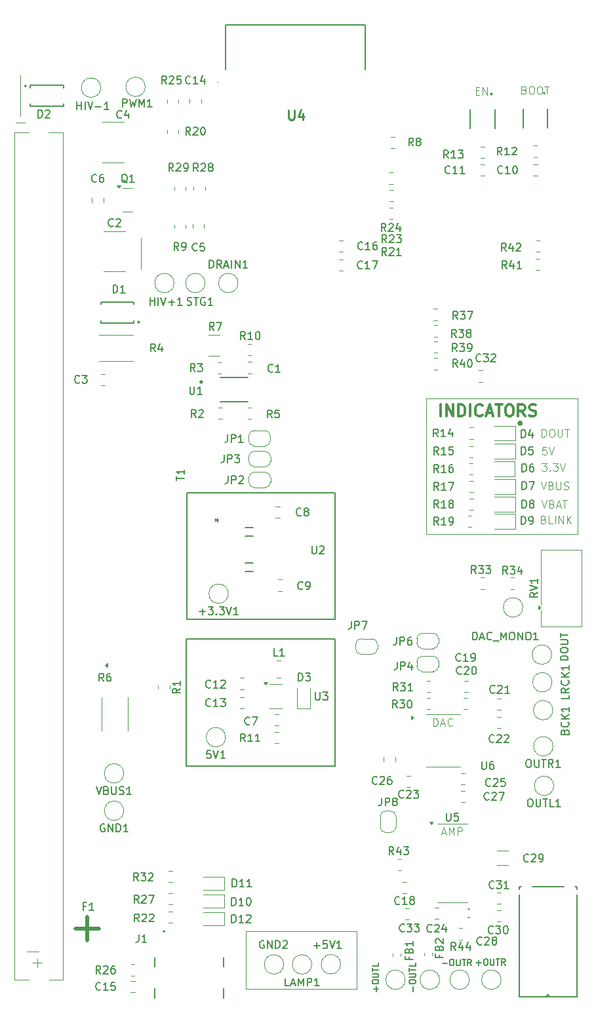
<source format=gbr>
%TF.GenerationSoftware,KiCad,Pcbnew,9.0.0*%
%TF.CreationDate,2025-08-08T14:04:16-04:00*%
%TF.ProjectId,Messages4,4d657373-6167-4657-9334-2e6b69636164,rev?*%
%TF.SameCoordinates,Original*%
%TF.FileFunction,Legend,Top*%
%TF.FilePolarity,Positive*%
%FSLAX46Y46*%
G04 Gerber Fmt 4.6, Leading zero omitted, Abs format (unit mm)*
G04 Created by KiCad (PCBNEW 9.0.0) date 2025-08-08 14:04:16*
%MOMM*%
%LPD*%
G01*
G04 APERTURE LIST*
%ADD10C,0.200000*%
%ADD11C,0.100000*%
%ADD12C,0.366228*%
%ADD13C,0.500000*%
%ADD14C,0.300000*%
%ADD15C,0.125000*%
%ADD16C,0.150000*%
%ADD17C,0.254000*%
%ADD18C,0.120000*%
%ADD19C,0.152400*%
%ADD20C,0.127000*%
%ADD21C,0.250000*%
G04 APERTURE END LIST*
D10*
X78925000Y-156875000D02*
X59725000Y-156875000D01*
X59725000Y-140475000D01*
X78925000Y-140475000D01*
X78925000Y-156875000D01*
D11*
X67450000Y-178250000D02*
X67450000Y-185700000D01*
X110237500Y-126900000D02*
X110237500Y-109400000D01*
X81700000Y-178250000D02*
X67450000Y-178250000D01*
X81700000Y-185700000D02*
X81700000Y-178250000D01*
X67450000Y-185700000D02*
X81700000Y-185700000D01*
X90737500Y-109400000D02*
X90737500Y-126900000D01*
D10*
X78925000Y-137975000D02*
X59825000Y-137975000D01*
X59825000Y-121575000D01*
X78925000Y-121575000D01*
X78925000Y-137975000D01*
D11*
X90737500Y-126900000D02*
X110237500Y-126900000D01*
X38300000Y-67700000D02*
X38300000Y-72900000D01*
X53900000Y-88700000D02*
X53900000Y-92700000D01*
D12*
X103020614Y-112600000D02*
G75*
G02*
X102654386Y-112600000I-183114J0D01*
G01*
X102654386Y-112600000D02*
G75*
G02*
X103020614Y-112600000I183114J0D01*
G01*
D11*
X110237500Y-109400000D02*
X90737500Y-109400000D01*
X37722931Y-73739800D02*
X38865789Y-73739800D01*
D13*
X48468672Y-177935666D02*
X45421053Y-177935666D01*
X46944862Y-179459476D02*
X46944862Y-176411857D01*
D11*
X105641384Y-114372419D02*
X105641384Y-113372419D01*
X105641384Y-113372419D02*
X105879479Y-113372419D01*
X105879479Y-113372419D02*
X106022336Y-113420038D01*
X106022336Y-113420038D02*
X106117574Y-113515276D01*
X106117574Y-113515276D02*
X106165193Y-113610514D01*
X106165193Y-113610514D02*
X106212812Y-113800990D01*
X106212812Y-113800990D02*
X106212812Y-113943847D01*
X106212812Y-113943847D02*
X106165193Y-114134323D01*
X106165193Y-114134323D02*
X106117574Y-114229561D01*
X106117574Y-114229561D02*
X106022336Y-114324800D01*
X106022336Y-114324800D02*
X105879479Y-114372419D01*
X105879479Y-114372419D02*
X105641384Y-114372419D01*
X106831860Y-113372419D02*
X107022336Y-113372419D01*
X107022336Y-113372419D02*
X107117574Y-113420038D01*
X107117574Y-113420038D02*
X107212812Y-113515276D01*
X107212812Y-113515276D02*
X107260431Y-113705752D01*
X107260431Y-113705752D02*
X107260431Y-114039085D01*
X107260431Y-114039085D02*
X107212812Y-114229561D01*
X107212812Y-114229561D02*
X107117574Y-114324800D01*
X107117574Y-114324800D02*
X107022336Y-114372419D01*
X107022336Y-114372419D02*
X106831860Y-114372419D01*
X106831860Y-114372419D02*
X106736622Y-114324800D01*
X106736622Y-114324800D02*
X106641384Y-114229561D01*
X106641384Y-114229561D02*
X106593765Y-114039085D01*
X106593765Y-114039085D02*
X106593765Y-113705752D01*
X106593765Y-113705752D02*
X106641384Y-113515276D01*
X106641384Y-113515276D02*
X106736622Y-113420038D01*
X106736622Y-113420038D02*
X106831860Y-113372419D01*
X107689003Y-113372419D02*
X107689003Y-114181942D01*
X107689003Y-114181942D02*
X107736622Y-114277180D01*
X107736622Y-114277180D02*
X107784241Y-114324800D01*
X107784241Y-114324800D02*
X107879479Y-114372419D01*
X107879479Y-114372419D02*
X108069955Y-114372419D01*
X108069955Y-114372419D02*
X108165193Y-114324800D01*
X108165193Y-114324800D02*
X108212812Y-114277180D01*
X108212812Y-114277180D02*
X108260431Y-114181942D01*
X108260431Y-114181942D02*
X108260431Y-113372419D01*
X108593765Y-113372419D02*
X109165193Y-113372419D01*
X108879479Y-114372419D02*
X108879479Y-113372419D01*
X105598527Y-122572419D02*
X105931860Y-123572419D01*
X105931860Y-123572419D02*
X106265193Y-122572419D01*
X106931860Y-123048609D02*
X107074717Y-123096228D01*
X107074717Y-123096228D02*
X107122336Y-123143847D01*
X107122336Y-123143847D02*
X107169955Y-123239085D01*
X107169955Y-123239085D02*
X107169955Y-123381942D01*
X107169955Y-123381942D02*
X107122336Y-123477180D01*
X107122336Y-123477180D02*
X107074717Y-123524800D01*
X107074717Y-123524800D02*
X106979479Y-123572419D01*
X106979479Y-123572419D02*
X106598527Y-123572419D01*
X106598527Y-123572419D02*
X106598527Y-122572419D01*
X106598527Y-122572419D02*
X106931860Y-122572419D01*
X106931860Y-122572419D02*
X107027098Y-122620038D01*
X107027098Y-122620038D02*
X107074717Y-122667657D01*
X107074717Y-122667657D02*
X107122336Y-122762895D01*
X107122336Y-122762895D02*
X107122336Y-122858133D01*
X107122336Y-122858133D02*
X107074717Y-122953371D01*
X107074717Y-122953371D02*
X107027098Y-123000990D01*
X107027098Y-123000990D02*
X106931860Y-123048609D01*
X106931860Y-123048609D02*
X106598527Y-123048609D01*
X107550908Y-123286704D02*
X108027098Y-123286704D01*
X107455670Y-123572419D02*
X107789003Y-122572419D01*
X107789003Y-122572419D02*
X108122336Y-123572419D01*
X108312813Y-122572419D02*
X108884241Y-122572419D01*
X108598527Y-123572419D02*
X108598527Y-122572419D01*
X105498527Y-120172419D02*
X105831860Y-121172419D01*
X105831860Y-121172419D02*
X106165193Y-120172419D01*
X106831860Y-120648609D02*
X106974717Y-120696228D01*
X106974717Y-120696228D02*
X107022336Y-120743847D01*
X107022336Y-120743847D02*
X107069955Y-120839085D01*
X107069955Y-120839085D02*
X107069955Y-120981942D01*
X107069955Y-120981942D02*
X107022336Y-121077180D01*
X107022336Y-121077180D02*
X106974717Y-121124800D01*
X106974717Y-121124800D02*
X106879479Y-121172419D01*
X106879479Y-121172419D02*
X106498527Y-121172419D01*
X106498527Y-121172419D02*
X106498527Y-120172419D01*
X106498527Y-120172419D02*
X106831860Y-120172419D01*
X106831860Y-120172419D02*
X106927098Y-120220038D01*
X106927098Y-120220038D02*
X106974717Y-120267657D01*
X106974717Y-120267657D02*
X107022336Y-120362895D01*
X107022336Y-120362895D02*
X107022336Y-120458133D01*
X107022336Y-120458133D02*
X106974717Y-120553371D01*
X106974717Y-120553371D02*
X106927098Y-120600990D01*
X106927098Y-120600990D02*
X106831860Y-120648609D01*
X106831860Y-120648609D02*
X106498527Y-120648609D01*
X107498527Y-120172419D02*
X107498527Y-120981942D01*
X107498527Y-120981942D02*
X107546146Y-121077180D01*
X107546146Y-121077180D02*
X107593765Y-121124800D01*
X107593765Y-121124800D02*
X107689003Y-121172419D01*
X107689003Y-121172419D02*
X107879479Y-121172419D01*
X107879479Y-121172419D02*
X107974717Y-121124800D01*
X107974717Y-121124800D02*
X108022336Y-121077180D01*
X108022336Y-121077180D02*
X108069955Y-120981942D01*
X108069955Y-120981942D02*
X108069955Y-120172419D01*
X108498527Y-121124800D02*
X108641384Y-121172419D01*
X108641384Y-121172419D02*
X108879479Y-121172419D01*
X108879479Y-121172419D02*
X108974717Y-121124800D01*
X108974717Y-121124800D02*
X109022336Y-121077180D01*
X109022336Y-121077180D02*
X109069955Y-120981942D01*
X109069955Y-120981942D02*
X109069955Y-120886704D01*
X109069955Y-120886704D02*
X109022336Y-120791466D01*
X109022336Y-120791466D02*
X108974717Y-120743847D01*
X108974717Y-120743847D02*
X108879479Y-120696228D01*
X108879479Y-120696228D02*
X108689003Y-120648609D01*
X108689003Y-120648609D02*
X108593765Y-120600990D01*
X108593765Y-120600990D02*
X108546146Y-120553371D01*
X108546146Y-120553371D02*
X108498527Y-120458133D01*
X108498527Y-120458133D02*
X108498527Y-120362895D01*
X108498527Y-120362895D02*
X108546146Y-120267657D01*
X108546146Y-120267657D02*
X108593765Y-120220038D01*
X108593765Y-120220038D02*
X108689003Y-120172419D01*
X108689003Y-120172419D02*
X108927098Y-120172419D01*
X108927098Y-120172419D02*
X109069955Y-120220038D01*
D14*
X92592010Y-111700828D02*
X92592010Y-110200828D01*
X93306296Y-111700828D02*
X93306296Y-110200828D01*
X93306296Y-110200828D02*
X94163439Y-111700828D01*
X94163439Y-111700828D02*
X94163439Y-110200828D01*
X94877725Y-111700828D02*
X94877725Y-110200828D01*
X94877725Y-110200828D02*
X95234868Y-110200828D01*
X95234868Y-110200828D02*
X95449154Y-110272257D01*
X95449154Y-110272257D02*
X95592011Y-110415114D01*
X95592011Y-110415114D02*
X95663440Y-110557971D01*
X95663440Y-110557971D02*
X95734868Y-110843685D01*
X95734868Y-110843685D02*
X95734868Y-111057971D01*
X95734868Y-111057971D02*
X95663440Y-111343685D01*
X95663440Y-111343685D02*
X95592011Y-111486542D01*
X95592011Y-111486542D02*
X95449154Y-111629400D01*
X95449154Y-111629400D02*
X95234868Y-111700828D01*
X95234868Y-111700828D02*
X94877725Y-111700828D01*
X96377725Y-111700828D02*
X96377725Y-110200828D01*
X97949154Y-111557971D02*
X97877726Y-111629400D01*
X97877726Y-111629400D02*
X97663440Y-111700828D01*
X97663440Y-111700828D02*
X97520583Y-111700828D01*
X97520583Y-111700828D02*
X97306297Y-111629400D01*
X97306297Y-111629400D02*
X97163440Y-111486542D01*
X97163440Y-111486542D02*
X97092011Y-111343685D01*
X97092011Y-111343685D02*
X97020583Y-111057971D01*
X97020583Y-111057971D02*
X97020583Y-110843685D01*
X97020583Y-110843685D02*
X97092011Y-110557971D01*
X97092011Y-110557971D02*
X97163440Y-110415114D01*
X97163440Y-110415114D02*
X97306297Y-110272257D01*
X97306297Y-110272257D02*
X97520583Y-110200828D01*
X97520583Y-110200828D02*
X97663440Y-110200828D01*
X97663440Y-110200828D02*
X97877726Y-110272257D01*
X97877726Y-110272257D02*
X97949154Y-110343685D01*
X98520583Y-111272257D02*
X99234869Y-111272257D01*
X98377726Y-111700828D02*
X98877726Y-110200828D01*
X98877726Y-110200828D02*
X99377726Y-111700828D01*
X99663440Y-110200828D02*
X100520583Y-110200828D01*
X100092011Y-111700828D02*
X100092011Y-110200828D01*
X101306297Y-110200828D02*
X101592011Y-110200828D01*
X101592011Y-110200828D02*
X101734868Y-110272257D01*
X101734868Y-110272257D02*
X101877725Y-110415114D01*
X101877725Y-110415114D02*
X101949154Y-110700828D01*
X101949154Y-110700828D02*
X101949154Y-111200828D01*
X101949154Y-111200828D02*
X101877725Y-111486542D01*
X101877725Y-111486542D02*
X101734868Y-111629400D01*
X101734868Y-111629400D02*
X101592011Y-111700828D01*
X101592011Y-111700828D02*
X101306297Y-111700828D01*
X101306297Y-111700828D02*
X101163440Y-111629400D01*
X101163440Y-111629400D02*
X101020582Y-111486542D01*
X101020582Y-111486542D02*
X100949154Y-111200828D01*
X100949154Y-111200828D02*
X100949154Y-110700828D01*
X100949154Y-110700828D02*
X101020582Y-110415114D01*
X101020582Y-110415114D02*
X101163440Y-110272257D01*
X101163440Y-110272257D02*
X101306297Y-110200828D01*
X103449154Y-111700828D02*
X102949154Y-110986542D01*
X102592011Y-111700828D02*
X102592011Y-110200828D01*
X102592011Y-110200828D02*
X103163440Y-110200828D01*
X103163440Y-110200828D02*
X103306297Y-110272257D01*
X103306297Y-110272257D02*
X103377726Y-110343685D01*
X103377726Y-110343685D02*
X103449154Y-110486542D01*
X103449154Y-110486542D02*
X103449154Y-110700828D01*
X103449154Y-110700828D02*
X103377726Y-110843685D01*
X103377726Y-110843685D02*
X103306297Y-110915114D01*
X103306297Y-110915114D02*
X103163440Y-110986542D01*
X103163440Y-110986542D02*
X102592011Y-110986542D01*
X104020583Y-111629400D02*
X104234869Y-111700828D01*
X104234869Y-111700828D02*
X104592011Y-111700828D01*
X104592011Y-111700828D02*
X104734869Y-111629400D01*
X104734869Y-111629400D02*
X104806297Y-111557971D01*
X104806297Y-111557971D02*
X104877726Y-111415114D01*
X104877726Y-111415114D02*
X104877726Y-111272257D01*
X104877726Y-111272257D02*
X104806297Y-111129400D01*
X104806297Y-111129400D02*
X104734869Y-111057971D01*
X104734869Y-111057971D02*
X104592011Y-110986542D01*
X104592011Y-110986542D02*
X104306297Y-110915114D01*
X104306297Y-110915114D02*
X104163440Y-110843685D01*
X104163440Y-110843685D02*
X104092011Y-110772257D01*
X104092011Y-110772257D02*
X104020583Y-110629400D01*
X104020583Y-110629400D02*
X104020583Y-110486542D01*
X104020583Y-110486542D02*
X104092011Y-110343685D01*
X104092011Y-110343685D02*
X104163440Y-110272257D01*
X104163440Y-110272257D02*
X104306297Y-110200828D01*
X104306297Y-110200828D02*
X104663440Y-110200828D01*
X104663440Y-110200828D02*
X104877726Y-110272257D01*
D11*
X92731265Y-165511704D02*
X93207455Y-165511704D01*
X92636027Y-165797419D02*
X92969360Y-164797419D01*
X92969360Y-164797419D02*
X93302693Y-165797419D01*
X93636027Y-165797419D02*
X93636027Y-164797419D01*
X93636027Y-164797419D02*
X93969360Y-165511704D01*
X93969360Y-165511704D02*
X94302693Y-164797419D01*
X94302693Y-164797419D02*
X94302693Y-165797419D01*
X94778884Y-165797419D02*
X94778884Y-164797419D01*
X94778884Y-164797419D02*
X95159836Y-164797419D01*
X95159836Y-164797419D02*
X95255074Y-164845038D01*
X95255074Y-164845038D02*
X95302693Y-164892657D01*
X95302693Y-164892657D02*
X95350312Y-164987895D01*
X95350312Y-164987895D02*
X95350312Y-165130752D01*
X95350312Y-165130752D02*
X95302693Y-165225990D01*
X95302693Y-165225990D02*
X95255074Y-165273609D01*
X95255074Y-165273609D02*
X95159836Y-165321228D01*
X95159836Y-165321228D02*
X94778884Y-165321228D01*
X39922931Y-182339800D02*
X41065789Y-182339800D01*
X40494360Y-182911228D02*
X40494360Y-181768371D01*
D15*
X97120331Y-69647309D02*
X97453664Y-69647309D01*
X97596521Y-70171119D02*
X97120331Y-70171119D01*
X97120331Y-70171119D02*
X97120331Y-69171119D01*
X97120331Y-69171119D02*
X97596521Y-69171119D01*
X98025093Y-70171119D02*
X98025093Y-69171119D01*
X98025093Y-69171119D02*
X98596521Y-70171119D01*
X98596521Y-70171119D02*
X98596521Y-69171119D01*
D11*
X106217574Y-115672419D02*
X105741384Y-115672419D01*
X105741384Y-115672419D02*
X105693765Y-116148609D01*
X105693765Y-116148609D02*
X105741384Y-116100990D01*
X105741384Y-116100990D02*
X105836622Y-116053371D01*
X105836622Y-116053371D02*
X106074717Y-116053371D01*
X106074717Y-116053371D02*
X106169955Y-116100990D01*
X106169955Y-116100990D02*
X106217574Y-116148609D01*
X106217574Y-116148609D02*
X106265193Y-116243847D01*
X106265193Y-116243847D02*
X106265193Y-116481942D01*
X106265193Y-116481942D02*
X106217574Y-116577180D01*
X106217574Y-116577180D02*
X106169955Y-116624800D01*
X106169955Y-116624800D02*
X106074717Y-116672419D01*
X106074717Y-116672419D02*
X105836622Y-116672419D01*
X105836622Y-116672419D02*
X105741384Y-116624800D01*
X105741384Y-116624800D02*
X105693765Y-116577180D01*
X106550908Y-115672419D02*
X106884241Y-116672419D01*
X106884241Y-116672419D02*
X107217574Y-115672419D01*
X91653884Y-151722419D02*
X91653884Y-150722419D01*
X91653884Y-150722419D02*
X91891979Y-150722419D01*
X91891979Y-150722419D02*
X92034836Y-150770038D01*
X92034836Y-150770038D02*
X92130074Y-150865276D01*
X92130074Y-150865276D02*
X92177693Y-150960514D01*
X92177693Y-150960514D02*
X92225312Y-151150990D01*
X92225312Y-151150990D02*
X92225312Y-151293847D01*
X92225312Y-151293847D02*
X92177693Y-151484323D01*
X92177693Y-151484323D02*
X92130074Y-151579561D01*
X92130074Y-151579561D02*
X92034836Y-151674800D01*
X92034836Y-151674800D02*
X91891979Y-151722419D01*
X91891979Y-151722419D02*
X91653884Y-151722419D01*
X92606265Y-151436704D02*
X93082455Y-151436704D01*
X92511027Y-151722419D02*
X92844360Y-150722419D01*
X92844360Y-150722419D02*
X93177693Y-151722419D01*
X94082455Y-151627180D02*
X94034836Y-151674800D01*
X94034836Y-151674800D02*
X93891979Y-151722419D01*
X93891979Y-151722419D02*
X93796741Y-151722419D01*
X93796741Y-151722419D02*
X93653884Y-151674800D01*
X93653884Y-151674800D02*
X93558646Y-151579561D01*
X93558646Y-151579561D02*
X93511027Y-151484323D01*
X93511027Y-151484323D02*
X93463408Y-151293847D01*
X93463408Y-151293847D02*
X93463408Y-151150990D01*
X93463408Y-151150990D02*
X93511027Y-150960514D01*
X93511027Y-150960514D02*
X93558646Y-150865276D01*
X93558646Y-150865276D02*
X93653884Y-150770038D01*
X93653884Y-150770038D02*
X93796741Y-150722419D01*
X93796741Y-150722419D02*
X93891979Y-150722419D01*
X93891979Y-150722419D02*
X94034836Y-150770038D01*
X94034836Y-150770038D02*
X94082455Y-150817657D01*
D15*
X103353664Y-69547309D02*
X103496521Y-69594928D01*
X103496521Y-69594928D02*
X103544140Y-69642547D01*
X103544140Y-69642547D02*
X103591759Y-69737785D01*
X103591759Y-69737785D02*
X103591759Y-69880642D01*
X103591759Y-69880642D02*
X103544140Y-69975880D01*
X103544140Y-69975880D02*
X103496521Y-70023500D01*
X103496521Y-70023500D02*
X103401283Y-70071119D01*
X103401283Y-70071119D02*
X103020331Y-70071119D01*
X103020331Y-70071119D02*
X103020331Y-69071119D01*
X103020331Y-69071119D02*
X103353664Y-69071119D01*
X103353664Y-69071119D02*
X103448902Y-69118738D01*
X103448902Y-69118738D02*
X103496521Y-69166357D01*
X103496521Y-69166357D02*
X103544140Y-69261595D01*
X103544140Y-69261595D02*
X103544140Y-69356833D01*
X103544140Y-69356833D02*
X103496521Y-69452071D01*
X103496521Y-69452071D02*
X103448902Y-69499690D01*
X103448902Y-69499690D02*
X103353664Y-69547309D01*
X103353664Y-69547309D02*
X103020331Y-69547309D01*
X104210807Y-69071119D02*
X104401283Y-69071119D01*
X104401283Y-69071119D02*
X104496521Y-69118738D01*
X104496521Y-69118738D02*
X104591759Y-69213976D01*
X104591759Y-69213976D02*
X104639378Y-69404452D01*
X104639378Y-69404452D02*
X104639378Y-69737785D01*
X104639378Y-69737785D02*
X104591759Y-69928261D01*
X104591759Y-69928261D02*
X104496521Y-70023500D01*
X104496521Y-70023500D02*
X104401283Y-70071119D01*
X104401283Y-70071119D02*
X104210807Y-70071119D01*
X104210807Y-70071119D02*
X104115569Y-70023500D01*
X104115569Y-70023500D02*
X104020331Y-69928261D01*
X104020331Y-69928261D02*
X103972712Y-69737785D01*
X103972712Y-69737785D02*
X103972712Y-69404452D01*
X103972712Y-69404452D02*
X104020331Y-69213976D01*
X104020331Y-69213976D02*
X104115569Y-69118738D01*
X104115569Y-69118738D02*
X104210807Y-69071119D01*
X105258426Y-69071119D02*
X105448902Y-69071119D01*
X105448902Y-69071119D02*
X105544140Y-69118738D01*
X105544140Y-69118738D02*
X105639378Y-69213976D01*
X105639378Y-69213976D02*
X105686997Y-69404452D01*
X105686997Y-69404452D02*
X105686997Y-69737785D01*
X105686997Y-69737785D02*
X105639378Y-69928261D01*
X105639378Y-69928261D02*
X105544140Y-70023500D01*
X105544140Y-70023500D02*
X105448902Y-70071119D01*
X105448902Y-70071119D02*
X105258426Y-70071119D01*
X105258426Y-70071119D02*
X105163188Y-70023500D01*
X105163188Y-70023500D02*
X105067950Y-69928261D01*
X105067950Y-69928261D02*
X105020331Y-69737785D01*
X105020331Y-69737785D02*
X105020331Y-69404452D01*
X105020331Y-69404452D02*
X105067950Y-69213976D01*
X105067950Y-69213976D02*
X105163188Y-69118738D01*
X105163188Y-69118738D02*
X105258426Y-69071119D01*
X105972712Y-69071119D02*
X106544140Y-69071119D01*
X106258426Y-70071119D02*
X106258426Y-69071119D01*
D11*
X105874717Y-125048609D02*
X106017574Y-125096228D01*
X106017574Y-125096228D02*
X106065193Y-125143847D01*
X106065193Y-125143847D02*
X106112812Y-125239085D01*
X106112812Y-125239085D02*
X106112812Y-125381942D01*
X106112812Y-125381942D02*
X106065193Y-125477180D01*
X106065193Y-125477180D02*
X106017574Y-125524800D01*
X106017574Y-125524800D02*
X105922336Y-125572419D01*
X105922336Y-125572419D02*
X105541384Y-125572419D01*
X105541384Y-125572419D02*
X105541384Y-124572419D01*
X105541384Y-124572419D02*
X105874717Y-124572419D01*
X105874717Y-124572419D02*
X105969955Y-124620038D01*
X105969955Y-124620038D02*
X106017574Y-124667657D01*
X106017574Y-124667657D02*
X106065193Y-124762895D01*
X106065193Y-124762895D02*
X106065193Y-124858133D01*
X106065193Y-124858133D02*
X106017574Y-124953371D01*
X106017574Y-124953371D02*
X105969955Y-125000990D01*
X105969955Y-125000990D02*
X105874717Y-125048609D01*
X105874717Y-125048609D02*
X105541384Y-125048609D01*
X107017574Y-125572419D02*
X106541384Y-125572419D01*
X106541384Y-125572419D02*
X106541384Y-124572419D01*
X107350908Y-125572419D02*
X107350908Y-124572419D01*
X107827098Y-125572419D02*
X107827098Y-124572419D01*
X107827098Y-124572419D02*
X108398526Y-125572419D01*
X108398526Y-125572419D02*
X108398526Y-124572419D01*
X108874717Y-125572419D02*
X108874717Y-124572419D01*
X109446145Y-125572419D02*
X109017574Y-125000990D01*
X109446145Y-124572419D02*
X108874717Y-125143847D01*
D16*
X109029819Y-143215475D02*
X108029819Y-143215475D01*
X108029819Y-143215475D02*
X108029819Y-142977380D01*
X108029819Y-142977380D02*
X108077438Y-142834523D01*
X108077438Y-142834523D02*
X108172676Y-142739285D01*
X108172676Y-142739285D02*
X108267914Y-142691666D01*
X108267914Y-142691666D02*
X108458390Y-142644047D01*
X108458390Y-142644047D02*
X108601247Y-142644047D01*
X108601247Y-142644047D02*
X108791723Y-142691666D01*
X108791723Y-142691666D02*
X108886961Y-142739285D01*
X108886961Y-142739285D02*
X108982200Y-142834523D01*
X108982200Y-142834523D02*
X109029819Y-142977380D01*
X109029819Y-142977380D02*
X109029819Y-143215475D01*
X108029819Y-142024999D02*
X108029819Y-141834523D01*
X108029819Y-141834523D02*
X108077438Y-141739285D01*
X108077438Y-141739285D02*
X108172676Y-141644047D01*
X108172676Y-141644047D02*
X108363152Y-141596428D01*
X108363152Y-141596428D02*
X108696485Y-141596428D01*
X108696485Y-141596428D02*
X108886961Y-141644047D01*
X108886961Y-141644047D02*
X108982200Y-141739285D01*
X108982200Y-141739285D02*
X109029819Y-141834523D01*
X109029819Y-141834523D02*
X109029819Y-142024999D01*
X109029819Y-142024999D02*
X108982200Y-142120237D01*
X108982200Y-142120237D02*
X108886961Y-142215475D01*
X108886961Y-142215475D02*
X108696485Y-142263094D01*
X108696485Y-142263094D02*
X108363152Y-142263094D01*
X108363152Y-142263094D02*
X108172676Y-142215475D01*
X108172676Y-142215475D02*
X108077438Y-142120237D01*
X108077438Y-142120237D02*
X108029819Y-142024999D01*
X108029819Y-141167856D02*
X108839342Y-141167856D01*
X108839342Y-141167856D02*
X108934580Y-141120237D01*
X108934580Y-141120237D02*
X108982200Y-141072618D01*
X108982200Y-141072618D02*
X109029819Y-140977380D01*
X109029819Y-140977380D02*
X109029819Y-140786904D01*
X109029819Y-140786904D02*
X108982200Y-140691666D01*
X108982200Y-140691666D02*
X108934580Y-140644047D01*
X108934580Y-140644047D02*
X108839342Y-140596428D01*
X108839342Y-140596428D02*
X108029819Y-140596428D01*
X108029819Y-140263094D02*
X108029819Y-139691666D01*
X109029819Y-139977380D02*
X108029819Y-139977380D01*
D11*
X105646146Y-117772419D02*
X106265193Y-117772419D01*
X106265193Y-117772419D02*
X105931860Y-118153371D01*
X105931860Y-118153371D02*
X106074717Y-118153371D01*
X106074717Y-118153371D02*
X106169955Y-118200990D01*
X106169955Y-118200990D02*
X106217574Y-118248609D01*
X106217574Y-118248609D02*
X106265193Y-118343847D01*
X106265193Y-118343847D02*
X106265193Y-118581942D01*
X106265193Y-118581942D02*
X106217574Y-118677180D01*
X106217574Y-118677180D02*
X106169955Y-118724800D01*
X106169955Y-118724800D02*
X106074717Y-118772419D01*
X106074717Y-118772419D02*
X105789003Y-118772419D01*
X105789003Y-118772419D02*
X105693765Y-118724800D01*
X105693765Y-118724800D02*
X105646146Y-118677180D01*
X106693765Y-118677180D02*
X106741384Y-118724800D01*
X106741384Y-118724800D02*
X106693765Y-118772419D01*
X106693765Y-118772419D02*
X106646146Y-118724800D01*
X106646146Y-118724800D02*
X106693765Y-118677180D01*
X106693765Y-118677180D02*
X106693765Y-118772419D01*
X107074717Y-117772419D02*
X107693764Y-117772419D01*
X107693764Y-117772419D02*
X107360431Y-118153371D01*
X107360431Y-118153371D02*
X107503288Y-118153371D01*
X107503288Y-118153371D02*
X107598526Y-118200990D01*
X107598526Y-118200990D02*
X107646145Y-118248609D01*
X107646145Y-118248609D02*
X107693764Y-118343847D01*
X107693764Y-118343847D02*
X107693764Y-118581942D01*
X107693764Y-118581942D02*
X107646145Y-118677180D01*
X107646145Y-118677180D02*
X107598526Y-118724800D01*
X107598526Y-118724800D02*
X107503288Y-118772419D01*
X107503288Y-118772419D02*
X107217574Y-118772419D01*
X107217574Y-118772419D02*
X107122336Y-118724800D01*
X107122336Y-118724800D02*
X107074717Y-118677180D01*
X107979479Y-117772419D02*
X108312812Y-118772419D01*
X108312812Y-118772419D02*
X108646145Y-117772419D01*
D16*
X89007533Y-185996427D02*
X89007533Y-185386904D01*
X88512295Y-184853570D02*
X88512295Y-184701189D01*
X88512295Y-184701189D02*
X88550390Y-184624999D01*
X88550390Y-184624999D02*
X88626580Y-184548808D01*
X88626580Y-184548808D02*
X88778961Y-184510713D01*
X88778961Y-184510713D02*
X89045628Y-184510713D01*
X89045628Y-184510713D02*
X89198009Y-184548808D01*
X89198009Y-184548808D02*
X89274200Y-184624999D01*
X89274200Y-184624999D02*
X89312295Y-184701189D01*
X89312295Y-184701189D02*
X89312295Y-184853570D01*
X89312295Y-184853570D02*
X89274200Y-184929761D01*
X89274200Y-184929761D02*
X89198009Y-185005951D01*
X89198009Y-185005951D02*
X89045628Y-185044047D01*
X89045628Y-185044047D02*
X88778961Y-185044047D01*
X88778961Y-185044047D02*
X88626580Y-185005951D01*
X88626580Y-185005951D02*
X88550390Y-184929761D01*
X88550390Y-184929761D02*
X88512295Y-184853570D01*
X88512295Y-184167856D02*
X89159914Y-184167856D01*
X89159914Y-184167856D02*
X89236104Y-184129761D01*
X89236104Y-184129761D02*
X89274200Y-184091666D01*
X89274200Y-184091666D02*
X89312295Y-184015475D01*
X89312295Y-184015475D02*
X89312295Y-183863094D01*
X89312295Y-183863094D02*
X89274200Y-183786904D01*
X89274200Y-183786904D02*
X89236104Y-183748809D01*
X89236104Y-183748809D02*
X89159914Y-183710713D01*
X89159914Y-183710713D02*
X88512295Y-183710713D01*
X88512295Y-183444047D02*
X88512295Y-182986904D01*
X89312295Y-183215476D02*
X88512295Y-183215476D01*
X89312295Y-182339285D02*
X89312295Y-182720237D01*
X89312295Y-182720237D02*
X88512295Y-182720237D01*
X92802381Y-182382533D02*
X93411905Y-182382533D01*
X93945238Y-181887295D02*
X94097619Y-181887295D01*
X94097619Y-181887295D02*
X94173809Y-181925390D01*
X94173809Y-181925390D02*
X94250000Y-182001580D01*
X94250000Y-182001580D02*
X94288095Y-182153961D01*
X94288095Y-182153961D02*
X94288095Y-182420628D01*
X94288095Y-182420628D02*
X94250000Y-182573009D01*
X94250000Y-182573009D02*
X94173809Y-182649200D01*
X94173809Y-182649200D02*
X94097619Y-182687295D01*
X94097619Y-182687295D02*
X93945238Y-182687295D01*
X93945238Y-182687295D02*
X93869047Y-182649200D01*
X93869047Y-182649200D02*
X93792857Y-182573009D01*
X93792857Y-182573009D02*
X93754761Y-182420628D01*
X93754761Y-182420628D02*
X93754761Y-182153961D01*
X93754761Y-182153961D02*
X93792857Y-182001580D01*
X93792857Y-182001580D02*
X93869047Y-181925390D01*
X93869047Y-181925390D02*
X93945238Y-181887295D01*
X94630952Y-181887295D02*
X94630952Y-182534914D01*
X94630952Y-182534914D02*
X94669047Y-182611104D01*
X94669047Y-182611104D02*
X94707142Y-182649200D01*
X94707142Y-182649200D02*
X94783333Y-182687295D01*
X94783333Y-182687295D02*
X94935714Y-182687295D01*
X94935714Y-182687295D02*
X95011904Y-182649200D01*
X95011904Y-182649200D02*
X95049999Y-182611104D01*
X95049999Y-182611104D02*
X95088095Y-182534914D01*
X95088095Y-182534914D02*
X95088095Y-181887295D01*
X95354761Y-181887295D02*
X95811904Y-181887295D01*
X95583332Y-182687295D02*
X95583332Y-181887295D01*
X96535714Y-182687295D02*
X96269047Y-182306342D01*
X96078571Y-182687295D02*
X96078571Y-181887295D01*
X96078571Y-181887295D02*
X96383333Y-181887295D01*
X96383333Y-181887295D02*
X96459523Y-181925390D01*
X96459523Y-181925390D02*
X96497618Y-181963485D01*
X96497618Y-181963485D02*
X96535714Y-182039676D01*
X96535714Y-182039676D02*
X96535714Y-182153961D01*
X96535714Y-182153961D02*
X96497618Y-182230152D01*
X96497618Y-182230152D02*
X96459523Y-182268247D01*
X96459523Y-182268247D02*
X96383333Y-182306342D01*
X96383333Y-182306342D02*
X96078571Y-182306342D01*
X97177381Y-182307533D02*
X97786905Y-182307533D01*
X97482143Y-182612295D02*
X97482143Y-182002771D01*
X98320238Y-181812295D02*
X98472619Y-181812295D01*
X98472619Y-181812295D02*
X98548809Y-181850390D01*
X98548809Y-181850390D02*
X98625000Y-181926580D01*
X98625000Y-181926580D02*
X98663095Y-182078961D01*
X98663095Y-182078961D02*
X98663095Y-182345628D01*
X98663095Y-182345628D02*
X98625000Y-182498009D01*
X98625000Y-182498009D02*
X98548809Y-182574200D01*
X98548809Y-182574200D02*
X98472619Y-182612295D01*
X98472619Y-182612295D02*
X98320238Y-182612295D01*
X98320238Y-182612295D02*
X98244047Y-182574200D01*
X98244047Y-182574200D02*
X98167857Y-182498009D01*
X98167857Y-182498009D02*
X98129761Y-182345628D01*
X98129761Y-182345628D02*
X98129761Y-182078961D01*
X98129761Y-182078961D02*
X98167857Y-181926580D01*
X98167857Y-181926580D02*
X98244047Y-181850390D01*
X98244047Y-181850390D02*
X98320238Y-181812295D01*
X99005952Y-181812295D02*
X99005952Y-182459914D01*
X99005952Y-182459914D02*
X99044047Y-182536104D01*
X99044047Y-182536104D02*
X99082142Y-182574200D01*
X99082142Y-182574200D02*
X99158333Y-182612295D01*
X99158333Y-182612295D02*
X99310714Y-182612295D01*
X99310714Y-182612295D02*
X99386904Y-182574200D01*
X99386904Y-182574200D02*
X99424999Y-182536104D01*
X99424999Y-182536104D02*
X99463095Y-182459914D01*
X99463095Y-182459914D02*
X99463095Y-181812295D01*
X99729761Y-181812295D02*
X100186904Y-181812295D01*
X99958332Y-182612295D02*
X99958332Y-181812295D01*
X100910714Y-182612295D02*
X100644047Y-182231342D01*
X100453571Y-182612295D02*
X100453571Y-181812295D01*
X100453571Y-181812295D02*
X100758333Y-181812295D01*
X100758333Y-181812295D02*
X100834523Y-181850390D01*
X100834523Y-181850390D02*
X100872618Y-181888485D01*
X100872618Y-181888485D02*
X100910714Y-181964676D01*
X100910714Y-181964676D02*
X100910714Y-182078961D01*
X100910714Y-182078961D02*
X100872618Y-182155152D01*
X100872618Y-182155152D02*
X100834523Y-182193247D01*
X100834523Y-182193247D02*
X100758333Y-182231342D01*
X100758333Y-182231342D02*
X100453571Y-182231342D01*
X84232533Y-185996427D02*
X84232533Y-185386904D01*
X84537295Y-185691665D02*
X83927771Y-185691665D01*
X83737295Y-184853570D02*
X83737295Y-184701189D01*
X83737295Y-184701189D02*
X83775390Y-184624999D01*
X83775390Y-184624999D02*
X83851580Y-184548808D01*
X83851580Y-184548808D02*
X84003961Y-184510713D01*
X84003961Y-184510713D02*
X84270628Y-184510713D01*
X84270628Y-184510713D02*
X84423009Y-184548808D01*
X84423009Y-184548808D02*
X84499200Y-184624999D01*
X84499200Y-184624999D02*
X84537295Y-184701189D01*
X84537295Y-184701189D02*
X84537295Y-184853570D01*
X84537295Y-184853570D02*
X84499200Y-184929761D01*
X84499200Y-184929761D02*
X84423009Y-185005951D01*
X84423009Y-185005951D02*
X84270628Y-185044047D01*
X84270628Y-185044047D02*
X84003961Y-185044047D01*
X84003961Y-185044047D02*
X83851580Y-185005951D01*
X83851580Y-185005951D02*
X83775390Y-184929761D01*
X83775390Y-184929761D02*
X83737295Y-184853570D01*
X83737295Y-184167856D02*
X84384914Y-184167856D01*
X84384914Y-184167856D02*
X84461104Y-184129761D01*
X84461104Y-184129761D02*
X84499200Y-184091666D01*
X84499200Y-184091666D02*
X84537295Y-184015475D01*
X84537295Y-184015475D02*
X84537295Y-183863094D01*
X84537295Y-183863094D02*
X84499200Y-183786904D01*
X84499200Y-183786904D02*
X84461104Y-183748809D01*
X84461104Y-183748809D02*
X84384914Y-183710713D01*
X84384914Y-183710713D02*
X83737295Y-183710713D01*
X83737295Y-183444047D02*
X83737295Y-182986904D01*
X84537295Y-183215476D02*
X83737295Y-183215476D01*
X84537295Y-182339285D02*
X84537295Y-182720237D01*
X84537295Y-182720237D02*
X83737295Y-182720237D01*
X94532142Y-180679819D02*
X94198809Y-180203628D01*
X93960714Y-180679819D02*
X93960714Y-179679819D01*
X93960714Y-179679819D02*
X94341666Y-179679819D01*
X94341666Y-179679819D02*
X94436904Y-179727438D01*
X94436904Y-179727438D02*
X94484523Y-179775057D01*
X94484523Y-179775057D02*
X94532142Y-179870295D01*
X94532142Y-179870295D02*
X94532142Y-180013152D01*
X94532142Y-180013152D02*
X94484523Y-180108390D01*
X94484523Y-180108390D02*
X94436904Y-180156009D01*
X94436904Y-180156009D02*
X94341666Y-180203628D01*
X94341666Y-180203628D02*
X93960714Y-180203628D01*
X95389285Y-180013152D02*
X95389285Y-180679819D01*
X95151190Y-179632200D02*
X94913095Y-180346485D01*
X94913095Y-180346485D02*
X95532142Y-180346485D01*
X96341666Y-180013152D02*
X96341666Y-180679819D01*
X96103571Y-179632200D02*
X95865476Y-180346485D01*
X95865476Y-180346485D02*
X96484523Y-180346485D01*
X86507142Y-168329819D02*
X86173809Y-167853628D01*
X85935714Y-168329819D02*
X85935714Y-167329819D01*
X85935714Y-167329819D02*
X86316666Y-167329819D01*
X86316666Y-167329819D02*
X86411904Y-167377438D01*
X86411904Y-167377438D02*
X86459523Y-167425057D01*
X86459523Y-167425057D02*
X86507142Y-167520295D01*
X86507142Y-167520295D02*
X86507142Y-167663152D01*
X86507142Y-167663152D02*
X86459523Y-167758390D01*
X86459523Y-167758390D02*
X86411904Y-167806009D01*
X86411904Y-167806009D02*
X86316666Y-167853628D01*
X86316666Y-167853628D02*
X85935714Y-167853628D01*
X87364285Y-167663152D02*
X87364285Y-168329819D01*
X87126190Y-167282200D02*
X86888095Y-167996485D01*
X86888095Y-167996485D02*
X87507142Y-167996485D01*
X87792857Y-167329819D02*
X88411904Y-167329819D01*
X88411904Y-167329819D02*
X88078571Y-167710771D01*
X88078571Y-167710771D02*
X88221428Y-167710771D01*
X88221428Y-167710771D02*
X88316666Y-167758390D01*
X88316666Y-167758390D02*
X88364285Y-167806009D01*
X88364285Y-167806009D02*
X88411904Y-167901247D01*
X88411904Y-167901247D02*
X88411904Y-168139342D01*
X88411904Y-168139342D02*
X88364285Y-168234580D01*
X88364285Y-168234580D02*
X88316666Y-168282200D01*
X88316666Y-168282200D02*
X88221428Y-168329819D01*
X88221428Y-168329819D02*
X87935714Y-168329819D01*
X87935714Y-168329819D02*
X87840476Y-168282200D01*
X87840476Y-168282200D02*
X87792857Y-168234580D01*
X87893394Y-178209580D02*
X87845775Y-178257200D01*
X87845775Y-178257200D02*
X87702918Y-178304819D01*
X87702918Y-178304819D02*
X87607680Y-178304819D01*
X87607680Y-178304819D02*
X87464823Y-178257200D01*
X87464823Y-178257200D02*
X87369585Y-178161961D01*
X87369585Y-178161961D02*
X87321966Y-178066723D01*
X87321966Y-178066723D02*
X87274347Y-177876247D01*
X87274347Y-177876247D02*
X87274347Y-177733390D01*
X87274347Y-177733390D02*
X87321966Y-177542914D01*
X87321966Y-177542914D02*
X87369585Y-177447676D01*
X87369585Y-177447676D02*
X87464823Y-177352438D01*
X87464823Y-177352438D02*
X87607680Y-177304819D01*
X87607680Y-177304819D02*
X87702918Y-177304819D01*
X87702918Y-177304819D02*
X87845775Y-177352438D01*
X87845775Y-177352438D02*
X87893394Y-177400057D01*
X88226728Y-177304819D02*
X88845775Y-177304819D01*
X88845775Y-177304819D02*
X88512442Y-177685771D01*
X88512442Y-177685771D02*
X88655299Y-177685771D01*
X88655299Y-177685771D02*
X88750537Y-177733390D01*
X88750537Y-177733390D02*
X88798156Y-177781009D01*
X88798156Y-177781009D02*
X88845775Y-177876247D01*
X88845775Y-177876247D02*
X88845775Y-178114342D01*
X88845775Y-178114342D02*
X88798156Y-178209580D01*
X88798156Y-178209580D02*
X88750537Y-178257200D01*
X88750537Y-178257200D02*
X88655299Y-178304819D01*
X88655299Y-178304819D02*
X88369585Y-178304819D01*
X88369585Y-178304819D02*
X88274347Y-178257200D01*
X88274347Y-178257200D02*
X88226728Y-178209580D01*
X89179109Y-177304819D02*
X89798156Y-177304819D01*
X89798156Y-177304819D02*
X89464823Y-177685771D01*
X89464823Y-177685771D02*
X89607680Y-177685771D01*
X89607680Y-177685771D02*
X89702918Y-177733390D01*
X89702918Y-177733390D02*
X89750537Y-177781009D01*
X89750537Y-177781009D02*
X89798156Y-177876247D01*
X89798156Y-177876247D02*
X89798156Y-178114342D01*
X89798156Y-178114342D02*
X89750537Y-178209580D01*
X89750537Y-178209580D02*
X89702918Y-178257200D01*
X89702918Y-178257200D02*
X89607680Y-178304819D01*
X89607680Y-178304819D02*
X89321966Y-178304819D01*
X89321966Y-178304819D02*
X89226728Y-178257200D01*
X89226728Y-178257200D02*
X89179109Y-178209580D01*
X60858333Y-105914819D02*
X60525000Y-105438628D01*
X60286905Y-105914819D02*
X60286905Y-104914819D01*
X60286905Y-104914819D02*
X60667857Y-104914819D01*
X60667857Y-104914819D02*
X60763095Y-104962438D01*
X60763095Y-104962438D02*
X60810714Y-105010057D01*
X60810714Y-105010057D02*
X60858333Y-105105295D01*
X60858333Y-105105295D02*
X60858333Y-105248152D01*
X60858333Y-105248152D02*
X60810714Y-105343390D01*
X60810714Y-105343390D02*
X60763095Y-105391009D01*
X60763095Y-105391009D02*
X60667857Y-105438628D01*
X60667857Y-105438628D02*
X60286905Y-105438628D01*
X61191667Y-104914819D02*
X61810714Y-104914819D01*
X61810714Y-104914819D02*
X61477381Y-105295771D01*
X61477381Y-105295771D02*
X61620238Y-105295771D01*
X61620238Y-105295771D02*
X61715476Y-105343390D01*
X61715476Y-105343390D02*
X61763095Y-105391009D01*
X61763095Y-105391009D02*
X61810714Y-105486247D01*
X61810714Y-105486247D02*
X61810714Y-105724342D01*
X61810714Y-105724342D02*
X61763095Y-105819580D01*
X61763095Y-105819580D02*
X61715476Y-105867200D01*
X61715476Y-105867200D02*
X61620238Y-105914819D01*
X61620238Y-105914819D02*
X61334524Y-105914819D01*
X61334524Y-105914819D02*
X61239286Y-105867200D01*
X61239286Y-105867200D02*
X61191667Y-105819580D01*
X86944642Y-149379819D02*
X86611309Y-148903628D01*
X86373214Y-149379819D02*
X86373214Y-148379819D01*
X86373214Y-148379819D02*
X86754166Y-148379819D01*
X86754166Y-148379819D02*
X86849404Y-148427438D01*
X86849404Y-148427438D02*
X86897023Y-148475057D01*
X86897023Y-148475057D02*
X86944642Y-148570295D01*
X86944642Y-148570295D02*
X86944642Y-148713152D01*
X86944642Y-148713152D02*
X86897023Y-148808390D01*
X86897023Y-148808390D02*
X86849404Y-148856009D01*
X86849404Y-148856009D02*
X86754166Y-148903628D01*
X86754166Y-148903628D02*
X86373214Y-148903628D01*
X87277976Y-148379819D02*
X87897023Y-148379819D01*
X87897023Y-148379819D02*
X87563690Y-148760771D01*
X87563690Y-148760771D02*
X87706547Y-148760771D01*
X87706547Y-148760771D02*
X87801785Y-148808390D01*
X87801785Y-148808390D02*
X87849404Y-148856009D01*
X87849404Y-148856009D02*
X87897023Y-148951247D01*
X87897023Y-148951247D02*
X87897023Y-149189342D01*
X87897023Y-149189342D02*
X87849404Y-149284580D01*
X87849404Y-149284580D02*
X87801785Y-149332200D01*
X87801785Y-149332200D02*
X87706547Y-149379819D01*
X87706547Y-149379819D02*
X87420833Y-149379819D01*
X87420833Y-149379819D02*
X87325595Y-149332200D01*
X87325595Y-149332200D02*
X87277976Y-149284580D01*
X88516071Y-148379819D02*
X88611309Y-148379819D01*
X88611309Y-148379819D02*
X88706547Y-148427438D01*
X88706547Y-148427438D02*
X88754166Y-148475057D01*
X88754166Y-148475057D02*
X88801785Y-148570295D01*
X88801785Y-148570295D02*
X88849404Y-148760771D01*
X88849404Y-148760771D02*
X88849404Y-148998866D01*
X88849404Y-148998866D02*
X88801785Y-149189342D01*
X88801785Y-149189342D02*
X88754166Y-149284580D01*
X88754166Y-149284580D02*
X88706547Y-149332200D01*
X88706547Y-149332200D02*
X88611309Y-149379819D01*
X88611309Y-149379819D02*
X88516071Y-149379819D01*
X88516071Y-149379819D02*
X88420833Y-149332200D01*
X88420833Y-149332200D02*
X88373214Y-149284580D01*
X88373214Y-149284580D02*
X88325595Y-149189342D01*
X88325595Y-149189342D02*
X88277976Y-148998866D01*
X88277976Y-148998866D02*
X88277976Y-148760771D01*
X88277976Y-148760771D02*
X88325595Y-148570295D01*
X88325595Y-148570295D02*
X88373214Y-148475057D01*
X88373214Y-148475057D02*
X88420833Y-148427438D01*
X88420833Y-148427438D02*
X88516071Y-148379819D01*
X104044047Y-161154819D02*
X104234523Y-161154819D01*
X104234523Y-161154819D02*
X104329761Y-161202438D01*
X104329761Y-161202438D02*
X104424999Y-161297676D01*
X104424999Y-161297676D02*
X104472618Y-161488152D01*
X104472618Y-161488152D02*
X104472618Y-161821485D01*
X104472618Y-161821485D02*
X104424999Y-162011961D01*
X104424999Y-162011961D02*
X104329761Y-162107200D01*
X104329761Y-162107200D02*
X104234523Y-162154819D01*
X104234523Y-162154819D02*
X104044047Y-162154819D01*
X104044047Y-162154819D02*
X103948809Y-162107200D01*
X103948809Y-162107200D02*
X103853571Y-162011961D01*
X103853571Y-162011961D02*
X103805952Y-161821485D01*
X103805952Y-161821485D02*
X103805952Y-161488152D01*
X103805952Y-161488152D02*
X103853571Y-161297676D01*
X103853571Y-161297676D02*
X103948809Y-161202438D01*
X103948809Y-161202438D02*
X104044047Y-161154819D01*
X104901190Y-161154819D02*
X104901190Y-161964342D01*
X104901190Y-161964342D02*
X104948809Y-162059580D01*
X104948809Y-162059580D02*
X104996428Y-162107200D01*
X104996428Y-162107200D02*
X105091666Y-162154819D01*
X105091666Y-162154819D02*
X105282142Y-162154819D01*
X105282142Y-162154819D02*
X105377380Y-162107200D01*
X105377380Y-162107200D02*
X105424999Y-162059580D01*
X105424999Y-162059580D02*
X105472618Y-161964342D01*
X105472618Y-161964342D02*
X105472618Y-161154819D01*
X105805952Y-161154819D02*
X106377380Y-161154819D01*
X106091666Y-162154819D02*
X106091666Y-161154819D01*
X107186904Y-162154819D02*
X106710714Y-162154819D01*
X106710714Y-162154819D02*
X106710714Y-161154819D01*
X108044047Y-162154819D02*
X107472619Y-162154819D01*
X107758333Y-162154819D02*
X107758333Y-161154819D01*
X107758333Y-161154819D02*
X107663095Y-161297676D01*
X107663095Y-161297676D02*
X107567857Y-161392914D01*
X107567857Y-161392914D02*
X107472619Y-161440533D01*
X82457142Y-92559580D02*
X82409523Y-92607200D01*
X82409523Y-92607200D02*
X82266666Y-92654819D01*
X82266666Y-92654819D02*
X82171428Y-92654819D01*
X82171428Y-92654819D02*
X82028571Y-92607200D01*
X82028571Y-92607200D02*
X81933333Y-92511961D01*
X81933333Y-92511961D02*
X81885714Y-92416723D01*
X81885714Y-92416723D02*
X81838095Y-92226247D01*
X81838095Y-92226247D02*
X81838095Y-92083390D01*
X81838095Y-92083390D02*
X81885714Y-91892914D01*
X81885714Y-91892914D02*
X81933333Y-91797676D01*
X81933333Y-91797676D02*
X82028571Y-91702438D01*
X82028571Y-91702438D02*
X82171428Y-91654819D01*
X82171428Y-91654819D02*
X82266666Y-91654819D01*
X82266666Y-91654819D02*
X82409523Y-91702438D01*
X82409523Y-91702438D02*
X82457142Y-91750057D01*
X83409523Y-92654819D02*
X82838095Y-92654819D01*
X83123809Y-92654819D02*
X83123809Y-91654819D01*
X83123809Y-91654819D02*
X83028571Y-91797676D01*
X83028571Y-91797676D02*
X82933333Y-91892914D01*
X82933333Y-91892914D02*
X82838095Y-91940533D01*
X83742857Y-91654819D02*
X84409523Y-91654819D01*
X84409523Y-91654819D02*
X83980952Y-92654819D01*
X58487319Y-120026904D02*
X58487319Y-119455476D01*
X59487319Y-119741190D02*
X58487319Y-119741190D01*
X59487319Y-118598333D02*
X59487319Y-119169761D01*
X59487319Y-118884047D02*
X58487319Y-118884047D01*
X58487319Y-118884047D02*
X58630176Y-118979285D01*
X58630176Y-118979285D02*
X58725414Y-119074523D01*
X58725414Y-119074523D02*
X58773033Y-119169761D01*
X85569642Y-90929819D02*
X85236309Y-90453628D01*
X84998214Y-90929819D02*
X84998214Y-89929819D01*
X84998214Y-89929819D02*
X85379166Y-89929819D01*
X85379166Y-89929819D02*
X85474404Y-89977438D01*
X85474404Y-89977438D02*
X85522023Y-90025057D01*
X85522023Y-90025057D02*
X85569642Y-90120295D01*
X85569642Y-90120295D02*
X85569642Y-90263152D01*
X85569642Y-90263152D02*
X85522023Y-90358390D01*
X85522023Y-90358390D02*
X85474404Y-90406009D01*
X85474404Y-90406009D02*
X85379166Y-90453628D01*
X85379166Y-90453628D02*
X84998214Y-90453628D01*
X85950595Y-90025057D02*
X85998214Y-89977438D01*
X85998214Y-89977438D02*
X86093452Y-89929819D01*
X86093452Y-89929819D02*
X86331547Y-89929819D01*
X86331547Y-89929819D02*
X86426785Y-89977438D01*
X86426785Y-89977438D02*
X86474404Y-90025057D01*
X86474404Y-90025057D02*
X86522023Y-90120295D01*
X86522023Y-90120295D02*
X86522023Y-90215533D01*
X86522023Y-90215533D02*
X86474404Y-90358390D01*
X86474404Y-90358390D02*
X85902976Y-90929819D01*
X85902976Y-90929819D02*
X86522023Y-90929819D01*
X87474404Y-90929819D02*
X86902976Y-90929819D01*
X87188690Y-90929819D02*
X87188690Y-89929819D01*
X87188690Y-89929819D02*
X87093452Y-90072676D01*
X87093452Y-90072676D02*
X86998214Y-90167914D01*
X86998214Y-90167914D02*
X86902976Y-90215533D01*
X100469642Y-77954819D02*
X100136309Y-77478628D01*
X99898214Y-77954819D02*
X99898214Y-76954819D01*
X99898214Y-76954819D02*
X100279166Y-76954819D01*
X100279166Y-76954819D02*
X100374404Y-77002438D01*
X100374404Y-77002438D02*
X100422023Y-77050057D01*
X100422023Y-77050057D02*
X100469642Y-77145295D01*
X100469642Y-77145295D02*
X100469642Y-77288152D01*
X100469642Y-77288152D02*
X100422023Y-77383390D01*
X100422023Y-77383390D02*
X100374404Y-77431009D01*
X100374404Y-77431009D02*
X100279166Y-77478628D01*
X100279166Y-77478628D02*
X99898214Y-77478628D01*
X101422023Y-77954819D02*
X100850595Y-77954819D01*
X101136309Y-77954819D02*
X101136309Y-76954819D01*
X101136309Y-76954819D02*
X101041071Y-77097676D01*
X101041071Y-77097676D02*
X100945833Y-77192914D01*
X100945833Y-77192914D02*
X100850595Y-77240533D01*
X101802976Y-77050057D02*
X101850595Y-77002438D01*
X101850595Y-77002438D02*
X101945833Y-76954819D01*
X101945833Y-76954819D02*
X102183928Y-76954819D01*
X102183928Y-76954819D02*
X102279166Y-77002438D01*
X102279166Y-77002438D02*
X102326785Y-77050057D01*
X102326785Y-77050057D02*
X102374404Y-77145295D01*
X102374404Y-77145295D02*
X102374404Y-77240533D01*
X102374404Y-77240533D02*
X102326785Y-77383390D01*
X102326785Y-77383390D02*
X101755357Y-77954819D01*
X101755357Y-77954819D02*
X102374404Y-77954819D01*
X65585714Y-174904819D02*
X65585714Y-173904819D01*
X65585714Y-173904819D02*
X65823809Y-173904819D01*
X65823809Y-173904819D02*
X65966666Y-173952438D01*
X65966666Y-173952438D02*
X66061904Y-174047676D01*
X66061904Y-174047676D02*
X66109523Y-174142914D01*
X66109523Y-174142914D02*
X66157142Y-174333390D01*
X66157142Y-174333390D02*
X66157142Y-174476247D01*
X66157142Y-174476247D02*
X66109523Y-174666723D01*
X66109523Y-174666723D02*
X66061904Y-174761961D01*
X66061904Y-174761961D02*
X65966666Y-174857200D01*
X65966666Y-174857200D02*
X65823809Y-174904819D01*
X65823809Y-174904819D02*
X65585714Y-174904819D01*
X67109523Y-174904819D02*
X66538095Y-174904819D01*
X66823809Y-174904819D02*
X66823809Y-173904819D01*
X66823809Y-173904819D02*
X66728571Y-174047676D01*
X66728571Y-174047676D02*
X66633333Y-174142914D01*
X66633333Y-174142914D02*
X66538095Y-174190533D01*
X67728571Y-173904819D02*
X67823809Y-173904819D01*
X67823809Y-173904819D02*
X67919047Y-173952438D01*
X67919047Y-173952438D02*
X67966666Y-174000057D01*
X67966666Y-174000057D02*
X68014285Y-174095295D01*
X68014285Y-174095295D02*
X68061904Y-174285771D01*
X68061904Y-174285771D02*
X68061904Y-174523866D01*
X68061904Y-174523866D02*
X68014285Y-174714342D01*
X68014285Y-174714342D02*
X67966666Y-174809580D01*
X67966666Y-174809580D02*
X67919047Y-174857200D01*
X67919047Y-174857200D02*
X67823809Y-174904819D01*
X67823809Y-174904819D02*
X67728571Y-174904819D01*
X67728571Y-174904819D02*
X67633333Y-174857200D01*
X67633333Y-174857200D02*
X67585714Y-174809580D01*
X67585714Y-174809580D02*
X67538095Y-174714342D01*
X67538095Y-174714342D02*
X67490476Y-174523866D01*
X67490476Y-174523866D02*
X67490476Y-174285771D01*
X67490476Y-174285771D02*
X67538095Y-174095295D01*
X67538095Y-174095295D02*
X67585714Y-174000057D01*
X67585714Y-174000057D02*
X67633333Y-173952438D01*
X67633333Y-173952438D02*
X67728571Y-173904819D01*
X94694642Y-103329819D02*
X94361309Y-102853628D01*
X94123214Y-103329819D02*
X94123214Y-102329819D01*
X94123214Y-102329819D02*
X94504166Y-102329819D01*
X94504166Y-102329819D02*
X94599404Y-102377438D01*
X94599404Y-102377438D02*
X94647023Y-102425057D01*
X94647023Y-102425057D02*
X94694642Y-102520295D01*
X94694642Y-102520295D02*
X94694642Y-102663152D01*
X94694642Y-102663152D02*
X94647023Y-102758390D01*
X94647023Y-102758390D02*
X94599404Y-102806009D01*
X94599404Y-102806009D02*
X94504166Y-102853628D01*
X94504166Y-102853628D02*
X94123214Y-102853628D01*
X95027976Y-102329819D02*
X95647023Y-102329819D01*
X95647023Y-102329819D02*
X95313690Y-102710771D01*
X95313690Y-102710771D02*
X95456547Y-102710771D01*
X95456547Y-102710771D02*
X95551785Y-102758390D01*
X95551785Y-102758390D02*
X95599404Y-102806009D01*
X95599404Y-102806009D02*
X95647023Y-102901247D01*
X95647023Y-102901247D02*
X95647023Y-103139342D01*
X95647023Y-103139342D02*
X95599404Y-103234580D01*
X95599404Y-103234580D02*
X95551785Y-103282200D01*
X95551785Y-103282200D02*
X95456547Y-103329819D01*
X95456547Y-103329819D02*
X95170833Y-103329819D01*
X95170833Y-103329819D02*
X95075595Y-103282200D01*
X95075595Y-103282200D02*
X95027976Y-103234580D01*
X96123214Y-103329819D02*
X96313690Y-103329819D01*
X96313690Y-103329819D02*
X96408928Y-103282200D01*
X96408928Y-103282200D02*
X96456547Y-103234580D01*
X96456547Y-103234580D02*
X96551785Y-103091723D01*
X96551785Y-103091723D02*
X96599404Y-102901247D01*
X96599404Y-102901247D02*
X96599404Y-102520295D01*
X96599404Y-102520295D02*
X96551785Y-102425057D01*
X96551785Y-102425057D02*
X96504166Y-102377438D01*
X96504166Y-102377438D02*
X96408928Y-102329819D01*
X96408928Y-102329819D02*
X96218452Y-102329819D01*
X96218452Y-102329819D02*
X96123214Y-102377438D01*
X96123214Y-102377438D02*
X96075595Y-102425057D01*
X96075595Y-102425057D02*
X96027976Y-102520295D01*
X96027976Y-102520295D02*
X96027976Y-102758390D01*
X96027976Y-102758390D02*
X96075595Y-102853628D01*
X96075595Y-102853628D02*
X96123214Y-102901247D01*
X96123214Y-102901247D02*
X96218452Y-102948866D01*
X96218452Y-102948866D02*
X96408928Y-102948866D01*
X96408928Y-102948866D02*
X96504166Y-102901247D01*
X96504166Y-102901247D02*
X96551785Y-102853628D01*
X96551785Y-102853628D02*
X96599404Y-102758390D01*
X52104761Y-81550057D02*
X52009523Y-81502438D01*
X52009523Y-81502438D02*
X51914285Y-81407200D01*
X51914285Y-81407200D02*
X51771428Y-81264342D01*
X51771428Y-81264342D02*
X51676190Y-81216723D01*
X51676190Y-81216723D02*
X51580952Y-81216723D01*
X51628571Y-81454819D02*
X51533333Y-81407200D01*
X51533333Y-81407200D02*
X51438095Y-81311961D01*
X51438095Y-81311961D02*
X51390476Y-81121485D01*
X51390476Y-81121485D02*
X51390476Y-80788152D01*
X51390476Y-80788152D02*
X51438095Y-80597676D01*
X51438095Y-80597676D02*
X51533333Y-80502438D01*
X51533333Y-80502438D02*
X51628571Y-80454819D01*
X51628571Y-80454819D02*
X51819047Y-80454819D01*
X51819047Y-80454819D02*
X51914285Y-80502438D01*
X51914285Y-80502438D02*
X52009523Y-80597676D01*
X52009523Y-80597676D02*
X52057142Y-80788152D01*
X52057142Y-80788152D02*
X52057142Y-81121485D01*
X52057142Y-81121485D02*
X52009523Y-81311961D01*
X52009523Y-81311961D02*
X51914285Y-81407200D01*
X51914285Y-81407200D02*
X51819047Y-81454819D01*
X51819047Y-81454819D02*
X51628571Y-81454819D01*
X53009523Y-81454819D02*
X52438095Y-81454819D01*
X52723809Y-81454819D02*
X52723809Y-80454819D01*
X52723809Y-80454819D02*
X52628571Y-80597676D01*
X52628571Y-80597676D02*
X52533333Y-80692914D01*
X52533333Y-80692914D02*
X52438095Y-80740533D01*
X49161904Y-164427438D02*
X49066666Y-164379819D01*
X49066666Y-164379819D02*
X48923809Y-164379819D01*
X48923809Y-164379819D02*
X48780952Y-164427438D01*
X48780952Y-164427438D02*
X48685714Y-164522676D01*
X48685714Y-164522676D02*
X48638095Y-164617914D01*
X48638095Y-164617914D02*
X48590476Y-164808390D01*
X48590476Y-164808390D02*
X48590476Y-164951247D01*
X48590476Y-164951247D02*
X48638095Y-165141723D01*
X48638095Y-165141723D02*
X48685714Y-165236961D01*
X48685714Y-165236961D02*
X48780952Y-165332200D01*
X48780952Y-165332200D02*
X48923809Y-165379819D01*
X48923809Y-165379819D02*
X49019047Y-165379819D01*
X49019047Y-165379819D02*
X49161904Y-165332200D01*
X49161904Y-165332200D02*
X49209523Y-165284580D01*
X49209523Y-165284580D02*
X49209523Y-164951247D01*
X49209523Y-164951247D02*
X49019047Y-164951247D01*
X49638095Y-165379819D02*
X49638095Y-164379819D01*
X49638095Y-164379819D02*
X50209523Y-165379819D01*
X50209523Y-165379819D02*
X50209523Y-164379819D01*
X50685714Y-165379819D02*
X50685714Y-164379819D01*
X50685714Y-164379819D02*
X50923809Y-164379819D01*
X50923809Y-164379819D02*
X51066666Y-164427438D01*
X51066666Y-164427438D02*
X51161904Y-164522676D01*
X51161904Y-164522676D02*
X51209523Y-164617914D01*
X51209523Y-164617914D02*
X51257142Y-164808390D01*
X51257142Y-164808390D02*
X51257142Y-164951247D01*
X51257142Y-164951247D02*
X51209523Y-165141723D01*
X51209523Y-165141723D02*
X51161904Y-165236961D01*
X51161904Y-165236961D02*
X51066666Y-165332200D01*
X51066666Y-165332200D02*
X50923809Y-165379819D01*
X50923809Y-165379819D02*
X50685714Y-165379819D01*
X52209523Y-165379819D02*
X51638095Y-165379819D01*
X51923809Y-165379819D02*
X51923809Y-164379819D01*
X51923809Y-164379819D02*
X51828571Y-164522676D01*
X51828571Y-164522676D02*
X51733333Y-164617914D01*
X51733333Y-164617914D02*
X51638095Y-164665533D01*
X48657142Y-183704819D02*
X48323809Y-183228628D01*
X48085714Y-183704819D02*
X48085714Y-182704819D01*
X48085714Y-182704819D02*
X48466666Y-182704819D01*
X48466666Y-182704819D02*
X48561904Y-182752438D01*
X48561904Y-182752438D02*
X48609523Y-182800057D01*
X48609523Y-182800057D02*
X48657142Y-182895295D01*
X48657142Y-182895295D02*
X48657142Y-183038152D01*
X48657142Y-183038152D02*
X48609523Y-183133390D01*
X48609523Y-183133390D02*
X48561904Y-183181009D01*
X48561904Y-183181009D02*
X48466666Y-183228628D01*
X48466666Y-183228628D02*
X48085714Y-183228628D01*
X49038095Y-182800057D02*
X49085714Y-182752438D01*
X49085714Y-182752438D02*
X49180952Y-182704819D01*
X49180952Y-182704819D02*
X49419047Y-182704819D01*
X49419047Y-182704819D02*
X49514285Y-182752438D01*
X49514285Y-182752438D02*
X49561904Y-182800057D01*
X49561904Y-182800057D02*
X49609523Y-182895295D01*
X49609523Y-182895295D02*
X49609523Y-182990533D01*
X49609523Y-182990533D02*
X49561904Y-183133390D01*
X49561904Y-183133390D02*
X48990476Y-183704819D01*
X48990476Y-183704819D02*
X49609523Y-183704819D01*
X50466666Y-182704819D02*
X50276190Y-182704819D01*
X50276190Y-182704819D02*
X50180952Y-182752438D01*
X50180952Y-182752438D02*
X50133333Y-182800057D01*
X50133333Y-182800057D02*
X50038095Y-182942914D01*
X50038095Y-182942914D02*
X49990476Y-183133390D01*
X49990476Y-183133390D02*
X49990476Y-183514342D01*
X49990476Y-183514342D02*
X50038095Y-183609580D01*
X50038095Y-183609580D02*
X50085714Y-183657200D01*
X50085714Y-183657200D02*
X50180952Y-183704819D01*
X50180952Y-183704819D02*
X50371428Y-183704819D01*
X50371428Y-183704819D02*
X50466666Y-183657200D01*
X50466666Y-183657200D02*
X50514285Y-183609580D01*
X50514285Y-183609580D02*
X50561904Y-183514342D01*
X50561904Y-183514342D02*
X50561904Y-183276247D01*
X50561904Y-183276247D02*
X50514285Y-183181009D01*
X50514285Y-183181009D02*
X50466666Y-183133390D01*
X50466666Y-183133390D02*
X50371428Y-183085771D01*
X50371428Y-183085771D02*
X50180952Y-183085771D01*
X50180952Y-183085771D02*
X50085714Y-183133390D01*
X50085714Y-183133390D02*
X50038095Y-183181009D01*
X50038095Y-183181009D02*
X49990476Y-183276247D01*
X94782142Y-99154819D02*
X94448809Y-98678628D01*
X94210714Y-99154819D02*
X94210714Y-98154819D01*
X94210714Y-98154819D02*
X94591666Y-98154819D01*
X94591666Y-98154819D02*
X94686904Y-98202438D01*
X94686904Y-98202438D02*
X94734523Y-98250057D01*
X94734523Y-98250057D02*
X94782142Y-98345295D01*
X94782142Y-98345295D02*
X94782142Y-98488152D01*
X94782142Y-98488152D02*
X94734523Y-98583390D01*
X94734523Y-98583390D02*
X94686904Y-98631009D01*
X94686904Y-98631009D02*
X94591666Y-98678628D01*
X94591666Y-98678628D02*
X94210714Y-98678628D01*
X95115476Y-98154819D02*
X95734523Y-98154819D01*
X95734523Y-98154819D02*
X95401190Y-98535771D01*
X95401190Y-98535771D02*
X95544047Y-98535771D01*
X95544047Y-98535771D02*
X95639285Y-98583390D01*
X95639285Y-98583390D02*
X95686904Y-98631009D01*
X95686904Y-98631009D02*
X95734523Y-98726247D01*
X95734523Y-98726247D02*
X95734523Y-98964342D01*
X95734523Y-98964342D02*
X95686904Y-99059580D01*
X95686904Y-99059580D02*
X95639285Y-99107200D01*
X95639285Y-99107200D02*
X95544047Y-99154819D01*
X95544047Y-99154819D02*
X95258333Y-99154819D01*
X95258333Y-99154819D02*
X95163095Y-99107200D01*
X95163095Y-99107200D02*
X95115476Y-99059580D01*
X96067857Y-98154819D02*
X96734523Y-98154819D01*
X96734523Y-98154819D02*
X96305952Y-99154819D01*
X45958333Y-107334580D02*
X45910714Y-107382200D01*
X45910714Y-107382200D02*
X45767857Y-107429819D01*
X45767857Y-107429819D02*
X45672619Y-107429819D01*
X45672619Y-107429819D02*
X45529762Y-107382200D01*
X45529762Y-107382200D02*
X45434524Y-107286961D01*
X45434524Y-107286961D02*
X45386905Y-107191723D01*
X45386905Y-107191723D02*
X45339286Y-107001247D01*
X45339286Y-107001247D02*
X45339286Y-106858390D01*
X45339286Y-106858390D02*
X45386905Y-106667914D01*
X45386905Y-106667914D02*
X45434524Y-106572676D01*
X45434524Y-106572676D02*
X45529762Y-106477438D01*
X45529762Y-106477438D02*
X45672619Y-106429819D01*
X45672619Y-106429819D02*
X45767857Y-106429819D01*
X45767857Y-106429819D02*
X45910714Y-106477438D01*
X45910714Y-106477438D02*
X45958333Y-106525057D01*
X46291667Y-106429819D02*
X46910714Y-106429819D01*
X46910714Y-106429819D02*
X46577381Y-106810771D01*
X46577381Y-106810771D02*
X46720238Y-106810771D01*
X46720238Y-106810771D02*
X46815476Y-106858390D01*
X46815476Y-106858390D02*
X46863095Y-106906009D01*
X46863095Y-106906009D02*
X46910714Y-107001247D01*
X46910714Y-107001247D02*
X46910714Y-107239342D01*
X46910714Y-107239342D02*
X46863095Y-107334580D01*
X46863095Y-107334580D02*
X46815476Y-107382200D01*
X46815476Y-107382200D02*
X46720238Y-107429819D01*
X46720238Y-107429819D02*
X46434524Y-107429819D01*
X46434524Y-107429819D02*
X46339286Y-107382200D01*
X46339286Y-107382200D02*
X46291667Y-107334580D01*
X75963095Y-128479819D02*
X75963095Y-129289342D01*
X75963095Y-129289342D02*
X76010714Y-129384580D01*
X76010714Y-129384580D02*
X76058333Y-129432200D01*
X76058333Y-129432200D02*
X76153571Y-129479819D01*
X76153571Y-129479819D02*
X76344047Y-129479819D01*
X76344047Y-129479819D02*
X76439285Y-129432200D01*
X76439285Y-129432200D02*
X76486904Y-129384580D01*
X76486904Y-129384580D02*
X76534523Y-129289342D01*
X76534523Y-129289342D02*
X76534523Y-128479819D01*
X76963095Y-128575057D02*
X77010714Y-128527438D01*
X77010714Y-128527438D02*
X77105952Y-128479819D01*
X77105952Y-128479819D02*
X77344047Y-128479819D01*
X77344047Y-128479819D02*
X77439285Y-128527438D01*
X77439285Y-128527438D02*
X77486904Y-128575057D01*
X77486904Y-128575057D02*
X77534523Y-128670295D01*
X77534523Y-128670295D02*
X77534523Y-128765533D01*
X77534523Y-128765533D02*
X77486904Y-128908390D01*
X77486904Y-128908390D02*
X76915476Y-129479819D01*
X76915476Y-129479819D02*
X77534523Y-129479819D01*
X63895180Y-125125000D02*
X63657085Y-125125000D01*
X63752323Y-124886905D02*
X63657085Y-125125000D01*
X63657085Y-125125000D02*
X63752323Y-125363095D01*
X63466609Y-124982143D02*
X63657085Y-125125000D01*
X63657085Y-125125000D02*
X63466609Y-125267857D01*
X62883333Y-154879819D02*
X62407143Y-154879819D01*
X62407143Y-154879819D02*
X62359524Y-155356009D01*
X62359524Y-155356009D02*
X62407143Y-155308390D01*
X62407143Y-155308390D02*
X62502381Y-155260771D01*
X62502381Y-155260771D02*
X62740476Y-155260771D01*
X62740476Y-155260771D02*
X62835714Y-155308390D01*
X62835714Y-155308390D02*
X62883333Y-155356009D01*
X62883333Y-155356009D02*
X62930952Y-155451247D01*
X62930952Y-155451247D02*
X62930952Y-155689342D01*
X62930952Y-155689342D02*
X62883333Y-155784580D01*
X62883333Y-155784580D02*
X62835714Y-155832200D01*
X62835714Y-155832200D02*
X62740476Y-155879819D01*
X62740476Y-155879819D02*
X62502381Y-155879819D01*
X62502381Y-155879819D02*
X62407143Y-155832200D01*
X62407143Y-155832200D02*
X62359524Y-155784580D01*
X63216667Y-154879819D02*
X63550000Y-155879819D01*
X63550000Y-155879819D02*
X63883333Y-154879819D01*
X64740476Y-155879819D02*
X64169048Y-155879819D01*
X64454762Y-155879819D02*
X64454762Y-154879819D01*
X64454762Y-154879819D02*
X64359524Y-155022676D01*
X64359524Y-155022676D02*
X64264286Y-155117914D01*
X64264286Y-155117914D02*
X64169048Y-155165533D01*
X87044642Y-147179819D02*
X86711309Y-146703628D01*
X86473214Y-147179819D02*
X86473214Y-146179819D01*
X86473214Y-146179819D02*
X86854166Y-146179819D01*
X86854166Y-146179819D02*
X86949404Y-146227438D01*
X86949404Y-146227438D02*
X86997023Y-146275057D01*
X86997023Y-146275057D02*
X87044642Y-146370295D01*
X87044642Y-146370295D02*
X87044642Y-146513152D01*
X87044642Y-146513152D02*
X86997023Y-146608390D01*
X86997023Y-146608390D02*
X86949404Y-146656009D01*
X86949404Y-146656009D02*
X86854166Y-146703628D01*
X86854166Y-146703628D02*
X86473214Y-146703628D01*
X87377976Y-146179819D02*
X87997023Y-146179819D01*
X87997023Y-146179819D02*
X87663690Y-146560771D01*
X87663690Y-146560771D02*
X87806547Y-146560771D01*
X87806547Y-146560771D02*
X87901785Y-146608390D01*
X87901785Y-146608390D02*
X87949404Y-146656009D01*
X87949404Y-146656009D02*
X87997023Y-146751247D01*
X87997023Y-146751247D02*
X87997023Y-146989342D01*
X87997023Y-146989342D02*
X87949404Y-147084580D01*
X87949404Y-147084580D02*
X87901785Y-147132200D01*
X87901785Y-147132200D02*
X87806547Y-147179819D01*
X87806547Y-147179819D02*
X87520833Y-147179819D01*
X87520833Y-147179819D02*
X87425595Y-147132200D01*
X87425595Y-147132200D02*
X87377976Y-147084580D01*
X88949404Y-147179819D02*
X88377976Y-147179819D01*
X88663690Y-147179819D02*
X88663690Y-146179819D01*
X88663690Y-146179819D02*
X88568452Y-146322676D01*
X88568452Y-146322676D02*
X88473214Y-146417914D01*
X88473214Y-146417914D02*
X88377976Y-146465533D01*
X93557142Y-78354819D02*
X93223809Y-77878628D01*
X92985714Y-78354819D02*
X92985714Y-77354819D01*
X92985714Y-77354819D02*
X93366666Y-77354819D01*
X93366666Y-77354819D02*
X93461904Y-77402438D01*
X93461904Y-77402438D02*
X93509523Y-77450057D01*
X93509523Y-77450057D02*
X93557142Y-77545295D01*
X93557142Y-77545295D02*
X93557142Y-77688152D01*
X93557142Y-77688152D02*
X93509523Y-77783390D01*
X93509523Y-77783390D02*
X93461904Y-77831009D01*
X93461904Y-77831009D02*
X93366666Y-77878628D01*
X93366666Y-77878628D02*
X92985714Y-77878628D01*
X94509523Y-78354819D02*
X93938095Y-78354819D01*
X94223809Y-78354819D02*
X94223809Y-77354819D01*
X94223809Y-77354819D02*
X94128571Y-77497676D01*
X94128571Y-77497676D02*
X94033333Y-77592914D01*
X94033333Y-77592914D02*
X93938095Y-77640533D01*
X94842857Y-77354819D02*
X95461904Y-77354819D01*
X95461904Y-77354819D02*
X95128571Y-77735771D01*
X95128571Y-77735771D02*
X95271428Y-77735771D01*
X95271428Y-77735771D02*
X95366666Y-77783390D01*
X95366666Y-77783390D02*
X95414285Y-77831009D01*
X95414285Y-77831009D02*
X95461904Y-77926247D01*
X95461904Y-77926247D02*
X95461904Y-78164342D01*
X95461904Y-78164342D02*
X95414285Y-78259580D01*
X95414285Y-78259580D02*
X95366666Y-78307200D01*
X95366666Y-78307200D02*
X95271428Y-78354819D01*
X95271428Y-78354819D02*
X94985714Y-78354819D01*
X94985714Y-78354819D02*
X94890476Y-78307200D01*
X94890476Y-78307200D02*
X94842857Y-78259580D01*
X40586015Y-73130377D02*
X40586015Y-72129172D01*
X40586015Y-72129172D02*
X40824397Y-72129172D01*
X40824397Y-72129172D02*
X40967426Y-72176848D01*
X40967426Y-72176848D02*
X41062779Y-72272201D01*
X41062779Y-72272201D02*
X41110455Y-72367554D01*
X41110455Y-72367554D02*
X41158132Y-72558260D01*
X41158132Y-72558260D02*
X41158132Y-72701289D01*
X41158132Y-72701289D02*
X41110455Y-72891995D01*
X41110455Y-72891995D02*
X41062779Y-72987348D01*
X41062779Y-72987348D02*
X40967426Y-73082701D01*
X40967426Y-73082701D02*
X40824397Y-73130377D01*
X40824397Y-73130377D02*
X40586015Y-73130377D01*
X41539543Y-72224525D02*
X41587220Y-72176848D01*
X41587220Y-72176848D02*
X41682573Y-72129172D01*
X41682573Y-72129172D02*
X41920955Y-72129172D01*
X41920955Y-72129172D02*
X42016308Y-72176848D01*
X42016308Y-72176848D02*
X42063984Y-72224525D01*
X42063984Y-72224525D02*
X42111660Y-72319878D01*
X42111660Y-72319878D02*
X42111660Y-72415231D01*
X42111660Y-72415231D02*
X42063984Y-72558260D01*
X42063984Y-72558260D02*
X41491867Y-73130377D01*
X41491867Y-73130377D02*
X42111660Y-73130377D01*
X74556433Y-124484580D02*
X74508814Y-124532200D01*
X74508814Y-124532200D02*
X74365957Y-124579819D01*
X74365957Y-124579819D02*
X74270719Y-124579819D01*
X74270719Y-124579819D02*
X74127862Y-124532200D01*
X74127862Y-124532200D02*
X74032624Y-124436961D01*
X74032624Y-124436961D02*
X73985005Y-124341723D01*
X73985005Y-124341723D02*
X73937386Y-124151247D01*
X73937386Y-124151247D02*
X73937386Y-124008390D01*
X73937386Y-124008390D02*
X73985005Y-123817914D01*
X73985005Y-123817914D02*
X74032624Y-123722676D01*
X74032624Y-123722676D02*
X74127862Y-123627438D01*
X74127862Y-123627438D02*
X74270719Y-123579819D01*
X74270719Y-123579819D02*
X74365957Y-123579819D01*
X74365957Y-123579819D02*
X74508814Y-123627438D01*
X74508814Y-123627438D02*
X74556433Y-123675057D01*
X75127862Y-124008390D02*
X75032624Y-123960771D01*
X75032624Y-123960771D02*
X74985005Y-123913152D01*
X74985005Y-123913152D02*
X74937386Y-123817914D01*
X74937386Y-123817914D02*
X74937386Y-123770295D01*
X74937386Y-123770295D02*
X74985005Y-123675057D01*
X74985005Y-123675057D02*
X75032624Y-123627438D01*
X75032624Y-123627438D02*
X75127862Y-123579819D01*
X75127862Y-123579819D02*
X75318338Y-123579819D01*
X75318338Y-123579819D02*
X75413576Y-123627438D01*
X75413576Y-123627438D02*
X75461195Y-123675057D01*
X75461195Y-123675057D02*
X75508814Y-123770295D01*
X75508814Y-123770295D02*
X75508814Y-123817914D01*
X75508814Y-123817914D02*
X75461195Y-123913152D01*
X75461195Y-123913152D02*
X75413576Y-123960771D01*
X75413576Y-123960771D02*
X75318338Y-124008390D01*
X75318338Y-124008390D02*
X75127862Y-124008390D01*
X75127862Y-124008390D02*
X75032624Y-124056009D01*
X75032624Y-124056009D02*
X74985005Y-124103628D01*
X74985005Y-124103628D02*
X74937386Y-124198866D01*
X74937386Y-124198866D02*
X74937386Y-124389342D01*
X74937386Y-124389342D02*
X74985005Y-124484580D01*
X74985005Y-124484580D02*
X75032624Y-124532200D01*
X75032624Y-124532200D02*
X75127862Y-124579819D01*
X75127862Y-124579819D02*
X75318338Y-124579819D01*
X75318338Y-124579819D02*
X75413576Y-124532200D01*
X75413576Y-124532200D02*
X75461195Y-124484580D01*
X75461195Y-124484580D02*
X75508814Y-124389342D01*
X75508814Y-124389342D02*
X75508814Y-124198866D01*
X75508814Y-124198866D02*
X75461195Y-124103628D01*
X75461195Y-124103628D02*
X75413576Y-124056009D01*
X75413576Y-124056009D02*
X75318338Y-124008390D01*
X102999405Y-116654819D02*
X102999405Y-115654819D01*
X102999405Y-115654819D02*
X103237500Y-115654819D01*
X103237500Y-115654819D02*
X103380357Y-115702438D01*
X103380357Y-115702438D02*
X103475595Y-115797676D01*
X103475595Y-115797676D02*
X103523214Y-115892914D01*
X103523214Y-115892914D02*
X103570833Y-116083390D01*
X103570833Y-116083390D02*
X103570833Y-116226247D01*
X103570833Y-116226247D02*
X103523214Y-116416723D01*
X103523214Y-116416723D02*
X103475595Y-116511961D01*
X103475595Y-116511961D02*
X103380357Y-116607200D01*
X103380357Y-116607200D02*
X103237500Y-116654819D01*
X103237500Y-116654819D02*
X102999405Y-116654819D01*
X104475595Y-115654819D02*
X103999405Y-115654819D01*
X103999405Y-115654819D02*
X103951786Y-116131009D01*
X103951786Y-116131009D02*
X103999405Y-116083390D01*
X103999405Y-116083390D02*
X104094643Y-116035771D01*
X104094643Y-116035771D02*
X104332738Y-116035771D01*
X104332738Y-116035771D02*
X104427976Y-116083390D01*
X104427976Y-116083390D02*
X104475595Y-116131009D01*
X104475595Y-116131009D02*
X104523214Y-116226247D01*
X104523214Y-116226247D02*
X104523214Y-116464342D01*
X104523214Y-116464342D02*
X104475595Y-116559580D01*
X104475595Y-116559580D02*
X104427976Y-116607200D01*
X104427976Y-116607200D02*
X104332738Y-116654819D01*
X104332738Y-116654819D02*
X104094643Y-116654819D01*
X104094643Y-116654819D02*
X103999405Y-116607200D01*
X103999405Y-116607200D02*
X103951786Y-116559580D01*
X46741666Y-175006009D02*
X46408333Y-175006009D01*
X46408333Y-175529819D02*
X46408333Y-174529819D01*
X46408333Y-174529819D02*
X46884523Y-174529819D01*
X47789285Y-175529819D02*
X47217857Y-175529819D01*
X47503571Y-175529819D02*
X47503571Y-174529819D01*
X47503571Y-174529819D02*
X47408333Y-174672676D01*
X47408333Y-174672676D02*
X47313095Y-174767914D01*
X47313095Y-174767914D02*
X47217857Y-174815533D01*
X85582142Y-89284819D02*
X85248809Y-88808628D01*
X85010714Y-89284819D02*
X85010714Y-88284819D01*
X85010714Y-88284819D02*
X85391666Y-88284819D01*
X85391666Y-88284819D02*
X85486904Y-88332438D01*
X85486904Y-88332438D02*
X85534523Y-88380057D01*
X85534523Y-88380057D02*
X85582142Y-88475295D01*
X85582142Y-88475295D02*
X85582142Y-88618152D01*
X85582142Y-88618152D02*
X85534523Y-88713390D01*
X85534523Y-88713390D02*
X85486904Y-88761009D01*
X85486904Y-88761009D02*
X85391666Y-88808628D01*
X85391666Y-88808628D02*
X85010714Y-88808628D01*
X85963095Y-88380057D02*
X86010714Y-88332438D01*
X86010714Y-88332438D02*
X86105952Y-88284819D01*
X86105952Y-88284819D02*
X86344047Y-88284819D01*
X86344047Y-88284819D02*
X86439285Y-88332438D01*
X86439285Y-88332438D02*
X86486904Y-88380057D01*
X86486904Y-88380057D02*
X86534523Y-88475295D01*
X86534523Y-88475295D02*
X86534523Y-88570533D01*
X86534523Y-88570533D02*
X86486904Y-88713390D01*
X86486904Y-88713390D02*
X85915476Y-89284819D01*
X85915476Y-89284819D02*
X86534523Y-89284819D01*
X86867857Y-88284819D02*
X87486904Y-88284819D01*
X87486904Y-88284819D02*
X87153571Y-88665771D01*
X87153571Y-88665771D02*
X87296428Y-88665771D01*
X87296428Y-88665771D02*
X87391666Y-88713390D01*
X87391666Y-88713390D02*
X87439285Y-88761009D01*
X87439285Y-88761009D02*
X87486904Y-88856247D01*
X87486904Y-88856247D02*
X87486904Y-89094342D01*
X87486904Y-89094342D02*
X87439285Y-89189580D01*
X87439285Y-89189580D02*
X87391666Y-89237200D01*
X87391666Y-89237200D02*
X87296428Y-89284819D01*
X87296428Y-89284819D02*
X87010714Y-89284819D01*
X87010714Y-89284819D02*
X86915476Y-89237200D01*
X86915476Y-89237200D02*
X86867857Y-89189580D01*
X98807142Y-161209580D02*
X98759523Y-161257200D01*
X98759523Y-161257200D02*
X98616666Y-161304819D01*
X98616666Y-161304819D02*
X98521428Y-161304819D01*
X98521428Y-161304819D02*
X98378571Y-161257200D01*
X98378571Y-161257200D02*
X98283333Y-161161961D01*
X98283333Y-161161961D02*
X98235714Y-161066723D01*
X98235714Y-161066723D02*
X98188095Y-160876247D01*
X98188095Y-160876247D02*
X98188095Y-160733390D01*
X98188095Y-160733390D02*
X98235714Y-160542914D01*
X98235714Y-160542914D02*
X98283333Y-160447676D01*
X98283333Y-160447676D02*
X98378571Y-160352438D01*
X98378571Y-160352438D02*
X98521428Y-160304819D01*
X98521428Y-160304819D02*
X98616666Y-160304819D01*
X98616666Y-160304819D02*
X98759523Y-160352438D01*
X98759523Y-160352438D02*
X98807142Y-160400057D01*
X99188095Y-160400057D02*
X99235714Y-160352438D01*
X99235714Y-160352438D02*
X99330952Y-160304819D01*
X99330952Y-160304819D02*
X99569047Y-160304819D01*
X99569047Y-160304819D02*
X99664285Y-160352438D01*
X99664285Y-160352438D02*
X99711904Y-160400057D01*
X99711904Y-160400057D02*
X99759523Y-160495295D01*
X99759523Y-160495295D02*
X99759523Y-160590533D01*
X99759523Y-160590533D02*
X99711904Y-160733390D01*
X99711904Y-160733390D02*
X99140476Y-161304819D01*
X99140476Y-161304819D02*
X99759523Y-161304819D01*
X100092857Y-160304819D02*
X100759523Y-160304819D01*
X100759523Y-160304819D02*
X100330952Y-161304819D01*
X95157142Y-143259580D02*
X95109523Y-143307200D01*
X95109523Y-143307200D02*
X94966666Y-143354819D01*
X94966666Y-143354819D02*
X94871428Y-143354819D01*
X94871428Y-143354819D02*
X94728571Y-143307200D01*
X94728571Y-143307200D02*
X94633333Y-143211961D01*
X94633333Y-143211961D02*
X94585714Y-143116723D01*
X94585714Y-143116723D02*
X94538095Y-142926247D01*
X94538095Y-142926247D02*
X94538095Y-142783390D01*
X94538095Y-142783390D02*
X94585714Y-142592914D01*
X94585714Y-142592914D02*
X94633333Y-142497676D01*
X94633333Y-142497676D02*
X94728571Y-142402438D01*
X94728571Y-142402438D02*
X94871428Y-142354819D01*
X94871428Y-142354819D02*
X94966666Y-142354819D01*
X94966666Y-142354819D02*
X95109523Y-142402438D01*
X95109523Y-142402438D02*
X95157142Y-142450057D01*
X96109523Y-143354819D02*
X95538095Y-143354819D01*
X95823809Y-143354819D02*
X95823809Y-142354819D01*
X95823809Y-142354819D02*
X95728571Y-142497676D01*
X95728571Y-142497676D02*
X95633333Y-142592914D01*
X95633333Y-142592914D02*
X95538095Y-142640533D01*
X96585714Y-143354819D02*
X96776190Y-143354819D01*
X96776190Y-143354819D02*
X96871428Y-143307200D01*
X96871428Y-143307200D02*
X96919047Y-143259580D01*
X96919047Y-143259580D02*
X97014285Y-143116723D01*
X97014285Y-143116723D02*
X97061904Y-142926247D01*
X97061904Y-142926247D02*
X97061904Y-142545295D01*
X97061904Y-142545295D02*
X97014285Y-142450057D01*
X97014285Y-142450057D02*
X96966666Y-142402438D01*
X96966666Y-142402438D02*
X96871428Y-142354819D01*
X96871428Y-142354819D02*
X96680952Y-142354819D01*
X96680952Y-142354819D02*
X96585714Y-142402438D01*
X96585714Y-142402438D02*
X96538095Y-142450057D01*
X96538095Y-142450057D02*
X96490476Y-142545295D01*
X96490476Y-142545295D02*
X96490476Y-142783390D01*
X96490476Y-142783390D02*
X96538095Y-142878628D01*
X96538095Y-142878628D02*
X96585714Y-142926247D01*
X96585714Y-142926247D02*
X96680952Y-142973866D01*
X96680952Y-142973866D02*
X96871428Y-142973866D01*
X96871428Y-142973866D02*
X96966666Y-142926247D01*
X96966666Y-142926247D02*
X97014285Y-142878628D01*
X97014285Y-142878628D02*
X97061904Y-142783390D01*
X58733333Y-90254819D02*
X58400000Y-89778628D01*
X58161905Y-90254819D02*
X58161905Y-89254819D01*
X58161905Y-89254819D02*
X58542857Y-89254819D01*
X58542857Y-89254819D02*
X58638095Y-89302438D01*
X58638095Y-89302438D02*
X58685714Y-89350057D01*
X58685714Y-89350057D02*
X58733333Y-89445295D01*
X58733333Y-89445295D02*
X58733333Y-89588152D01*
X58733333Y-89588152D02*
X58685714Y-89683390D01*
X58685714Y-89683390D02*
X58638095Y-89731009D01*
X58638095Y-89731009D02*
X58542857Y-89778628D01*
X58542857Y-89778628D02*
X58161905Y-89778628D01*
X59209524Y-90254819D02*
X59400000Y-90254819D01*
X59400000Y-90254819D02*
X59495238Y-90207200D01*
X59495238Y-90207200D02*
X59542857Y-90159580D01*
X59542857Y-90159580D02*
X59638095Y-90016723D01*
X59638095Y-90016723D02*
X59685714Y-89826247D01*
X59685714Y-89826247D02*
X59685714Y-89445295D01*
X59685714Y-89445295D02*
X59638095Y-89350057D01*
X59638095Y-89350057D02*
X59590476Y-89302438D01*
X59590476Y-89302438D02*
X59495238Y-89254819D01*
X59495238Y-89254819D02*
X59304762Y-89254819D01*
X59304762Y-89254819D02*
X59209524Y-89302438D01*
X59209524Y-89302438D02*
X59161905Y-89350057D01*
X59161905Y-89350057D02*
X59114286Y-89445295D01*
X59114286Y-89445295D02*
X59114286Y-89683390D01*
X59114286Y-89683390D02*
X59161905Y-89778628D01*
X59161905Y-89778628D02*
X59209524Y-89826247D01*
X59209524Y-89826247D02*
X59304762Y-89873866D01*
X59304762Y-89873866D02*
X59495238Y-89873866D01*
X59495238Y-89873866D02*
X59590476Y-89826247D01*
X59590476Y-89826247D02*
X59638095Y-89778628D01*
X59638095Y-89778628D02*
X59685714Y-89683390D01*
X62857142Y-146709580D02*
X62809523Y-146757200D01*
X62809523Y-146757200D02*
X62666666Y-146804819D01*
X62666666Y-146804819D02*
X62571428Y-146804819D01*
X62571428Y-146804819D02*
X62428571Y-146757200D01*
X62428571Y-146757200D02*
X62333333Y-146661961D01*
X62333333Y-146661961D02*
X62285714Y-146566723D01*
X62285714Y-146566723D02*
X62238095Y-146376247D01*
X62238095Y-146376247D02*
X62238095Y-146233390D01*
X62238095Y-146233390D02*
X62285714Y-146042914D01*
X62285714Y-146042914D02*
X62333333Y-145947676D01*
X62333333Y-145947676D02*
X62428571Y-145852438D01*
X62428571Y-145852438D02*
X62571428Y-145804819D01*
X62571428Y-145804819D02*
X62666666Y-145804819D01*
X62666666Y-145804819D02*
X62809523Y-145852438D01*
X62809523Y-145852438D02*
X62857142Y-145900057D01*
X63809523Y-146804819D02*
X63238095Y-146804819D01*
X63523809Y-146804819D02*
X63523809Y-145804819D01*
X63523809Y-145804819D02*
X63428571Y-145947676D01*
X63428571Y-145947676D02*
X63333333Y-146042914D01*
X63333333Y-146042914D02*
X63238095Y-146090533D01*
X64190476Y-145900057D02*
X64238095Y-145852438D01*
X64238095Y-145852438D02*
X64333333Y-145804819D01*
X64333333Y-145804819D02*
X64571428Y-145804819D01*
X64571428Y-145804819D02*
X64666666Y-145852438D01*
X64666666Y-145852438D02*
X64714285Y-145900057D01*
X64714285Y-145900057D02*
X64761904Y-145995295D01*
X64761904Y-145995295D02*
X64761904Y-146090533D01*
X64761904Y-146090533D02*
X64714285Y-146233390D01*
X64714285Y-146233390D02*
X64142857Y-146804819D01*
X64142857Y-146804819D02*
X64761904Y-146804819D01*
X99007142Y-159409580D02*
X98959523Y-159457200D01*
X98959523Y-159457200D02*
X98816666Y-159504819D01*
X98816666Y-159504819D02*
X98721428Y-159504819D01*
X98721428Y-159504819D02*
X98578571Y-159457200D01*
X98578571Y-159457200D02*
X98483333Y-159361961D01*
X98483333Y-159361961D02*
X98435714Y-159266723D01*
X98435714Y-159266723D02*
X98388095Y-159076247D01*
X98388095Y-159076247D02*
X98388095Y-158933390D01*
X98388095Y-158933390D02*
X98435714Y-158742914D01*
X98435714Y-158742914D02*
X98483333Y-158647676D01*
X98483333Y-158647676D02*
X98578571Y-158552438D01*
X98578571Y-158552438D02*
X98721428Y-158504819D01*
X98721428Y-158504819D02*
X98816666Y-158504819D01*
X98816666Y-158504819D02*
X98959523Y-158552438D01*
X98959523Y-158552438D02*
X99007142Y-158600057D01*
X99388095Y-158600057D02*
X99435714Y-158552438D01*
X99435714Y-158552438D02*
X99530952Y-158504819D01*
X99530952Y-158504819D02*
X99769047Y-158504819D01*
X99769047Y-158504819D02*
X99864285Y-158552438D01*
X99864285Y-158552438D02*
X99911904Y-158600057D01*
X99911904Y-158600057D02*
X99959523Y-158695295D01*
X99959523Y-158695295D02*
X99959523Y-158790533D01*
X99959523Y-158790533D02*
X99911904Y-158933390D01*
X99911904Y-158933390D02*
X99340476Y-159504819D01*
X99340476Y-159504819D02*
X99959523Y-159504819D01*
X100864285Y-158504819D02*
X100388095Y-158504819D01*
X100388095Y-158504819D02*
X100340476Y-158981009D01*
X100340476Y-158981009D02*
X100388095Y-158933390D01*
X100388095Y-158933390D02*
X100483333Y-158885771D01*
X100483333Y-158885771D02*
X100721428Y-158885771D01*
X100721428Y-158885771D02*
X100816666Y-158933390D01*
X100816666Y-158933390D02*
X100864285Y-158981009D01*
X100864285Y-158981009D02*
X100911904Y-159076247D01*
X100911904Y-159076247D02*
X100911904Y-159314342D01*
X100911904Y-159314342D02*
X100864285Y-159409580D01*
X100864285Y-159409580D02*
X100816666Y-159457200D01*
X100816666Y-159457200D02*
X100721428Y-159504819D01*
X100721428Y-159504819D02*
X100483333Y-159504819D01*
X100483333Y-159504819D02*
X100388095Y-159457200D01*
X100388095Y-159457200D02*
X100340476Y-159409580D01*
X99457142Y-172629580D02*
X99409523Y-172677200D01*
X99409523Y-172677200D02*
X99266666Y-172724819D01*
X99266666Y-172724819D02*
X99171428Y-172724819D01*
X99171428Y-172724819D02*
X99028571Y-172677200D01*
X99028571Y-172677200D02*
X98933333Y-172581961D01*
X98933333Y-172581961D02*
X98885714Y-172486723D01*
X98885714Y-172486723D02*
X98838095Y-172296247D01*
X98838095Y-172296247D02*
X98838095Y-172153390D01*
X98838095Y-172153390D02*
X98885714Y-171962914D01*
X98885714Y-171962914D02*
X98933333Y-171867676D01*
X98933333Y-171867676D02*
X99028571Y-171772438D01*
X99028571Y-171772438D02*
X99171428Y-171724819D01*
X99171428Y-171724819D02*
X99266666Y-171724819D01*
X99266666Y-171724819D02*
X99409523Y-171772438D01*
X99409523Y-171772438D02*
X99457142Y-171820057D01*
X99790476Y-171724819D02*
X100409523Y-171724819D01*
X100409523Y-171724819D02*
X100076190Y-172105771D01*
X100076190Y-172105771D02*
X100219047Y-172105771D01*
X100219047Y-172105771D02*
X100314285Y-172153390D01*
X100314285Y-172153390D02*
X100361904Y-172201009D01*
X100361904Y-172201009D02*
X100409523Y-172296247D01*
X100409523Y-172296247D02*
X100409523Y-172534342D01*
X100409523Y-172534342D02*
X100361904Y-172629580D01*
X100361904Y-172629580D02*
X100314285Y-172677200D01*
X100314285Y-172677200D02*
X100219047Y-172724819D01*
X100219047Y-172724819D02*
X99933333Y-172724819D01*
X99933333Y-172724819D02*
X99838095Y-172677200D01*
X99838095Y-172677200D02*
X99790476Y-172629580D01*
X101361904Y-172724819D02*
X100790476Y-172724819D01*
X101076190Y-172724819D02*
X101076190Y-171724819D01*
X101076190Y-171724819D02*
X100980952Y-171867676D01*
X100980952Y-171867676D02*
X100885714Y-171962914D01*
X100885714Y-171962914D02*
X100790476Y-172010533D01*
X92381009Y-181258333D02*
X92381009Y-181591666D01*
X92904819Y-181591666D02*
X91904819Y-181591666D01*
X91904819Y-181591666D02*
X91904819Y-181115476D01*
X92381009Y-180401190D02*
X92428628Y-180258333D01*
X92428628Y-180258333D02*
X92476247Y-180210714D01*
X92476247Y-180210714D02*
X92571485Y-180163095D01*
X92571485Y-180163095D02*
X92714342Y-180163095D01*
X92714342Y-180163095D02*
X92809580Y-180210714D01*
X92809580Y-180210714D02*
X92857200Y-180258333D01*
X92857200Y-180258333D02*
X92904819Y-180353571D01*
X92904819Y-180353571D02*
X92904819Y-180734523D01*
X92904819Y-180734523D02*
X91904819Y-180734523D01*
X91904819Y-180734523D02*
X91904819Y-180401190D01*
X91904819Y-180401190D02*
X91952438Y-180305952D01*
X91952438Y-180305952D02*
X92000057Y-180258333D01*
X92000057Y-180258333D02*
X92095295Y-180210714D01*
X92095295Y-180210714D02*
X92190533Y-180210714D01*
X92190533Y-180210714D02*
X92285771Y-180258333D01*
X92285771Y-180258333D02*
X92333390Y-180305952D01*
X92333390Y-180305952D02*
X92381009Y-180401190D01*
X92381009Y-180401190D02*
X92381009Y-180734523D01*
X92000057Y-179782142D02*
X91952438Y-179734523D01*
X91952438Y-179734523D02*
X91904819Y-179639285D01*
X91904819Y-179639285D02*
X91904819Y-179401190D01*
X91904819Y-179401190D02*
X91952438Y-179305952D01*
X91952438Y-179305952D02*
X92000057Y-179258333D01*
X92000057Y-179258333D02*
X92095295Y-179210714D01*
X92095295Y-179210714D02*
X92190533Y-179210714D01*
X92190533Y-179210714D02*
X92333390Y-179258333D01*
X92333390Y-179258333D02*
X92904819Y-179829761D01*
X92904819Y-179829761D02*
X92904819Y-179210714D01*
X50283333Y-87109580D02*
X50235714Y-87157200D01*
X50235714Y-87157200D02*
X50092857Y-87204819D01*
X50092857Y-87204819D02*
X49997619Y-87204819D01*
X49997619Y-87204819D02*
X49854762Y-87157200D01*
X49854762Y-87157200D02*
X49759524Y-87061961D01*
X49759524Y-87061961D02*
X49711905Y-86966723D01*
X49711905Y-86966723D02*
X49664286Y-86776247D01*
X49664286Y-86776247D02*
X49664286Y-86633390D01*
X49664286Y-86633390D02*
X49711905Y-86442914D01*
X49711905Y-86442914D02*
X49759524Y-86347676D01*
X49759524Y-86347676D02*
X49854762Y-86252438D01*
X49854762Y-86252438D02*
X49997619Y-86204819D01*
X49997619Y-86204819D02*
X50092857Y-86204819D01*
X50092857Y-86204819D02*
X50235714Y-86252438D01*
X50235714Y-86252438D02*
X50283333Y-86300057D01*
X50664286Y-86300057D02*
X50711905Y-86252438D01*
X50711905Y-86252438D02*
X50807143Y-86204819D01*
X50807143Y-86204819D02*
X51045238Y-86204819D01*
X51045238Y-86204819D02*
X51140476Y-86252438D01*
X51140476Y-86252438D02*
X51188095Y-86300057D01*
X51188095Y-86300057D02*
X51235714Y-86395295D01*
X51235714Y-86395295D02*
X51235714Y-86490533D01*
X51235714Y-86490533D02*
X51188095Y-86633390D01*
X51188095Y-86633390D02*
X50616667Y-87204819D01*
X50616667Y-87204819D02*
X51235714Y-87204819D01*
X105092319Y-134495238D02*
X104616128Y-134828571D01*
X105092319Y-135066666D02*
X104092319Y-135066666D01*
X104092319Y-135066666D02*
X104092319Y-134685714D01*
X104092319Y-134685714D02*
X104139938Y-134590476D01*
X104139938Y-134590476D02*
X104187557Y-134542857D01*
X104187557Y-134542857D02*
X104282795Y-134495238D01*
X104282795Y-134495238D02*
X104425652Y-134495238D01*
X104425652Y-134495238D02*
X104520890Y-134542857D01*
X104520890Y-134542857D02*
X104568509Y-134590476D01*
X104568509Y-134590476D02*
X104616128Y-134685714D01*
X104616128Y-134685714D02*
X104616128Y-135066666D01*
X104092319Y-134209523D02*
X105092319Y-133876190D01*
X105092319Y-133876190D02*
X104092319Y-133542857D01*
X105092319Y-132685714D02*
X105092319Y-133257142D01*
X105092319Y-132971428D02*
X104092319Y-132971428D01*
X104092319Y-132971428D02*
X104235176Y-133066666D01*
X104235176Y-133066666D02*
X104330414Y-133161904D01*
X104330414Y-133161904D02*
X104378033Y-133257142D01*
X92294642Y-118954819D02*
X91961309Y-118478628D01*
X91723214Y-118954819D02*
X91723214Y-117954819D01*
X91723214Y-117954819D02*
X92104166Y-117954819D01*
X92104166Y-117954819D02*
X92199404Y-118002438D01*
X92199404Y-118002438D02*
X92247023Y-118050057D01*
X92247023Y-118050057D02*
X92294642Y-118145295D01*
X92294642Y-118145295D02*
X92294642Y-118288152D01*
X92294642Y-118288152D02*
X92247023Y-118383390D01*
X92247023Y-118383390D02*
X92199404Y-118431009D01*
X92199404Y-118431009D02*
X92104166Y-118478628D01*
X92104166Y-118478628D02*
X91723214Y-118478628D01*
X93247023Y-118954819D02*
X92675595Y-118954819D01*
X92961309Y-118954819D02*
X92961309Y-117954819D01*
X92961309Y-117954819D02*
X92866071Y-118097676D01*
X92866071Y-118097676D02*
X92770833Y-118192914D01*
X92770833Y-118192914D02*
X92675595Y-118240533D01*
X94104166Y-117954819D02*
X93913690Y-117954819D01*
X93913690Y-117954819D02*
X93818452Y-118002438D01*
X93818452Y-118002438D02*
X93770833Y-118050057D01*
X93770833Y-118050057D02*
X93675595Y-118192914D01*
X93675595Y-118192914D02*
X93627976Y-118383390D01*
X93627976Y-118383390D02*
X93627976Y-118764342D01*
X93627976Y-118764342D02*
X93675595Y-118859580D01*
X93675595Y-118859580D02*
X93723214Y-118907200D01*
X93723214Y-118907200D02*
X93818452Y-118954819D01*
X93818452Y-118954819D02*
X94008928Y-118954819D01*
X94008928Y-118954819D02*
X94104166Y-118907200D01*
X94104166Y-118907200D02*
X94151785Y-118859580D01*
X94151785Y-118859580D02*
X94199404Y-118764342D01*
X94199404Y-118764342D02*
X94199404Y-118526247D01*
X94199404Y-118526247D02*
X94151785Y-118431009D01*
X94151785Y-118431009D02*
X94104166Y-118383390D01*
X94104166Y-118383390D02*
X94008928Y-118335771D01*
X94008928Y-118335771D02*
X93818452Y-118335771D01*
X93818452Y-118335771D02*
X93723214Y-118383390D01*
X93723214Y-118383390D02*
X93675595Y-118431009D01*
X93675595Y-118431009D02*
X93627976Y-118526247D01*
X109129819Y-147741666D02*
X109129819Y-148217856D01*
X109129819Y-148217856D02*
X108129819Y-148217856D01*
X109129819Y-146836904D02*
X108653628Y-147170237D01*
X109129819Y-147408332D02*
X108129819Y-147408332D01*
X108129819Y-147408332D02*
X108129819Y-147027380D01*
X108129819Y-147027380D02*
X108177438Y-146932142D01*
X108177438Y-146932142D02*
X108225057Y-146884523D01*
X108225057Y-146884523D02*
X108320295Y-146836904D01*
X108320295Y-146836904D02*
X108463152Y-146836904D01*
X108463152Y-146836904D02*
X108558390Y-146884523D01*
X108558390Y-146884523D02*
X108606009Y-146932142D01*
X108606009Y-146932142D02*
X108653628Y-147027380D01*
X108653628Y-147027380D02*
X108653628Y-147408332D01*
X109034580Y-145836904D02*
X109082200Y-145884523D01*
X109082200Y-145884523D02*
X109129819Y-146027380D01*
X109129819Y-146027380D02*
X109129819Y-146122618D01*
X109129819Y-146122618D02*
X109082200Y-146265475D01*
X109082200Y-146265475D02*
X108986961Y-146360713D01*
X108986961Y-146360713D02*
X108891723Y-146408332D01*
X108891723Y-146408332D02*
X108701247Y-146455951D01*
X108701247Y-146455951D02*
X108558390Y-146455951D01*
X108558390Y-146455951D02*
X108367914Y-146408332D01*
X108367914Y-146408332D02*
X108272676Y-146360713D01*
X108272676Y-146360713D02*
X108177438Y-146265475D01*
X108177438Y-146265475D02*
X108129819Y-146122618D01*
X108129819Y-146122618D02*
X108129819Y-146027380D01*
X108129819Y-146027380D02*
X108177438Y-145884523D01*
X108177438Y-145884523D02*
X108225057Y-145836904D01*
X109129819Y-145408332D02*
X108129819Y-145408332D01*
X109129819Y-144836904D02*
X108558390Y-145265475D01*
X108129819Y-144836904D02*
X108701247Y-145408332D01*
X109129819Y-143884523D02*
X109129819Y-144455951D01*
X109129819Y-144170237D02*
X108129819Y-144170237D01*
X108129819Y-144170237D02*
X108272676Y-144265475D01*
X108272676Y-144265475D02*
X108367914Y-144360713D01*
X108367914Y-144360713D02*
X108415533Y-144455951D01*
X93757142Y-80259580D02*
X93709523Y-80307200D01*
X93709523Y-80307200D02*
X93566666Y-80354819D01*
X93566666Y-80354819D02*
X93471428Y-80354819D01*
X93471428Y-80354819D02*
X93328571Y-80307200D01*
X93328571Y-80307200D02*
X93233333Y-80211961D01*
X93233333Y-80211961D02*
X93185714Y-80116723D01*
X93185714Y-80116723D02*
X93138095Y-79926247D01*
X93138095Y-79926247D02*
X93138095Y-79783390D01*
X93138095Y-79783390D02*
X93185714Y-79592914D01*
X93185714Y-79592914D02*
X93233333Y-79497676D01*
X93233333Y-79497676D02*
X93328571Y-79402438D01*
X93328571Y-79402438D02*
X93471428Y-79354819D01*
X93471428Y-79354819D02*
X93566666Y-79354819D01*
X93566666Y-79354819D02*
X93709523Y-79402438D01*
X93709523Y-79402438D02*
X93757142Y-79450057D01*
X94709523Y-80354819D02*
X94138095Y-80354819D01*
X94423809Y-80354819D02*
X94423809Y-79354819D01*
X94423809Y-79354819D02*
X94328571Y-79497676D01*
X94328571Y-79497676D02*
X94233333Y-79592914D01*
X94233333Y-79592914D02*
X94138095Y-79640533D01*
X95661904Y-80354819D02*
X95090476Y-80354819D01*
X95376190Y-80354819D02*
X95376190Y-79354819D01*
X95376190Y-79354819D02*
X95280952Y-79497676D01*
X95280952Y-79497676D02*
X95185714Y-79592914D01*
X95185714Y-79592914D02*
X95090476Y-79640533D01*
X91432142Y-178259580D02*
X91384523Y-178307200D01*
X91384523Y-178307200D02*
X91241666Y-178354819D01*
X91241666Y-178354819D02*
X91146428Y-178354819D01*
X91146428Y-178354819D02*
X91003571Y-178307200D01*
X91003571Y-178307200D02*
X90908333Y-178211961D01*
X90908333Y-178211961D02*
X90860714Y-178116723D01*
X90860714Y-178116723D02*
X90813095Y-177926247D01*
X90813095Y-177926247D02*
X90813095Y-177783390D01*
X90813095Y-177783390D02*
X90860714Y-177592914D01*
X90860714Y-177592914D02*
X90908333Y-177497676D01*
X90908333Y-177497676D02*
X91003571Y-177402438D01*
X91003571Y-177402438D02*
X91146428Y-177354819D01*
X91146428Y-177354819D02*
X91241666Y-177354819D01*
X91241666Y-177354819D02*
X91384523Y-177402438D01*
X91384523Y-177402438D02*
X91432142Y-177450057D01*
X91813095Y-177450057D02*
X91860714Y-177402438D01*
X91860714Y-177402438D02*
X91955952Y-177354819D01*
X91955952Y-177354819D02*
X92194047Y-177354819D01*
X92194047Y-177354819D02*
X92289285Y-177402438D01*
X92289285Y-177402438D02*
X92336904Y-177450057D01*
X92336904Y-177450057D02*
X92384523Y-177545295D01*
X92384523Y-177545295D02*
X92384523Y-177640533D01*
X92384523Y-177640533D02*
X92336904Y-177783390D01*
X92336904Y-177783390D02*
X91765476Y-178354819D01*
X91765476Y-178354819D02*
X92384523Y-178354819D01*
X93241666Y-177688152D02*
X93241666Y-178354819D01*
X93003571Y-177307200D02*
X92765476Y-178021485D01*
X92765476Y-178021485D02*
X93384523Y-178021485D01*
X51383333Y-73109580D02*
X51335714Y-73157200D01*
X51335714Y-73157200D02*
X51192857Y-73204819D01*
X51192857Y-73204819D02*
X51097619Y-73204819D01*
X51097619Y-73204819D02*
X50954762Y-73157200D01*
X50954762Y-73157200D02*
X50859524Y-73061961D01*
X50859524Y-73061961D02*
X50811905Y-72966723D01*
X50811905Y-72966723D02*
X50764286Y-72776247D01*
X50764286Y-72776247D02*
X50764286Y-72633390D01*
X50764286Y-72633390D02*
X50811905Y-72442914D01*
X50811905Y-72442914D02*
X50859524Y-72347676D01*
X50859524Y-72347676D02*
X50954762Y-72252438D01*
X50954762Y-72252438D02*
X51097619Y-72204819D01*
X51097619Y-72204819D02*
X51192857Y-72204819D01*
X51192857Y-72204819D02*
X51335714Y-72252438D01*
X51335714Y-72252438D02*
X51383333Y-72300057D01*
X52240476Y-72538152D02*
X52240476Y-73204819D01*
X52002381Y-72157200D02*
X51764286Y-72871485D01*
X51764286Y-72871485D02*
X52383333Y-72871485D01*
X92244642Y-114354819D02*
X91911309Y-113878628D01*
X91673214Y-114354819D02*
X91673214Y-113354819D01*
X91673214Y-113354819D02*
X92054166Y-113354819D01*
X92054166Y-113354819D02*
X92149404Y-113402438D01*
X92149404Y-113402438D02*
X92197023Y-113450057D01*
X92197023Y-113450057D02*
X92244642Y-113545295D01*
X92244642Y-113545295D02*
X92244642Y-113688152D01*
X92244642Y-113688152D02*
X92197023Y-113783390D01*
X92197023Y-113783390D02*
X92149404Y-113831009D01*
X92149404Y-113831009D02*
X92054166Y-113878628D01*
X92054166Y-113878628D02*
X91673214Y-113878628D01*
X93197023Y-114354819D02*
X92625595Y-114354819D01*
X92911309Y-114354819D02*
X92911309Y-113354819D01*
X92911309Y-113354819D02*
X92816071Y-113497676D01*
X92816071Y-113497676D02*
X92720833Y-113592914D01*
X92720833Y-113592914D02*
X92625595Y-113640533D01*
X94054166Y-113688152D02*
X94054166Y-114354819D01*
X93816071Y-113307200D02*
X93577976Y-114021485D01*
X93577976Y-114021485D02*
X94197023Y-114021485D01*
X62721429Y-92554819D02*
X62721429Y-91554819D01*
X62721429Y-91554819D02*
X62959524Y-91554819D01*
X62959524Y-91554819D02*
X63102381Y-91602438D01*
X63102381Y-91602438D02*
X63197619Y-91697676D01*
X63197619Y-91697676D02*
X63245238Y-91792914D01*
X63245238Y-91792914D02*
X63292857Y-91983390D01*
X63292857Y-91983390D02*
X63292857Y-92126247D01*
X63292857Y-92126247D02*
X63245238Y-92316723D01*
X63245238Y-92316723D02*
X63197619Y-92411961D01*
X63197619Y-92411961D02*
X63102381Y-92507200D01*
X63102381Y-92507200D02*
X62959524Y-92554819D01*
X62959524Y-92554819D02*
X62721429Y-92554819D01*
X64292857Y-92554819D02*
X63959524Y-92078628D01*
X63721429Y-92554819D02*
X63721429Y-91554819D01*
X63721429Y-91554819D02*
X64102381Y-91554819D01*
X64102381Y-91554819D02*
X64197619Y-91602438D01*
X64197619Y-91602438D02*
X64245238Y-91650057D01*
X64245238Y-91650057D02*
X64292857Y-91745295D01*
X64292857Y-91745295D02*
X64292857Y-91888152D01*
X64292857Y-91888152D02*
X64245238Y-91983390D01*
X64245238Y-91983390D02*
X64197619Y-92031009D01*
X64197619Y-92031009D02*
X64102381Y-92078628D01*
X64102381Y-92078628D02*
X63721429Y-92078628D01*
X64673810Y-92269104D02*
X65150000Y-92269104D01*
X64578572Y-92554819D02*
X64911905Y-91554819D01*
X64911905Y-91554819D02*
X65245238Y-92554819D01*
X65578572Y-92554819D02*
X65578572Y-91554819D01*
X66054762Y-92554819D02*
X66054762Y-91554819D01*
X66054762Y-91554819D02*
X66626190Y-92554819D01*
X66626190Y-92554819D02*
X66626190Y-91554819D01*
X67626190Y-92554819D02*
X67054762Y-92554819D01*
X67340476Y-92554819D02*
X67340476Y-91554819D01*
X67340476Y-91554819D02*
X67245238Y-91697676D01*
X67245238Y-91697676D02*
X67150000Y-91792914D01*
X67150000Y-91792914D02*
X67054762Y-91840533D01*
X84941666Y-161029819D02*
X84941666Y-161744104D01*
X84941666Y-161744104D02*
X84894047Y-161886961D01*
X84894047Y-161886961D02*
X84798809Y-161982200D01*
X84798809Y-161982200D02*
X84655952Y-162029819D01*
X84655952Y-162029819D02*
X84560714Y-162029819D01*
X85417857Y-162029819D02*
X85417857Y-161029819D01*
X85417857Y-161029819D02*
X85798809Y-161029819D01*
X85798809Y-161029819D02*
X85894047Y-161077438D01*
X85894047Y-161077438D02*
X85941666Y-161125057D01*
X85941666Y-161125057D02*
X85989285Y-161220295D01*
X85989285Y-161220295D02*
X85989285Y-161363152D01*
X85989285Y-161363152D02*
X85941666Y-161458390D01*
X85941666Y-161458390D02*
X85894047Y-161506009D01*
X85894047Y-161506009D02*
X85798809Y-161553628D01*
X85798809Y-161553628D02*
X85417857Y-161553628D01*
X86560714Y-161458390D02*
X86465476Y-161410771D01*
X86465476Y-161410771D02*
X86417857Y-161363152D01*
X86417857Y-161363152D02*
X86370238Y-161267914D01*
X86370238Y-161267914D02*
X86370238Y-161220295D01*
X86370238Y-161220295D02*
X86417857Y-161125057D01*
X86417857Y-161125057D02*
X86465476Y-161077438D01*
X86465476Y-161077438D02*
X86560714Y-161029819D01*
X86560714Y-161029819D02*
X86751190Y-161029819D01*
X86751190Y-161029819D02*
X86846428Y-161077438D01*
X86846428Y-161077438D02*
X86894047Y-161125057D01*
X86894047Y-161125057D02*
X86941666Y-161220295D01*
X86941666Y-161220295D02*
X86941666Y-161267914D01*
X86941666Y-161267914D02*
X86894047Y-161363152D01*
X86894047Y-161363152D02*
X86846428Y-161410771D01*
X86846428Y-161410771D02*
X86751190Y-161458390D01*
X86751190Y-161458390D02*
X86560714Y-161458390D01*
X86560714Y-161458390D02*
X86465476Y-161506009D01*
X86465476Y-161506009D02*
X86417857Y-161553628D01*
X86417857Y-161553628D02*
X86370238Y-161648866D01*
X86370238Y-161648866D02*
X86370238Y-161839342D01*
X86370238Y-161839342D02*
X86417857Y-161934580D01*
X86417857Y-161934580D02*
X86465476Y-161982200D01*
X86465476Y-161982200D02*
X86560714Y-162029819D01*
X86560714Y-162029819D02*
X86751190Y-162029819D01*
X86751190Y-162029819D02*
X86846428Y-161982200D01*
X86846428Y-161982200D02*
X86894047Y-161934580D01*
X86894047Y-161934580D02*
X86941666Y-161839342D01*
X86941666Y-161839342D02*
X86941666Y-161648866D01*
X86941666Y-161648866D02*
X86894047Y-161553628D01*
X86894047Y-161553628D02*
X86846428Y-161506009D01*
X86846428Y-161506009D02*
X86751190Y-161458390D01*
X49058333Y-145929819D02*
X48725000Y-145453628D01*
X48486905Y-145929819D02*
X48486905Y-144929819D01*
X48486905Y-144929819D02*
X48867857Y-144929819D01*
X48867857Y-144929819D02*
X48963095Y-144977438D01*
X48963095Y-144977438D02*
X49010714Y-145025057D01*
X49010714Y-145025057D02*
X49058333Y-145120295D01*
X49058333Y-145120295D02*
X49058333Y-145263152D01*
X49058333Y-145263152D02*
X49010714Y-145358390D01*
X49010714Y-145358390D02*
X48963095Y-145406009D01*
X48963095Y-145406009D02*
X48867857Y-145453628D01*
X48867857Y-145453628D02*
X48486905Y-145453628D01*
X49915476Y-144929819D02*
X49725000Y-144929819D01*
X49725000Y-144929819D02*
X49629762Y-144977438D01*
X49629762Y-144977438D02*
X49582143Y-145025057D01*
X49582143Y-145025057D02*
X49486905Y-145167914D01*
X49486905Y-145167914D02*
X49439286Y-145358390D01*
X49439286Y-145358390D02*
X49439286Y-145739342D01*
X49439286Y-145739342D02*
X49486905Y-145834580D01*
X49486905Y-145834580D02*
X49534524Y-145882200D01*
X49534524Y-145882200D02*
X49629762Y-145929819D01*
X49629762Y-145929819D02*
X49820238Y-145929819D01*
X49820238Y-145929819D02*
X49915476Y-145882200D01*
X49915476Y-145882200D02*
X49963095Y-145834580D01*
X49963095Y-145834580D02*
X50010714Y-145739342D01*
X50010714Y-145739342D02*
X50010714Y-145501247D01*
X50010714Y-145501247D02*
X49963095Y-145406009D01*
X49963095Y-145406009D02*
X49915476Y-145358390D01*
X49915476Y-145358390D02*
X49820238Y-145310771D01*
X49820238Y-145310771D02*
X49629762Y-145310771D01*
X49629762Y-145310771D02*
X49534524Y-145358390D01*
X49534524Y-145358390D02*
X49486905Y-145406009D01*
X49486905Y-145406009D02*
X49439286Y-145501247D01*
X60188095Y-107864819D02*
X60188095Y-108674342D01*
X60188095Y-108674342D02*
X60235714Y-108769580D01*
X60235714Y-108769580D02*
X60283333Y-108817200D01*
X60283333Y-108817200D02*
X60378571Y-108864819D01*
X60378571Y-108864819D02*
X60569047Y-108864819D01*
X60569047Y-108864819D02*
X60664285Y-108817200D01*
X60664285Y-108817200D02*
X60711904Y-108769580D01*
X60711904Y-108769580D02*
X60759523Y-108674342D01*
X60759523Y-108674342D02*
X60759523Y-107864819D01*
X61759523Y-108864819D02*
X61188095Y-108864819D01*
X61473809Y-108864819D02*
X61473809Y-107864819D01*
X61473809Y-107864819D02*
X61378571Y-108007676D01*
X61378571Y-108007676D02*
X61283333Y-108102914D01*
X61283333Y-108102914D02*
X61188095Y-108150533D01*
X58057142Y-80042319D02*
X57723809Y-79566128D01*
X57485714Y-80042319D02*
X57485714Y-79042319D01*
X57485714Y-79042319D02*
X57866666Y-79042319D01*
X57866666Y-79042319D02*
X57961904Y-79089938D01*
X57961904Y-79089938D02*
X58009523Y-79137557D01*
X58009523Y-79137557D02*
X58057142Y-79232795D01*
X58057142Y-79232795D02*
X58057142Y-79375652D01*
X58057142Y-79375652D02*
X58009523Y-79470890D01*
X58009523Y-79470890D02*
X57961904Y-79518509D01*
X57961904Y-79518509D02*
X57866666Y-79566128D01*
X57866666Y-79566128D02*
X57485714Y-79566128D01*
X58438095Y-79137557D02*
X58485714Y-79089938D01*
X58485714Y-79089938D02*
X58580952Y-79042319D01*
X58580952Y-79042319D02*
X58819047Y-79042319D01*
X58819047Y-79042319D02*
X58914285Y-79089938D01*
X58914285Y-79089938D02*
X58961904Y-79137557D01*
X58961904Y-79137557D02*
X59009523Y-79232795D01*
X59009523Y-79232795D02*
X59009523Y-79328033D01*
X59009523Y-79328033D02*
X58961904Y-79470890D01*
X58961904Y-79470890D02*
X58390476Y-80042319D01*
X58390476Y-80042319D02*
X59009523Y-80042319D01*
X59485714Y-80042319D02*
X59676190Y-80042319D01*
X59676190Y-80042319D02*
X59771428Y-79994700D01*
X59771428Y-79994700D02*
X59819047Y-79947080D01*
X59819047Y-79947080D02*
X59914285Y-79804223D01*
X59914285Y-79804223D02*
X59961904Y-79613747D01*
X59961904Y-79613747D02*
X59961904Y-79232795D01*
X59961904Y-79232795D02*
X59914285Y-79137557D01*
X59914285Y-79137557D02*
X59866666Y-79089938D01*
X59866666Y-79089938D02*
X59771428Y-79042319D01*
X59771428Y-79042319D02*
X59580952Y-79042319D01*
X59580952Y-79042319D02*
X59485714Y-79089938D01*
X59485714Y-79089938D02*
X59438095Y-79137557D01*
X59438095Y-79137557D02*
X59390476Y-79232795D01*
X59390476Y-79232795D02*
X59390476Y-79470890D01*
X59390476Y-79470890D02*
X59438095Y-79566128D01*
X59438095Y-79566128D02*
X59485714Y-79613747D01*
X59485714Y-79613747D02*
X59580952Y-79661366D01*
X59580952Y-79661366D02*
X59771428Y-79661366D01*
X59771428Y-79661366D02*
X59866666Y-79613747D01*
X59866666Y-79613747D02*
X59914285Y-79566128D01*
X59914285Y-79566128D02*
X59961904Y-79470890D01*
X53582142Y-174604819D02*
X53248809Y-174128628D01*
X53010714Y-174604819D02*
X53010714Y-173604819D01*
X53010714Y-173604819D02*
X53391666Y-173604819D01*
X53391666Y-173604819D02*
X53486904Y-173652438D01*
X53486904Y-173652438D02*
X53534523Y-173700057D01*
X53534523Y-173700057D02*
X53582142Y-173795295D01*
X53582142Y-173795295D02*
X53582142Y-173938152D01*
X53582142Y-173938152D02*
X53534523Y-174033390D01*
X53534523Y-174033390D02*
X53486904Y-174081009D01*
X53486904Y-174081009D02*
X53391666Y-174128628D01*
X53391666Y-174128628D02*
X53010714Y-174128628D01*
X53963095Y-173700057D02*
X54010714Y-173652438D01*
X54010714Y-173652438D02*
X54105952Y-173604819D01*
X54105952Y-173604819D02*
X54344047Y-173604819D01*
X54344047Y-173604819D02*
X54439285Y-173652438D01*
X54439285Y-173652438D02*
X54486904Y-173700057D01*
X54486904Y-173700057D02*
X54534523Y-173795295D01*
X54534523Y-173795295D02*
X54534523Y-173890533D01*
X54534523Y-173890533D02*
X54486904Y-174033390D01*
X54486904Y-174033390D02*
X53915476Y-174604819D01*
X53915476Y-174604819D02*
X54534523Y-174604819D01*
X54867857Y-173604819D02*
X55534523Y-173604819D01*
X55534523Y-173604819D02*
X55105952Y-174604819D01*
X71533333Y-142704819D02*
X71057143Y-142704819D01*
X71057143Y-142704819D02*
X71057143Y-141704819D01*
X72390476Y-142704819D02*
X71819048Y-142704819D01*
X72104762Y-142704819D02*
X72104762Y-141704819D01*
X72104762Y-141704819D02*
X72009524Y-141847676D01*
X72009524Y-141847676D02*
X71914286Y-141942914D01*
X71914286Y-141942914D02*
X71819048Y-141990533D01*
X97882142Y-179884580D02*
X97834523Y-179932200D01*
X97834523Y-179932200D02*
X97691666Y-179979819D01*
X97691666Y-179979819D02*
X97596428Y-179979819D01*
X97596428Y-179979819D02*
X97453571Y-179932200D01*
X97453571Y-179932200D02*
X97358333Y-179836961D01*
X97358333Y-179836961D02*
X97310714Y-179741723D01*
X97310714Y-179741723D02*
X97263095Y-179551247D01*
X97263095Y-179551247D02*
X97263095Y-179408390D01*
X97263095Y-179408390D02*
X97310714Y-179217914D01*
X97310714Y-179217914D02*
X97358333Y-179122676D01*
X97358333Y-179122676D02*
X97453571Y-179027438D01*
X97453571Y-179027438D02*
X97596428Y-178979819D01*
X97596428Y-178979819D02*
X97691666Y-178979819D01*
X97691666Y-178979819D02*
X97834523Y-179027438D01*
X97834523Y-179027438D02*
X97882142Y-179075057D01*
X98263095Y-179075057D02*
X98310714Y-179027438D01*
X98310714Y-179027438D02*
X98405952Y-178979819D01*
X98405952Y-178979819D02*
X98644047Y-178979819D01*
X98644047Y-178979819D02*
X98739285Y-179027438D01*
X98739285Y-179027438D02*
X98786904Y-179075057D01*
X98786904Y-179075057D02*
X98834523Y-179170295D01*
X98834523Y-179170295D02*
X98834523Y-179265533D01*
X98834523Y-179265533D02*
X98786904Y-179408390D01*
X98786904Y-179408390D02*
X98215476Y-179979819D01*
X98215476Y-179979819D02*
X98834523Y-179979819D01*
X99405952Y-179408390D02*
X99310714Y-179360771D01*
X99310714Y-179360771D02*
X99263095Y-179313152D01*
X99263095Y-179313152D02*
X99215476Y-179217914D01*
X99215476Y-179217914D02*
X99215476Y-179170295D01*
X99215476Y-179170295D02*
X99263095Y-179075057D01*
X99263095Y-179075057D02*
X99310714Y-179027438D01*
X99310714Y-179027438D02*
X99405952Y-178979819D01*
X99405952Y-178979819D02*
X99596428Y-178979819D01*
X99596428Y-178979819D02*
X99691666Y-179027438D01*
X99691666Y-179027438D02*
X99739285Y-179075057D01*
X99739285Y-179075057D02*
X99786904Y-179170295D01*
X99786904Y-179170295D02*
X99786904Y-179217914D01*
X99786904Y-179217914D02*
X99739285Y-179313152D01*
X99739285Y-179313152D02*
X99691666Y-179360771D01*
X99691666Y-179360771D02*
X99596428Y-179408390D01*
X99596428Y-179408390D02*
X99405952Y-179408390D01*
X99405952Y-179408390D02*
X99310714Y-179456009D01*
X99310714Y-179456009D02*
X99263095Y-179503628D01*
X99263095Y-179503628D02*
X99215476Y-179598866D01*
X99215476Y-179598866D02*
X99215476Y-179789342D01*
X99215476Y-179789342D02*
X99263095Y-179884580D01*
X99263095Y-179884580D02*
X99310714Y-179932200D01*
X99310714Y-179932200D02*
X99405952Y-179979819D01*
X99405952Y-179979819D02*
X99596428Y-179979819D01*
X99596428Y-179979819D02*
X99691666Y-179932200D01*
X99691666Y-179932200D02*
X99739285Y-179884580D01*
X99739285Y-179884580D02*
X99786904Y-179789342D01*
X99786904Y-179789342D02*
X99786904Y-179598866D01*
X99786904Y-179598866D02*
X99739285Y-179503628D01*
X99739285Y-179503628D02*
X99691666Y-179456009D01*
X99691666Y-179456009D02*
X99596428Y-179408390D01*
X76188095Y-180073866D02*
X76950000Y-180073866D01*
X76569047Y-180454819D02*
X76569047Y-179692914D01*
X77902380Y-179454819D02*
X77426190Y-179454819D01*
X77426190Y-179454819D02*
X77378571Y-179931009D01*
X77378571Y-179931009D02*
X77426190Y-179883390D01*
X77426190Y-179883390D02*
X77521428Y-179835771D01*
X77521428Y-179835771D02*
X77759523Y-179835771D01*
X77759523Y-179835771D02*
X77854761Y-179883390D01*
X77854761Y-179883390D02*
X77902380Y-179931009D01*
X77902380Y-179931009D02*
X77949999Y-180026247D01*
X77949999Y-180026247D02*
X77949999Y-180264342D01*
X77949999Y-180264342D02*
X77902380Y-180359580D01*
X77902380Y-180359580D02*
X77854761Y-180407200D01*
X77854761Y-180407200D02*
X77759523Y-180454819D01*
X77759523Y-180454819D02*
X77521428Y-180454819D01*
X77521428Y-180454819D02*
X77426190Y-180407200D01*
X77426190Y-180407200D02*
X77378571Y-180359580D01*
X78235714Y-179454819D02*
X78569047Y-180454819D01*
X78569047Y-180454819D02*
X78902380Y-179454819D01*
X79759523Y-180454819D02*
X79188095Y-180454819D01*
X79473809Y-180454819D02*
X79473809Y-179454819D01*
X79473809Y-179454819D02*
X79378571Y-179597676D01*
X79378571Y-179597676D02*
X79283333Y-179692914D01*
X79283333Y-179692914D02*
X79188095Y-179740533D01*
X65585714Y-177104819D02*
X65585714Y-176104819D01*
X65585714Y-176104819D02*
X65823809Y-176104819D01*
X65823809Y-176104819D02*
X65966666Y-176152438D01*
X65966666Y-176152438D02*
X66061904Y-176247676D01*
X66061904Y-176247676D02*
X66109523Y-176342914D01*
X66109523Y-176342914D02*
X66157142Y-176533390D01*
X66157142Y-176533390D02*
X66157142Y-176676247D01*
X66157142Y-176676247D02*
X66109523Y-176866723D01*
X66109523Y-176866723D02*
X66061904Y-176961961D01*
X66061904Y-176961961D02*
X65966666Y-177057200D01*
X65966666Y-177057200D02*
X65823809Y-177104819D01*
X65823809Y-177104819D02*
X65585714Y-177104819D01*
X67109523Y-177104819D02*
X66538095Y-177104819D01*
X66823809Y-177104819D02*
X66823809Y-176104819D01*
X66823809Y-176104819D02*
X66728571Y-176247676D01*
X66728571Y-176247676D02*
X66633333Y-176342914D01*
X66633333Y-176342914D02*
X66538095Y-176390533D01*
X67490476Y-176200057D02*
X67538095Y-176152438D01*
X67538095Y-176152438D02*
X67633333Y-176104819D01*
X67633333Y-176104819D02*
X67871428Y-176104819D01*
X67871428Y-176104819D02*
X67966666Y-176152438D01*
X67966666Y-176152438D02*
X68014285Y-176200057D01*
X68014285Y-176200057D02*
X68061904Y-176295295D01*
X68061904Y-176295295D02*
X68061904Y-176390533D01*
X68061904Y-176390533D02*
X68014285Y-176533390D01*
X68014285Y-176533390D02*
X67442857Y-177104819D01*
X67442857Y-177104819D02*
X68061904Y-177104819D01*
X92294642Y-121254819D02*
X91961309Y-120778628D01*
X91723214Y-121254819D02*
X91723214Y-120254819D01*
X91723214Y-120254819D02*
X92104166Y-120254819D01*
X92104166Y-120254819D02*
X92199404Y-120302438D01*
X92199404Y-120302438D02*
X92247023Y-120350057D01*
X92247023Y-120350057D02*
X92294642Y-120445295D01*
X92294642Y-120445295D02*
X92294642Y-120588152D01*
X92294642Y-120588152D02*
X92247023Y-120683390D01*
X92247023Y-120683390D02*
X92199404Y-120731009D01*
X92199404Y-120731009D02*
X92104166Y-120778628D01*
X92104166Y-120778628D02*
X91723214Y-120778628D01*
X93247023Y-121254819D02*
X92675595Y-121254819D01*
X92961309Y-121254819D02*
X92961309Y-120254819D01*
X92961309Y-120254819D02*
X92866071Y-120397676D01*
X92866071Y-120397676D02*
X92770833Y-120492914D01*
X92770833Y-120492914D02*
X92675595Y-120540533D01*
X93580357Y-120254819D02*
X94247023Y-120254819D01*
X94247023Y-120254819D02*
X93818452Y-121254819D01*
X82482142Y-90099580D02*
X82434523Y-90147200D01*
X82434523Y-90147200D02*
X82291666Y-90194819D01*
X82291666Y-90194819D02*
X82196428Y-90194819D01*
X82196428Y-90194819D02*
X82053571Y-90147200D01*
X82053571Y-90147200D02*
X81958333Y-90051961D01*
X81958333Y-90051961D02*
X81910714Y-89956723D01*
X81910714Y-89956723D02*
X81863095Y-89766247D01*
X81863095Y-89766247D02*
X81863095Y-89623390D01*
X81863095Y-89623390D02*
X81910714Y-89432914D01*
X81910714Y-89432914D02*
X81958333Y-89337676D01*
X81958333Y-89337676D02*
X82053571Y-89242438D01*
X82053571Y-89242438D02*
X82196428Y-89194819D01*
X82196428Y-89194819D02*
X82291666Y-89194819D01*
X82291666Y-89194819D02*
X82434523Y-89242438D01*
X82434523Y-89242438D02*
X82482142Y-89290057D01*
X83434523Y-90194819D02*
X82863095Y-90194819D01*
X83148809Y-90194819D02*
X83148809Y-89194819D01*
X83148809Y-89194819D02*
X83053571Y-89337676D01*
X83053571Y-89337676D02*
X82958333Y-89432914D01*
X82958333Y-89432914D02*
X82863095Y-89480533D01*
X84291666Y-89194819D02*
X84101190Y-89194819D01*
X84101190Y-89194819D02*
X84005952Y-89242438D01*
X84005952Y-89242438D02*
X83958333Y-89290057D01*
X83958333Y-89290057D02*
X83863095Y-89432914D01*
X83863095Y-89432914D02*
X83815476Y-89623390D01*
X83815476Y-89623390D02*
X83815476Y-90004342D01*
X83815476Y-90004342D02*
X83863095Y-90099580D01*
X83863095Y-90099580D02*
X83910714Y-90147200D01*
X83910714Y-90147200D02*
X84005952Y-90194819D01*
X84005952Y-90194819D02*
X84196428Y-90194819D01*
X84196428Y-90194819D02*
X84291666Y-90147200D01*
X84291666Y-90147200D02*
X84339285Y-90099580D01*
X84339285Y-90099580D02*
X84386904Y-90004342D01*
X84386904Y-90004342D02*
X84386904Y-89766247D01*
X84386904Y-89766247D02*
X84339285Y-89671009D01*
X84339285Y-89671009D02*
X84291666Y-89623390D01*
X84291666Y-89623390D02*
X84196428Y-89575771D01*
X84196428Y-89575771D02*
X84005952Y-89575771D01*
X84005952Y-89575771D02*
X83910714Y-89623390D01*
X83910714Y-89623390D02*
X83863095Y-89671009D01*
X83863095Y-89671009D02*
X83815476Y-89766247D01*
X67332142Y-153729819D02*
X66998809Y-153253628D01*
X66760714Y-153729819D02*
X66760714Y-152729819D01*
X66760714Y-152729819D02*
X67141666Y-152729819D01*
X67141666Y-152729819D02*
X67236904Y-152777438D01*
X67236904Y-152777438D02*
X67284523Y-152825057D01*
X67284523Y-152825057D02*
X67332142Y-152920295D01*
X67332142Y-152920295D02*
X67332142Y-153063152D01*
X67332142Y-153063152D02*
X67284523Y-153158390D01*
X67284523Y-153158390D02*
X67236904Y-153206009D01*
X67236904Y-153206009D02*
X67141666Y-153253628D01*
X67141666Y-153253628D02*
X66760714Y-153253628D01*
X68284523Y-153729819D02*
X67713095Y-153729819D01*
X67998809Y-153729819D02*
X67998809Y-152729819D01*
X67998809Y-152729819D02*
X67903571Y-152872676D01*
X67903571Y-152872676D02*
X67808333Y-152967914D01*
X67808333Y-152967914D02*
X67713095Y-153015533D01*
X69236904Y-153729819D02*
X68665476Y-153729819D01*
X68951190Y-153729819D02*
X68951190Y-152729819D01*
X68951190Y-152729819D02*
X68855952Y-152872676D01*
X68855952Y-152872676D02*
X68760714Y-152967914D01*
X68760714Y-152967914D02*
X68665476Y-153015533D01*
X85494642Y-87804819D02*
X85161309Y-87328628D01*
X84923214Y-87804819D02*
X84923214Y-86804819D01*
X84923214Y-86804819D02*
X85304166Y-86804819D01*
X85304166Y-86804819D02*
X85399404Y-86852438D01*
X85399404Y-86852438D02*
X85447023Y-86900057D01*
X85447023Y-86900057D02*
X85494642Y-86995295D01*
X85494642Y-86995295D02*
X85494642Y-87138152D01*
X85494642Y-87138152D02*
X85447023Y-87233390D01*
X85447023Y-87233390D02*
X85399404Y-87281009D01*
X85399404Y-87281009D02*
X85304166Y-87328628D01*
X85304166Y-87328628D02*
X84923214Y-87328628D01*
X85875595Y-86900057D02*
X85923214Y-86852438D01*
X85923214Y-86852438D02*
X86018452Y-86804819D01*
X86018452Y-86804819D02*
X86256547Y-86804819D01*
X86256547Y-86804819D02*
X86351785Y-86852438D01*
X86351785Y-86852438D02*
X86399404Y-86900057D01*
X86399404Y-86900057D02*
X86447023Y-86995295D01*
X86447023Y-86995295D02*
X86447023Y-87090533D01*
X86447023Y-87090533D02*
X86399404Y-87233390D01*
X86399404Y-87233390D02*
X85827976Y-87804819D01*
X85827976Y-87804819D02*
X86447023Y-87804819D01*
X87304166Y-87138152D02*
X87304166Y-87804819D01*
X87066071Y-86757200D02*
X86827976Y-87471485D01*
X86827976Y-87471485D02*
X87447023Y-87471485D01*
X65116666Y-119404819D02*
X65116666Y-120119104D01*
X65116666Y-120119104D02*
X65069047Y-120261961D01*
X65069047Y-120261961D02*
X64973809Y-120357200D01*
X64973809Y-120357200D02*
X64830952Y-120404819D01*
X64830952Y-120404819D02*
X64735714Y-120404819D01*
X65592857Y-120404819D02*
X65592857Y-119404819D01*
X65592857Y-119404819D02*
X65973809Y-119404819D01*
X65973809Y-119404819D02*
X66069047Y-119452438D01*
X66069047Y-119452438D02*
X66116666Y-119500057D01*
X66116666Y-119500057D02*
X66164285Y-119595295D01*
X66164285Y-119595295D02*
X66164285Y-119738152D01*
X66164285Y-119738152D02*
X66116666Y-119833390D01*
X66116666Y-119833390D02*
X66069047Y-119881009D01*
X66069047Y-119881009D02*
X65973809Y-119928628D01*
X65973809Y-119928628D02*
X65592857Y-119928628D01*
X66545238Y-119500057D02*
X66592857Y-119452438D01*
X66592857Y-119452438D02*
X66688095Y-119404819D01*
X66688095Y-119404819D02*
X66926190Y-119404819D01*
X66926190Y-119404819D02*
X67021428Y-119452438D01*
X67021428Y-119452438D02*
X67069047Y-119500057D01*
X67069047Y-119500057D02*
X67116666Y-119595295D01*
X67116666Y-119595295D02*
X67116666Y-119690533D01*
X67116666Y-119690533D02*
X67069047Y-119833390D01*
X67069047Y-119833390D02*
X66497619Y-120404819D01*
X66497619Y-120404819D02*
X67116666Y-120404819D01*
X101107142Y-92629819D02*
X100773809Y-92153628D01*
X100535714Y-92629819D02*
X100535714Y-91629819D01*
X100535714Y-91629819D02*
X100916666Y-91629819D01*
X100916666Y-91629819D02*
X101011904Y-91677438D01*
X101011904Y-91677438D02*
X101059523Y-91725057D01*
X101059523Y-91725057D02*
X101107142Y-91820295D01*
X101107142Y-91820295D02*
X101107142Y-91963152D01*
X101107142Y-91963152D02*
X101059523Y-92058390D01*
X101059523Y-92058390D02*
X101011904Y-92106009D01*
X101011904Y-92106009D02*
X100916666Y-92153628D01*
X100916666Y-92153628D02*
X100535714Y-92153628D01*
X101964285Y-91963152D02*
X101964285Y-92629819D01*
X101726190Y-91582200D02*
X101488095Y-92296485D01*
X101488095Y-92296485D02*
X102107142Y-92296485D01*
X103011904Y-92629819D02*
X102440476Y-92629819D01*
X102726190Y-92629819D02*
X102726190Y-91629819D01*
X102726190Y-91629819D02*
X102630952Y-91772676D01*
X102630952Y-91772676D02*
X102535714Y-91867914D01*
X102535714Y-91867914D02*
X102440476Y-91915533D01*
X103907142Y-169184580D02*
X103859523Y-169232200D01*
X103859523Y-169232200D02*
X103716666Y-169279819D01*
X103716666Y-169279819D02*
X103621428Y-169279819D01*
X103621428Y-169279819D02*
X103478571Y-169232200D01*
X103478571Y-169232200D02*
X103383333Y-169136961D01*
X103383333Y-169136961D02*
X103335714Y-169041723D01*
X103335714Y-169041723D02*
X103288095Y-168851247D01*
X103288095Y-168851247D02*
X103288095Y-168708390D01*
X103288095Y-168708390D02*
X103335714Y-168517914D01*
X103335714Y-168517914D02*
X103383333Y-168422676D01*
X103383333Y-168422676D02*
X103478571Y-168327438D01*
X103478571Y-168327438D02*
X103621428Y-168279819D01*
X103621428Y-168279819D02*
X103716666Y-168279819D01*
X103716666Y-168279819D02*
X103859523Y-168327438D01*
X103859523Y-168327438D02*
X103907142Y-168375057D01*
X104288095Y-168375057D02*
X104335714Y-168327438D01*
X104335714Y-168327438D02*
X104430952Y-168279819D01*
X104430952Y-168279819D02*
X104669047Y-168279819D01*
X104669047Y-168279819D02*
X104764285Y-168327438D01*
X104764285Y-168327438D02*
X104811904Y-168375057D01*
X104811904Y-168375057D02*
X104859523Y-168470295D01*
X104859523Y-168470295D02*
X104859523Y-168565533D01*
X104859523Y-168565533D02*
X104811904Y-168708390D01*
X104811904Y-168708390D02*
X104240476Y-169279819D01*
X104240476Y-169279819D02*
X104859523Y-169279819D01*
X105335714Y-169279819D02*
X105526190Y-169279819D01*
X105526190Y-169279819D02*
X105621428Y-169232200D01*
X105621428Y-169232200D02*
X105669047Y-169184580D01*
X105669047Y-169184580D02*
X105764285Y-169041723D01*
X105764285Y-169041723D02*
X105811904Y-168851247D01*
X105811904Y-168851247D02*
X105811904Y-168470295D01*
X105811904Y-168470295D02*
X105764285Y-168375057D01*
X105764285Y-168375057D02*
X105716666Y-168327438D01*
X105716666Y-168327438D02*
X105621428Y-168279819D01*
X105621428Y-168279819D02*
X105430952Y-168279819D01*
X105430952Y-168279819D02*
X105335714Y-168327438D01*
X105335714Y-168327438D02*
X105288095Y-168375057D01*
X105288095Y-168375057D02*
X105240476Y-168470295D01*
X105240476Y-168470295D02*
X105240476Y-168708390D01*
X105240476Y-168708390D02*
X105288095Y-168803628D01*
X105288095Y-168803628D02*
X105335714Y-168851247D01*
X105335714Y-168851247D02*
X105430952Y-168898866D01*
X105430952Y-168898866D02*
X105621428Y-168898866D01*
X105621428Y-168898866D02*
X105716666Y-168851247D01*
X105716666Y-168851247D02*
X105764285Y-168803628D01*
X105764285Y-168803628D02*
X105811904Y-168708390D01*
X87794642Y-160939580D02*
X87747023Y-160987200D01*
X87747023Y-160987200D02*
X87604166Y-161034819D01*
X87604166Y-161034819D02*
X87508928Y-161034819D01*
X87508928Y-161034819D02*
X87366071Y-160987200D01*
X87366071Y-160987200D02*
X87270833Y-160891961D01*
X87270833Y-160891961D02*
X87223214Y-160796723D01*
X87223214Y-160796723D02*
X87175595Y-160606247D01*
X87175595Y-160606247D02*
X87175595Y-160463390D01*
X87175595Y-160463390D02*
X87223214Y-160272914D01*
X87223214Y-160272914D02*
X87270833Y-160177676D01*
X87270833Y-160177676D02*
X87366071Y-160082438D01*
X87366071Y-160082438D02*
X87508928Y-160034819D01*
X87508928Y-160034819D02*
X87604166Y-160034819D01*
X87604166Y-160034819D02*
X87747023Y-160082438D01*
X87747023Y-160082438D02*
X87794642Y-160130057D01*
X88175595Y-160130057D02*
X88223214Y-160082438D01*
X88223214Y-160082438D02*
X88318452Y-160034819D01*
X88318452Y-160034819D02*
X88556547Y-160034819D01*
X88556547Y-160034819D02*
X88651785Y-160082438D01*
X88651785Y-160082438D02*
X88699404Y-160130057D01*
X88699404Y-160130057D02*
X88747023Y-160225295D01*
X88747023Y-160225295D02*
X88747023Y-160320533D01*
X88747023Y-160320533D02*
X88699404Y-160463390D01*
X88699404Y-160463390D02*
X88127976Y-161034819D01*
X88127976Y-161034819D02*
X88747023Y-161034819D01*
X89080357Y-160034819D02*
X89699404Y-160034819D01*
X89699404Y-160034819D02*
X89366071Y-160415771D01*
X89366071Y-160415771D02*
X89508928Y-160415771D01*
X89508928Y-160415771D02*
X89604166Y-160463390D01*
X89604166Y-160463390D02*
X89651785Y-160511009D01*
X89651785Y-160511009D02*
X89699404Y-160606247D01*
X89699404Y-160606247D02*
X89699404Y-160844342D01*
X89699404Y-160844342D02*
X89651785Y-160939580D01*
X89651785Y-160939580D02*
X89604166Y-160987200D01*
X89604166Y-160987200D02*
X89508928Y-161034819D01*
X89508928Y-161034819D02*
X89223214Y-161034819D01*
X89223214Y-161034819D02*
X89127976Y-160987200D01*
X89127976Y-160987200D02*
X89080357Y-160939580D01*
X81016666Y-138204819D02*
X81016666Y-138919104D01*
X81016666Y-138919104D02*
X80969047Y-139061961D01*
X80969047Y-139061961D02*
X80873809Y-139157200D01*
X80873809Y-139157200D02*
X80730952Y-139204819D01*
X80730952Y-139204819D02*
X80635714Y-139204819D01*
X81492857Y-139204819D02*
X81492857Y-138204819D01*
X81492857Y-138204819D02*
X81873809Y-138204819D01*
X81873809Y-138204819D02*
X81969047Y-138252438D01*
X81969047Y-138252438D02*
X82016666Y-138300057D01*
X82016666Y-138300057D02*
X82064285Y-138395295D01*
X82064285Y-138395295D02*
X82064285Y-138538152D01*
X82064285Y-138538152D02*
X82016666Y-138633390D01*
X82016666Y-138633390D02*
X81969047Y-138681009D01*
X81969047Y-138681009D02*
X81873809Y-138728628D01*
X81873809Y-138728628D02*
X81492857Y-138728628D01*
X82397619Y-138204819D02*
X83064285Y-138204819D01*
X83064285Y-138204819D02*
X82635714Y-139204819D01*
X64591666Y-116704819D02*
X64591666Y-117419104D01*
X64591666Y-117419104D02*
X64544047Y-117561961D01*
X64544047Y-117561961D02*
X64448809Y-117657200D01*
X64448809Y-117657200D02*
X64305952Y-117704819D01*
X64305952Y-117704819D02*
X64210714Y-117704819D01*
X65067857Y-117704819D02*
X65067857Y-116704819D01*
X65067857Y-116704819D02*
X65448809Y-116704819D01*
X65448809Y-116704819D02*
X65544047Y-116752438D01*
X65544047Y-116752438D02*
X65591666Y-116800057D01*
X65591666Y-116800057D02*
X65639285Y-116895295D01*
X65639285Y-116895295D02*
X65639285Y-117038152D01*
X65639285Y-117038152D02*
X65591666Y-117133390D01*
X65591666Y-117133390D02*
X65544047Y-117181009D01*
X65544047Y-117181009D02*
X65448809Y-117228628D01*
X65448809Y-117228628D02*
X65067857Y-117228628D01*
X65972619Y-116704819D02*
X66591666Y-116704819D01*
X66591666Y-116704819D02*
X66258333Y-117085771D01*
X66258333Y-117085771D02*
X66401190Y-117085771D01*
X66401190Y-117085771D02*
X66496428Y-117133390D01*
X66496428Y-117133390D02*
X66544047Y-117181009D01*
X66544047Y-117181009D02*
X66591666Y-117276247D01*
X66591666Y-117276247D02*
X66591666Y-117514342D01*
X66591666Y-117514342D02*
X66544047Y-117609580D01*
X66544047Y-117609580D02*
X66496428Y-117657200D01*
X66496428Y-117657200D02*
X66401190Y-117704819D01*
X66401190Y-117704819D02*
X66115476Y-117704819D01*
X66115476Y-117704819D02*
X66020238Y-117657200D01*
X66020238Y-117657200D02*
X65972619Y-117609580D01*
X93313095Y-162979819D02*
X93313095Y-163789342D01*
X93313095Y-163789342D02*
X93360714Y-163884580D01*
X93360714Y-163884580D02*
X93408333Y-163932200D01*
X93408333Y-163932200D02*
X93503571Y-163979819D01*
X93503571Y-163979819D02*
X93694047Y-163979819D01*
X93694047Y-163979819D02*
X93789285Y-163932200D01*
X93789285Y-163932200D02*
X93836904Y-163884580D01*
X93836904Y-163884580D02*
X93884523Y-163789342D01*
X93884523Y-163789342D02*
X93884523Y-162979819D01*
X94836904Y-162979819D02*
X94360714Y-162979819D01*
X94360714Y-162979819D02*
X94313095Y-163456009D01*
X94313095Y-163456009D02*
X94360714Y-163408390D01*
X94360714Y-163408390D02*
X94455952Y-163360771D01*
X94455952Y-163360771D02*
X94694047Y-163360771D01*
X94694047Y-163360771D02*
X94789285Y-163408390D01*
X94789285Y-163408390D02*
X94836904Y-163456009D01*
X94836904Y-163456009D02*
X94884523Y-163551247D01*
X94884523Y-163551247D02*
X94884523Y-163789342D01*
X94884523Y-163789342D02*
X94836904Y-163884580D01*
X94836904Y-163884580D02*
X94789285Y-163932200D01*
X94789285Y-163932200D02*
X94694047Y-163979819D01*
X94694047Y-163979819D02*
X94455952Y-163979819D01*
X94455952Y-163979819D02*
X94360714Y-163932200D01*
X94360714Y-163932200D02*
X94313095Y-163884580D01*
X103099405Y-118854819D02*
X103099405Y-117854819D01*
X103099405Y-117854819D02*
X103337500Y-117854819D01*
X103337500Y-117854819D02*
X103480357Y-117902438D01*
X103480357Y-117902438D02*
X103575595Y-117997676D01*
X103575595Y-117997676D02*
X103623214Y-118092914D01*
X103623214Y-118092914D02*
X103670833Y-118283390D01*
X103670833Y-118283390D02*
X103670833Y-118426247D01*
X103670833Y-118426247D02*
X103623214Y-118616723D01*
X103623214Y-118616723D02*
X103575595Y-118711961D01*
X103575595Y-118711961D02*
X103480357Y-118807200D01*
X103480357Y-118807200D02*
X103337500Y-118854819D01*
X103337500Y-118854819D02*
X103099405Y-118854819D01*
X104527976Y-117854819D02*
X104337500Y-117854819D01*
X104337500Y-117854819D02*
X104242262Y-117902438D01*
X104242262Y-117902438D02*
X104194643Y-117950057D01*
X104194643Y-117950057D02*
X104099405Y-118092914D01*
X104099405Y-118092914D02*
X104051786Y-118283390D01*
X104051786Y-118283390D02*
X104051786Y-118664342D01*
X104051786Y-118664342D02*
X104099405Y-118759580D01*
X104099405Y-118759580D02*
X104147024Y-118807200D01*
X104147024Y-118807200D02*
X104242262Y-118854819D01*
X104242262Y-118854819D02*
X104432738Y-118854819D01*
X104432738Y-118854819D02*
X104527976Y-118807200D01*
X104527976Y-118807200D02*
X104575595Y-118759580D01*
X104575595Y-118759580D02*
X104623214Y-118664342D01*
X104623214Y-118664342D02*
X104623214Y-118426247D01*
X104623214Y-118426247D02*
X104575595Y-118331009D01*
X104575595Y-118331009D02*
X104527976Y-118283390D01*
X104527976Y-118283390D02*
X104432738Y-118235771D01*
X104432738Y-118235771D02*
X104242262Y-118235771D01*
X104242262Y-118235771D02*
X104147024Y-118283390D01*
X104147024Y-118283390D02*
X104099405Y-118331009D01*
X104099405Y-118331009D02*
X104051786Y-118426247D01*
X48090476Y-159554819D02*
X48423809Y-160554819D01*
X48423809Y-160554819D02*
X48757142Y-159554819D01*
X49423809Y-160031009D02*
X49566666Y-160078628D01*
X49566666Y-160078628D02*
X49614285Y-160126247D01*
X49614285Y-160126247D02*
X49661904Y-160221485D01*
X49661904Y-160221485D02*
X49661904Y-160364342D01*
X49661904Y-160364342D02*
X49614285Y-160459580D01*
X49614285Y-160459580D02*
X49566666Y-160507200D01*
X49566666Y-160507200D02*
X49471428Y-160554819D01*
X49471428Y-160554819D02*
X49090476Y-160554819D01*
X49090476Y-160554819D02*
X49090476Y-159554819D01*
X49090476Y-159554819D02*
X49423809Y-159554819D01*
X49423809Y-159554819D02*
X49519047Y-159602438D01*
X49519047Y-159602438D02*
X49566666Y-159650057D01*
X49566666Y-159650057D02*
X49614285Y-159745295D01*
X49614285Y-159745295D02*
X49614285Y-159840533D01*
X49614285Y-159840533D02*
X49566666Y-159935771D01*
X49566666Y-159935771D02*
X49519047Y-159983390D01*
X49519047Y-159983390D02*
X49423809Y-160031009D01*
X49423809Y-160031009D02*
X49090476Y-160031009D01*
X50090476Y-159554819D02*
X50090476Y-160364342D01*
X50090476Y-160364342D02*
X50138095Y-160459580D01*
X50138095Y-160459580D02*
X50185714Y-160507200D01*
X50185714Y-160507200D02*
X50280952Y-160554819D01*
X50280952Y-160554819D02*
X50471428Y-160554819D01*
X50471428Y-160554819D02*
X50566666Y-160507200D01*
X50566666Y-160507200D02*
X50614285Y-160459580D01*
X50614285Y-160459580D02*
X50661904Y-160364342D01*
X50661904Y-160364342D02*
X50661904Y-159554819D01*
X51090476Y-160507200D02*
X51233333Y-160554819D01*
X51233333Y-160554819D02*
X51471428Y-160554819D01*
X51471428Y-160554819D02*
X51566666Y-160507200D01*
X51566666Y-160507200D02*
X51614285Y-160459580D01*
X51614285Y-160459580D02*
X51661904Y-160364342D01*
X51661904Y-160364342D02*
X51661904Y-160269104D01*
X51661904Y-160269104D02*
X51614285Y-160173866D01*
X51614285Y-160173866D02*
X51566666Y-160126247D01*
X51566666Y-160126247D02*
X51471428Y-160078628D01*
X51471428Y-160078628D02*
X51280952Y-160031009D01*
X51280952Y-160031009D02*
X51185714Y-159983390D01*
X51185714Y-159983390D02*
X51138095Y-159935771D01*
X51138095Y-159935771D02*
X51090476Y-159840533D01*
X51090476Y-159840533D02*
X51090476Y-159745295D01*
X51090476Y-159745295D02*
X51138095Y-159650057D01*
X51138095Y-159650057D02*
X51185714Y-159602438D01*
X51185714Y-159602438D02*
X51280952Y-159554819D01*
X51280952Y-159554819D02*
X51519047Y-159554819D01*
X51519047Y-159554819D02*
X51661904Y-159602438D01*
X52614285Y-160554819D02*
X52042857Y-160554819D01*
X52328571Y-160554819D02*
X52328571Y-159554819D01*
X52328571Y-159554819D02*
X52233333Y-159697676D01*
X52233333Y-159697676D02*
X52138095Y-159792914D01*
X52138095Y-159792914D02*
X52042857Y-159840533D01*
X103848809Y-156054819D02*
X104039285Y-156054819D01*
X104039285Y-156054819D02*
X104134523Y-156102438D01*
X104134523Y-156102438D02*
X104229761Y-156197676D01*
X104229761Y-156197676D02*
X104277380Y-156388152D01*
X104277380Y-156388152D02*
X104277380Y-156721485D01*
X104277380Y-156721485D02*
X104229761Y-156911961D01*
X104229761Y-156911961D02*
X104134523Y-157007200D01*
X104134523Y-157007200D02*
X104039285Y-157054819D01*
X104039285Y-157054819D02*
X103848809Y-157054819D01*
X103848809Y-157054819D02*
X103753571Y-157007200D01*
X103753571Y-157007200D02*
X103658333Y-156911961D01*
X103658333Y-156911961D02*
X103610714Y-156721485D01*
X103610714Y-156721485D02*
X103610714Y-156388152D01*
X103610714Y-156388152D02*
X103658333Y-156197676D01*
X103658333Y-156197676D02*
X103753571Y-156102438D01*
X103753571Y-156102438D02*
X103848809Y-156054819D01*
X104705952Y-156054819D02*
X104705952Y-156864342D01*
X104705952Y-156864342D02*
X104753571Y-156959580D01*
X104753571Y-156959580D02*
X104801190Y-157007200D01*
X104801190Y-157007200D02*
X104896428Y-157054819D01*
X104896428Y-157054819D02*
X105086904Y-157054819D01*
X105086904Y-157054819D02*
X105182142Y-157007200D01*
X105182142Y-157007200D02*
X105229761Y-156959580D01*
X105229761Y-156959580D02*
X105277380Y-156864342D01*
X105277380Y-156864342D02*
X105277380Y-156054819D01*
X105610714Y-156054819D02*
X106182142Y-156054819D01*
X105896428Y-157054819D02*
X105896428Y-156054819D01*
X107086904Y-157054819D02*
X106753571Y-156578628D01*
X106515476Y-157054819D02*
X106515476Y-156054819D01*
X106515476Y-156054819D02*
X106896428Y-156054819D01*
X106896428Y-156054819D02*
X106991666Y-156102438D01*
X106991666Y-156102438D02*
X107039285Y-156150057D01*
X107039285Y-156150057D02*
X107086904Y-156245295D01*
X107086904Y-156245295D02*
X107086904Y-156388152D01*
X107086904Y-156388152D02*
X107039285Y-156483390D01*
X107039285Y-156483390D02*
X106991666Y-156531009D01*
X106991666Y-156531009D02*
X106896428Y-156578628D01*
X106896428Y-156578628D02*
X106515476Y-156578628D01*
X108039285Y-157054819D02*
X107467857Y-157054819D01*
X107753571Y-157054819D02*
X107753571Y-156054819D01*
X107753571Y-156054819D02*
X107658333Y-156197676D01*
X107658333Y-156197676D02*
X107563095Y-156292914D01*
X107563095Y-156292914D02*
X107467857Y-156340533D01*
X53532142Y-171704819D02*
X53198809Y-171228628D01*
X52960714Y-171704819D02*
X52960714Y-170704819D01*
X52960714Y-170704819D02*
X53341666Y-170704819D01*
X53341666Y-170704819D02*
X53436904Y-170752438D01*
X53436904Y-170752438D02*
X53484523Y-170800057D01*
X53484523Y-170800057D02*
X53532142Y-170895295D01*
X53532142Y-170895295D02*
X53532142Y-171038152D01*
X53532142Y-171038152D02*
X53484523Y-171133390D01*
X53484523Y-171133390D02*
X53436904Y-171181009D01*
X53436904Y-171181009D02*
X53341666Y-171228628D01*
X53341666Y-171228628D02*
X52960714Y-171228628D01*
X53865476Y-170704819D02*
X54484523Y-170704819D01*
X54484523Y-170704819D02*
X54151190Y-171085771D01*
X54151190Y-171085771D02*
X54294047Y-171085771D01*
X54294047Y-171085771D02*
X54389285Y-171133390D01*
X54389285Y-171133390D02*
X54436904Y-171181009D01*
X54436904Y-171181009D02*
X54484523Y-171276247D01*
X54484523Y-171276247D02*
X54484523Y-171514342D01*
X54484523Y-171514342D02*
X54436904Y-171609580D01*
X54436904Y-171609580D02*
X54389285Y-171657200D01*
X54389285Y-171657200D02*
X54294047Y-171704819D01*
X54294047Y-171704819D02*
X54008333Y-171704819D01*
X54008333Y-171704819D02*
X53913095Y-171657200D01*
X53913095Y-171657200D02*
X53865476Y-171609580D01*
X54865476Y-170800057D02*
X54913095Y-170752438D01*
X54913095Y-170752438D02*
X55008333Y-170704819D01*
X55008333Y-170704819D02*
X55246428Y-170704819D01*
X55246428Y-170704819D02*
X55341666Y-170752438D01*
X55341666Y-170752438D02*
X55389285Y-170800057D01*
X55389285Y-170800057D02*
X55436904Y-170895295D01*
X55436904Y-170895295D02*
X55436904Y-170990533D01*
X55436904Y-170990533D02*
X55389285Y-171133390D01*
X55389285Y-171133390D02*
X54817857Y-171704819D01*
X54817857Y-171704819D02*
X55436904Y-171704819D01*
X94569642Y-101504819D02*
X94236309Y-101028628D01*
X93998214Y-101504819D02*
X93998214Y-100504819D01*
X93998214Y-100504819D02*
X94379166Y-100504819D01*
X94379166Y-100504819D02*
X94474404Y-100552438D01*
X94474404Y-100552438D02*
X94522023Y-100600057D01*
X94522023Y-100600057D02*
X94569642Y-100695295D01*
X94569642Y-100695295D02*
X94569642Y-100838152D01*
X94569642Y-100838152D02*
X94522023Y-100933390D01*
X94522023Y-100933390D02*
X94474404Y-100981009D01*
X94474404Y-100981009D02*
X94379166Y-101028628D01*
X94379166Y-101028628D02*
X93998214Y-101028628D01*
X94902976Y-100504819D02*
X95522023Y-100504819D01*
X95522023Y-100504819D02*
X95188690Y-100885771D01*
X95188690Y-100885771D02*
X95331547Y-100885771D01*
X95331547Y-100885771D02*
X95426785Y-100933390D01*
X95426785Y-100933390D02*
X95474404Y-100981009D01*
X95474404Y-100981009D02*
X95522023Y-101076247D01*
X95522023Y-101076247D02*
X95522023Y-101314342D01*
X95522023Y-101314342D02*
X95474404Y-101409580D01*
X95474404Y-101409580D02*
X95426785Y-101457200D01*
X95426785Y-101457200D02*
X95331547Y-101504819D01*
X95331547Y-101504819D02*
X95045833Y-101504819D01*
X95045833Y-101504819D02*
X94950595Y-101457200D01*
X94950595Y-101457200D02*
X94902976Y-101409580D01*
X96093452Y-100933390D02*
X95998214Y-100885771D01*
X95998214Y-100885771D02*
X95950595Y-100838152D01*
X95950595Y-100838152D02*
X95902976Y-100742914D01*
X95902976Y-100742914D02*
X95902976Y-100695295D01*
X95902976Y-100695295D02*
X95950595Y-100600057D01*
X95950595Y-100600057D02*
X95998214Y-100552438D01*
X95998214Y-100552438D02*
X96093452Y-100504819D01*
X96093452Y-100504819D02*
X96283928Y-100504819D01*
X96283928Y-100504819D02*
X96379166Y-100552438D01*
X96379166Y-100552438D02*
X96426785Y-100600057D01*
X96426785Y-100600057D02*
X96474404Y-100695295D01*
X96474404Y-100695295D02*
X96474404Y-100742914D01*
X96474404Y-100742914D02*
X96426785Y-100838152D01*
X96426785Y-100838152D02*
X96379166Y-100885771D01*
X96379166Y-100885771D02*
X96283928Y-100933390D01*
X96283928Y-100933390D02*
X96093452Y-100933390D01*
X96093452Y-100933390D02*
X95998214Y-100981009D01*
X95998214Y-100981009D02*
X95950595Y-101028628D01*
X95950595Y-101028628D02*
X95902976Y-101123866D01*
X95902976Y-101123866D02*
X95902976Y-101314342D01*
X95902976Y-101314342D02*
X95950595Y-101409580D01*
X95950595Y-101409580D02*
X95998214Y-101457200D01*
X95998214Y-101457200D02*
X96093452Y-101504819D01*
X96093452Y-101504819D02*
X96283928Y-101504819D01*
X96283928Y-101504819D02*
X96379166Y-101457200D01*
X96379166Y-101457200D02*
X96426785Y-101409580D01*
X96426785Y-101409580D02*
X96474404Y-101314342D01*
X96474404Y-101314342D02*
X96474404Y-101123866D01*
X96474404Y-101123866D02*
X96426785Y-101028628D01*
X96426785Y-101028628D02*
X96379166Y-100981009D01*
X96379166Y-100981009D02*
X96283928Y-100933390D01*
X57157142Y-68754819D02*
X56823809Y-68278628D01*
X56585714Y-68754819D02*
X56585714Y-67754819D01*
X56585714Y-67754819D02*
X56966666Y-67754819D01*
X56966666Y-67754819D02*
X57061904Y-67802438D01*
X57061904Y-67802438D02*
X57109523Y-67850057D01*
X57109523Y-67850057D02*
X57157142Y-67945295D01*
X57157142Y-67945295D02*
X57157142Y-68088152D01*
X57157142Y-68088152D02*
X57109523Y-68183390D01*
X57109523Y-68183390D02*
X57061904Y-68231009D01*
X57061904Y-68231009D02*
X56966666Y-68278628D01*
X56966666Y-68278628D02*
X56585714Y-68278628D01*
X57538095Y-67850057D02*
X57585714Y-67802438D01*
X57585714Y-67802438D02*
X57680952Y-67754819D01*
X57680952Y-67754819D02*
X57919047Y-67754819D01*
X57919047Y-67754819D02*
X58014285Y-67802438D01*
X58014285Y-67802438D02*
X58061904Y-67850057D01*
X58061904Y-67850057D02*
X58109523Y-67945295D01*
X58109523Y-67945295D02*
X58109523Y-68040533D01*
X58109523Y-68040533D02*
X58061904Y-68183390D01*
X58061904Y-68183390D02*
X57490476Y-68754819D01*
X57490476Y-68754819D02*
X58109523Y-68754819D01*
X59014285Y-67754819D02*
X58538095Y-67754819D01*
X58538095Y-67754819D02*
X58490476Y-68231009D01*
X58490476Y-68231009D02*
X58538095Y-68183390D01*
X58538095Y-68183390D02*
X58633333Y-68135771D01*
X58633333Y-68135771D02*
X58871428Y-68135771D01*
X58871428Y-68135771D02*
X58966666Y-68183390D01*
X58966666Y-68183390D02*
X59014285Y-68231009D01*
X59014285Y-68231009D02*
X59061904Y-68326247D01*
X59061904Y-68326247D02*
X59061904Y-68564342D01*
X59061904Y-68564342D02*
X59014285Y-68659580D01*
X59014285Y-68659580D02*
X58966666Y-68707200D01*
X58966666Y-68707200D02*
X58871428Y-68754819D01*
X58871428Y-68754819D02*
X58633333Y-68754819D01*
X58633333Y-68754819D02*
X58538095Y-68707200D01*
X58538095Y-68707200D02*
X58490476Y-68659580D01*
X65685714Y-172504819D02*
X65685714Y-171504819D01*
X65685714Y-171504819D02*
X65923809Y-171504819D01*
X65923809Y-171504819D02*
X66066666Y-171552438D01*
X66066666Y-171552438D02*
X66161904Y-171647676D01*
X66161904Y-171647676D02*
X66209523Y-171742914D01*
X66209523Y-171742914D02*
X66257142Y-171933390D01*
X66257142Y-171933390D02*
X66257142Y-172076247D01*
X66257142Y-172076247D02*
X66209523Y-172266723D01*
X66209523Y-172266723D02*
X66161904Y-172361961D01*
X66161904Y-172361961D02*
X66066666Y-172457200D01*
X66066666Y-172457200D02*
X65923809Y-172504819D01*
X65923809Y-172504819D02*
X65685714Y-172504819D01*
X67209523Y-172504819D02*
X66638095Y-172504819D01*
X66923809Y-172504819D02*
X66923809Y-171504819D01*
X66923809Y-171504819D02*
X66828571Y-171647676D01*
X66828571Y-171647676D02*
X66733333Y-171742914D01*
X66733333Y-171742914D02*
X66638095Y-171790533D01*
X68161904Y-172504819D02*
X67590476Y-172504819D01*
X67876190Y-172504819D02*
X67876190Y-171504819D01*
X67876190Y-171504819D02*
X67780952Y-171647676D01*
X67780952Y-171647676D02*
X67685714Y-171742914D01*
X67685714Y-171742914D02*
X67590476Y-171790533D01*
X45602381Y-72079819D02*
X45602381Y-71079819D01*
X45602381Y-71556009D02*
X46173809Y-71556009D01*
X46173809Y-72079819D02*
X46173809Y-71079819D01*
X46650000Y-72079819D02*
X46650000Y-71079819D01*
X46983333Y-71079819D02*
X47316666Y-72079819D01*
X47316666Y-72079819D02*
X47649999Y-71079819D01*
X47983333Y-71698866D02*
X48745238Y-71698866D01*
X49745237Y-72079819D02*
X49173809Y-72079819D01*
X49459523Y-72079819D02*
X49459523Y-71079819D01*
X49459523Y-71079819D02*
X49364285Y-71222676D01*
X49364285Y-71222676D02*
X49269047Y-71317914D01*
X49269047Y-71317914D02*
X49173809Y-71365533D01*
X87257142Y-174684580D02*
X87209523Y-174732200D01*
X87209523Y-174732200D02*
X87066666Y-174779819D01*
X87066666Y-174779819D02*
X86971428Y-174779819D01*
X86971428Y-174779819D02*
X86828571Y-174732200D01*
X86828571Y-174732200D02*
X86733333Y-174636961D01*
X86733333Y-174636961D02*
X86685714Y-174541723D01*
X86685714Y-174541723D02*
X86638095Y-174351247D01*
X86638095Y-174351247D02*
X86638095Y-174208390D01*
X86638095Y-174208390D02*
X86685714Y-174017914D01*
X86685714Y-174017914D02*
X86733333Y-173922676D01*
X86733333Y-173922676D02*
X86828571Y-173827438D01*
X86828571Y-173827438D02*
X86971428Y-173779819D01*
X86971428Y-173779819D02*
X87066666Y-173779819D01*
X87066666Y-173779819D02*
X87209523Y-173827438D01*
X87209523Y-173827438D02*
X87257142Y-173875057D01*
X88209523Y-174779819D02*
X87638095Y-174779819D01*
X87923809Y-174779819D02*
X87923809Y-173779819D01*
X87923809Y-173779819D02*
X87828571Y-173922676D01*
X87828571Y-173922676D02*
X87733333Y-174017914D01*
X87733333Y-174017914D02*
X87638095Y-174065533D01*
X88780952Y-174208390D02*
X88685714Y-174160771D01*
X88685714Y-174160771D02*
X88638095Y-174113152D01*
X88638095Y-174113152D02*
X88590476Y-174017914D01*
X88590476Y-174017914D02*
X88590476Y-173970295D01*
X88590476Y-173970295D02*
X88638095Y-173875057D01*
X88638095Y-173875057D02*
X88685714Y-173827438D01*
X88685714Y-173827438D02*
X88780952Y-173779819D01*
X88780952Y-173779819D02*
X88971428Y-173779819D01*
X88971428Y-173779819D02*
X89066666Y-173827438D01*
X89066666Y-173827438D02*
X89114285Y-173875057D01*
X89114285Y-173875057D02*
X89161904Y-173970295D01*
X89161904Y-173970295D02*
X89161904Y-174017914D01*
X89161904Y-174017914D02*
X89114285Y-174113152D01*
X89114285Y-174113152D02*
X89066666Y-174160771D01*
X89066666Y-174160771D02*
X88971428Y-174208390D01*
X88971428Y-174208390D02*
X88780952Y-174208390D01*
X88780952Y-174208390D02*
X88685714Y-174256009D01*
X88685714Y-174256009D02*
X88638095Y-174303628D01*
X88638095Y-174303628D02*
X88590476Y-174398866D01*
X88590476Y-174398866D02*
X88590476Y-174589342D01*
X88590476Y-174589342D02*
X88638095Y-174684580D01*
X88638095Y-174684580D02*
X88685714Y-174732200D01*
X88685714Y-174732200D02*
X88780952Y-174779819D01*
X88780952Y-174779819D02*
X88971428Y-174779819D01*
X88971428Y-174779819D02*
X89066666Y-174732200D01*
X89066666Y-174732200D02*
X89114285Y-174684580D01*
X89114285Y-174684580D02*
X89161904Y-174589342D01*
X89161904Y-174589342D02*
X89161904Y-174398866D01*
X89161904Y-174398866D02*
X89114285Y-174303628D01*
X89114285Y-174303628D02*
X89066666Y-174256009D01*
X89066666Y-174256009D02*
X88971428Y-174208390D01*
X53634642Y-177004819D02*
X53301309Y-176528628D01*
X53063214Y-177004819D02*
X53063214Y-176004819D01*
X53063214Y-176004819D02*
X53444166Y-176004819D01*
X53444166Y-176004819D02*
X53539404Y-176052438D01*
X53539404Y-176052438D02*
X53587023Y-176100057D01*
X53587023Y-176100057D02*
X53634642Y-176195295D01*
X53634642Y-176195295D02*
X53634642Y-176338152D01*
X53634642Y-176338152D02*
X53587023Y-176433390D01*
X53587023Y-176433390D02*
X53539404Y-176481009D01*
X53539404Y-176481009D02*
X53444166Y-176528628D01*
X53444166Y-176528628D02*
X53063214Y-176528628D01*
X54015595Y-176100057D02*
X54063214Y-176052438D01*
X54063214Y-176052438D02*
X54158452Y-176004819D01*
X54158452Y-176004819D02*
X54396547Y-176004819D01*
X54396547Y-176004819D02*
X54491785Y-176052438D01*
X54491785Y-176052438D02*
X54539404Y-176100057D01*
X54539404Y-176100057D02*
X54587023Y-176195295D01*
X54587023Y-176195295D02*
X54587023Y-176290533D01*
X54587023Y-176290533D02*
X54539404Y-176433390D01*
X54539404Y-176433390D02*
X53967976Y-177004819D01*
X53967976Y-177004819D02*
X54587023Y-177004819D01*
X54967976Y-176100057D02*
X55015595Y-176052438D01*
X55015595Y-176052438D02*
X55110833Y-176004819D01*
X55110833Y-176004819D02*
X55348928Y-176004819D01*
X55348928Y-176004819D02*
X55444166Y-176052438D01*
X55444166Y-176052438D02*
X55491785Y-176100057D01*
X55491785Y-176100057D02*
X55539404Y-176195295D01*
X55539404Y-176195295D02*
X55539404Y-176290533D01*
X55539404Y-176290533D02*
X55491785Y-176433390D01*
X55491785Y-176433390D02*
X54920357Y-177004819D01*
X54920357Y-177004819D02*
X55539404Y-177004819D01*
X50286015Y-95755377D02*
X50286015Y-94754172D01*
X50286015Y-94754172D02*
X50524397Y-94754172D01*
X50524397Y-94754172D02*
X50667426Y-94801848D01*
X50667426Y-94801848D02*
X50762779Y-94897201D01*
X50762779Y-94897201D02*
X50810455Y-94992554D01*
X50810455Y-94992554D02*
X50858132Y-95183260D01*
X50858132Y-95183260D02*
X50858132Y-95326289D01*
X50858132Y-95326289D02*
X50810455Y-95516995D01*
X50810455Y-95516995D02*
X50762779Y-95612348D01*
X50762779Y-95612348D02*
X50667426Y-95707701D01*
X50667426Y-95707701D02*
X50524397Y-95755377D01*
X50524397Y-95755377D02*
X50286015Y-95755377D01*
X51811660Y-95755377D02*
X51239543Y-95755377D01*
X51525602Y-95755377D02*
X51525602Y-94754172D01*
X51525602Y-94754172D02*
X51430249Y-94897201D01*
X51430249Y-94897201D02*
X51334896Y-94992554D01*
X51334896Y-94992554D02*
X51239543Y-95040231D01*
X89033333Y-76754819D02*
X88700000Y-76278628D01*
X88461905Y-76754819D02*
X88461905Y-75754819D01*
X88461905Y-75754819D02*
X88842857Y-75754819D01*
X88842857Y-75754819D02*
X88938095Y-75802438D01*
X88938095Y-75802438D02*
X88985714Y-75850057D01*
X88985714Y-75850057D02*
X89033333Y-75945295D01*
X89033333Y-75945295D02*
X89033333Y-76088152D01*
X89033333Y-76088152D02*
X88985714Y-76183390D01*
X88985714Y-76183390D02*
X88938095Y-76231009D01*
X88938095Y-76231009D02*
X88842857Y-76278628D01*
X88842857Y-76278628D02*
X88461905Y-76278628D01*
X89604762Y-76183390D02*
X89509524Y-76135771D01*
X89509524Y-76135771D02*
X89461905Y-76088152D01*
X89461905Y-76088152D02*
X89414286Y-75992914D01*
X89414286Y-75992914D02*
X89414286Y-75945295D01*
X89414286Y-75945295D02*
X89461905Y-75850057D01*
X89461905Y-75850057D02*
X89509524Y-75802438D01*
X89509524Y-75802438D02*
X89604762Y-75754819D01*
X89604762Y-75754819D02*
X89795238Y-75754819D01*
X89795238Y-75754819D02*
X89890476Y-75802438D01*
X89890476Y-75802438D02*
X89938095Y-75850057D01*
X89938095Y-75850057D02*
X89985714Y-75945295D01*
X89985714Y-75945295D02*
X89985714Y-75992914D01*
X89985714Y-75992914D02*
X89938095Y-76088152D01*
X89938095Y-76088152D02*
X89890476Y-76135771D01*
X89890476Y-76135771D02*
X89795238Y-76183390D01*
X89795238Y-76183390D02*
X89604762Y-76183390D01*
X89604762Y-76183390D02*
X89509524Y-76231009D01*
X89509524Y-76231009D02*
X89461905Y-76278628D01*
X89461905Y-76278628D02*
X89414286Y-76373866D01*
X89414286Y-76373866D02*
X89414286Y-76564342D01*
X89414286Y-76564342D02*
X89461905Y-76659580D01*
X89461905Y-76659580D02*
X89509524Y-76707200D01*
X89509524Y-76707200D02*
X89604762Y-76754819D01*
X89604762Y-76754819D02*
X89795238Y-76754819D01*
X89795238Y-76754819D02*
X89890476Y-76707200D01*
X89890476Y-76707200D02*
X89938095Y-76659580D01*
X89938095Y-76659580D02*
X89985714Y-76564342D01*
X89985714Y-76564342D02*
X89985714Y-76373866D01*
X89985714Y-76373866D02*
X89938095Y-76278628D01*
X89938095Y-76278628D02*
X89890476Y-76231009D01*
X89890476Y-76231009D02*
X89795238Y-76183390D01*
X97757142Y-104559580D02*
X97709523Y-104607200D01*
X97709523Y-104607200D02*
X97566666Y-104654819D01*
X97566666Y-104654819D02*
X97471428Y-104654819D01*
X97471428Y-104654819D02*
X97328571Y-104607200D01*
X97328571Y-104607200D02*
X97233333Y-104511961D01*
X97233333Y-104511961D02*
X97185714Y-104416723D01*
X97185714Y-104416723D02*
X97138095Y-104226247D01*
X97138095Y-104226247D02*
X97138095Y-104083390D01*
X97138095Y-104083390D02*
X97185714Y-103892914D01*
X97185714Y-103892914D02*
X97233333Y-103797676D01*
X97233333Y-103797676D02*
X97328571Y-103702438D01*
X97328571Y-103702438D02*
X97471428Y-103654819D01*
X97471428Y-103654819D02*
X97566666Y-103654819D01*
X97566666Y-103654819D02*
X97709523Y-103702438D01*
X97709523Y-103702438D02*
X97757142Y-103750057D01*
X98090476Y-103654819D02*
X98709523Y-103654819D01*
X98709523Y-103654819D02*
X98376190Y-104035771D01*
X98376190Y-104035771D02*
X98519047Y-104035771D01*
X98519047Y-104035771D02*
X98614285Y-104083390D01*
X98614285Y-104083390D02*
X98661904Y-104131009D01*
X98661904Y-104131009D02*
X98709523Y-104226247D01*
X98709523Y-104226247D02*
X98709523Y-104464342D01*
X98709523Y-104464342D02*
X98661904Y-104559580D01*
X98661904Y-104559580D02*
X98614285Y-104607200D01*
X98614285Y-104607200D02*
X98519047Y-104654819D01*
X98519047Y-104654819D02*
X98233333Y-104654819D01*
X98233333Y-104654819D02*
X98138095Y-104607200D01*
X98138095Y-104607200D02*
X98090476Y-104559580D01*
X99090476Y-103750057D02*
X99138095Y-103702438D01*
X99138095Y-103702438D02*
X99233333Y-103654819D01*
X99233333Y-103654819D02*
X99471428Y-103654819D01*
X99471428Y-103654819D02*
X99566666Y-103702438D01*
X99566666Y-103702438D02*
X99614285Y-103750057D01*
X99614285Y-103750057D02*
X99661904Y-103845295D01*
X99661904Y-103845295D02*
X99661904Y-103940533D01*
X99661904Y-103940533D02*
X99614285Y-104083390D01*
X99614285Y-104083390D02*
X99042857Y-104654819D01*
X99042857Y-104654819D02*
X99661904Y-104654819D01*
X55733333Y-103354819D02*
X55400000Y-102878628D01*
X55161905Y-103354819D02*
X55161905Y-102354819D01*
X55161905Y-102354819D02*
X55542857Y-102354819D01*
X55542857Y-102354819D02*
X55638095Y-102402438D01*
X55638095Y-102402438D02*
X55685714Y-102450057D01*
X55685714Y-102450057D02*
X55733333Y-102545295D01*
X55733333Y-102545295D02*
X55733333Y-102688152D01*
X55733333Y-102688152D02*
X55685714Y-102783390D01*
X55685714Y-102783390D02*
X55638095Y-102831009D01*
X55638095Y-102831009D02*
X55542857Y-102878628D01*
X55542857Y-102878628D02*
X55161905Y-102878628D01*
X56590476Y-102688152D02*
X56590476Y-103354819D01*
X56352381Y-102307200D02*
X56114286Y-103021485D01*
X56114286Y-103021485D02*
X56733333Y-103021485D01*
X101032142Y-90379819D02*
X100698809Y-89903628D01*
X100460714Y-90379819D02*
X100460714Y-89379819D01*
X100460714Y-89379819D02*
X100841666Y-89379819D01*
X100841666Y-89379819D02*
X100936904Y-89427438D01*
X100936904Y-89427438D02*
X100984523Y-89475057D01*
X100984523Y-89475057D02*
X101032142Y-89570295D01*
X101032142Y-89570295D02*
X101032142Y-89713152D01*
X101032142Y-89713152D02*
X100984523Y-89808390D01*
X100984523Y-89808390D02*
X100936904Y-89856009D01*
X100936904Y-89856009D02*
X100841666Y-89903628D01*
X100841666Y-89903628D02*
X100460714Y-89903628D01*
X101889285Y-89713152D02*
X101889285Y-90379819D01*
X101651190Y-89332200D02*
X101413095Y-90046485D01*
X101413095Y-90046485D02*
X102032142Y-90046485D01*
X102365476Y-89475057D02*
X102413095Y-89427438D01*
X102413095Y-89427438D02*
X102508333Y-89379819D01*
X102508333Y-89379819D02*
X102746428Y-89379819D01*
X102746428Y-89379819D02*
X102841666Y-89427438D01*
X102841666Y-89427438D02*
X102889285Y-89475057D01*
X102889285Y-89475057D02*
X102936904Y-89570295D01*
X102936904Y-89570295D02*
X102936904Y-89665533D01*
X102936904Y-89665533D02*
X102889285Y-89808390D01*
X102889285Y-89808390D02*
X102317857Y-90379819D01*
X102317857Y-90379819D02*
X102936904Y-90379819D01*
X92294642Y-116654819D02*
X91961309Y-116178628D01*
X91723214Y-116654819D02*
X91723214Y-115654819D01*
X91723214Y-115654819D02*
X92104166Y-115654819D01*
X92104166Y-115654819D02*
X92199404Y-115702438D01*
X92199404Y-115702438D02*
X92247023Y-115750057D01*
X92247023Y-115750057D02*
X92294642Y-115845295D01*
X92294642Y-115845295D02*
X92294642Y-115988152D01*
X92294642Y-115988152D02*
X92247023Y-116083390D01*
X92247023Y-116083390D02*
X92199404Y-116131009D01*
X92199404Y-116131009D02*
X92104166Y-116178628D01*
X92104166Y-116178628D02*
X91723214Y-116178628D01*
X93247023Y-116654819D02*
X92675595Y-116654819D01*
X92961309Y-116654819D02*
X92961309Y-115654819D01*
X92961309Y-115654819D02*
X92866071Y-115797676D01*
X92866071Y-115797676D02*
X92770833Y-115892914D01*
X92770833Y-115892914D02*
X92675595Y-115940533D01*
X94151785Y-115654819D02*
X93675595Y-115654819D01*
X93675595Y-115654819D02*
X93627976Y-116131009D01*
X93627976Y-116131009D02*
X93675595Y-116083390D01*
X93675595Y-116083390D02*
X93770833Y-116035771D01*
X93770833Y-116035771D02*
X94008928Y-116035771D01*
X94008928Y-116035771D02*
X94104166Y-116083390D01*
X94104166Y-116083390D02*
X94151785Y-116131009D01*
X94151785Y-116131009D02*
X94199404Y-116226247D01*
X94199404Y-116226247D02*
X94199404Y-116464342D01*
X94199404Y-116464342D02*
X94151785Y-116559580D01*
X94151785Y-116559580D02*
X94104166Y-116607200D01*
X94104166Y-116607200D02*
X94008928Y-116654819D01*
X94008928Y-116654819D02*
X93770833Y-116654819D01*
X93770833Y-116654819D02*
X93675595Y-116607200D01*
X93675595Y-116607200D02*
X93627976Y-116559580D01*
X95257142Y-144959580D02*
X95209523Y-145007200D01*
X95209523Y-145007200D02*
X95066666Y-145054819D01*
X95066666Y-145054819D02*
X94971428Y-145054819D01*
X94971428Y-145054819D02*
X94828571Y-145007200D01*
X94828571Y-145007200D02*
X94733333Y-144911961D01*
X94733333Y-144911961D02*
X94685714Y-144816723D01*
X94685714Y-144816723D02*
X94638095Y-144626247D01*
X94638095Y-144626247D02*
X94638095Y-144483390D01*
X94638095Y-144483390D02*
X94685714Y-144292914D01*
X94685714Y-144292914D02*
X94733333Y-144197676D01*
X94733333Y-144197676D02*
X94828571Y-144102438D01*
X94828571Y-144102438D02*
X94971428Y-144054819D01*
X94971428Y-144054819D02*
X95066666Y-144054819D01*
X95066666Y-144054819D02*
X95209523Y-144102438D01*
X95209523Y-144102438D02*
X95257142Y-144150057D01*
X95638095Y-144150057D02*
X95685714Y-144102438D01*
X95685714Y-144102438D02*
X95780952Y-144054819D01*
X95780952Y-144054819D02*
X96019047Y-144054819D01*
X96019047Y-144054819D02*
X96114285Y-144102438D01*
X96114285Y-144102438D02*
X96161904Y-144150057D01*
X96161904Y-144150057D02*
X96209523Y-144245295D01*
X96209523Y-144245295D02*
X96209523Y-144340533D01*
X96209523Y-144340533D02*
X96161904Y-144483390D01*
X96161904Y-144483390D02*
X95590476Y-145054819D01*
X95590476Y-145054819D02*
X96209523Y-145054819D01*
X96828571Y-144054819D02*
X96923809Y-144054819D01*
X96923809Y-144054819D02*
X97019047Y-144102438D01*
X97019047Y-144102438D02*
X97066666Y-144150057D01*
X97066666Y-144150057D02*
X97114285Y-144245295D01*
X97114285Y-144245295D02*
X97161904Y-144435771D01*
X97161904Y-144435771D02*
X97161904Y-144673866D01*
X97161904Y-144673866D02*
X97114285Y-144864342D01*
X97114285Y-144864342D02*
X97066666Y-144959580D01*
X97066666Y-144959580D02*
X97019047Y-145007200D01*
X97019047Y-145007200D02*
X96923809Y-145054819D01*
X96923809Y-145054819D02*
X96828571Y-145054819D01*
X96828571Y-145054819D02*
X96733333Y-145007200D01*
X96733333Y-145007200D02*
X96685714Y-144959580D01*
X96685714Y-144959580D02*
X96638095Y-144864342D01*
X96638095Y-144864342D02*
X96590476Y-144673866D01*
X96590476Y-144673866D02*
X96590476Y-144435771D01*
X96590476Y-144435771D02*
X96638095Y-144245295D01*
X96638095Y-144245295D02*
X96685714Y-144150057D01*
X96685714Y-144150057D02*
X96733333Y-144102438D01*
X96733333Y-144102438D02*
X96828571Y-144054819D01*
X84357142Y-159159580D02*
X84309523Y-159207200D01*
X84309523Y-159207200D02*
X84166666Y-159254819D01*
X84166666Y-159254819D02*
X84071428Y-159254819D01*
X84071428Y-159254819D02*
X83928571Y-159207200D01*
X83928571Y-159207200D02*
X83833333Y-159111961D01*
X83833333Y-159111961D02*
X83785714Y-159016723D01*
X83785714Y-159016723D02*
X83738095Y-158826247D01*
X83738095Y-158826247D02*
X83738095Y-158683390D01*
X83738095Y-158683390D02*
X83785714Y-158492914D01*
X83785714Y-158492914D02*
X83833333Y-158397676D01*
X83833333Y-158397676D02*
X83928571Y-158302438D01*
X83928571Y-158302438D02*
X84071428Y-158254819D01*
X84071428Y-158254819D02*
X84166666Y-158254819D01*
X84166666Y-158254819D02*
X84309523Y-158302438D01*
X84309523Y-158302438D02*
X84357142Y-158350057D01*
X84738095Y-158350057D02*
X84785714Y-158302438D01*
X84785714Y-158302438D02*
X84880952Y-158254819D01*
X84880952Y-158254819D02*
X85119047Y-158254819D01*
X85119047Y-158254819D02*
X85214285Y-158302438D01*
X85214285Y-158302438D02*
X85261904Y-158350057D01*
X85261904Y-158350057D02*
X85309523Y-158445295D01*
X85309523Y-158445295D02*
X85309523Y-158540533D01*
X85309523Y-158540533D02*
X85261904Y-158683390D01*
X85261904Y-158683390D02*
X84690476Y-159254819D01*
X84690476Y-159254819D02*
X85309523Y-159254819D01*
X86166666Y-158254819D02*
X85976190Y-158254819D01*
X85976190Y-158254819D02*
X85880952Y-158302438D01*
X85880952Y-158302438D02*
X85833333Y-158350057D01*
X85833333Y-158350057D02*
X85738095Y-158492914D01*
X85738095Y-158492914D02*
X85690476Y-158683390D01*
X85690476Y-158683390D02*
X85690476Y-159064342D01*
X85690476Y-159064342D02*
X85738095Y-159159580D01*
X85738095Y-159159580D02*
X85785714Y-159207200D01*
X85785714Y-159207200D02*
X85880952Y-159254819D01*
X85880952Y-159254819D02*
X86071428Y-159254819D01*
X86071428Y-159254819D02*
X86166666Y-159207200D01*
X86166666Y-159207200D02*
X86214285Y-159159580D01*
X86214285Y-159159580D02*
X86261904Y-159064342D01*
X86261904Y-159064342D02*
X86261904Y-158826247D01*
X86261904Y-158826247D02*
X86214285Y-158731009D01*
X86214285Y-158731009D02*
X86166666Y-158683390D01*
X86166666Y-158683390D02*
X86071428Y-158635771D01*
X86071428Y-158635771D02*
X85880952Y-158635771D01*
X85880952Y-158635771D02*
X85785714Y-158683390D01*
X85785714Y-158683390D02*
X85738095Y-158731009D01*
X85738095Y-158731009D02*
X85690476Y-158826247D01*
X70883341Y-105899580D02*
X70835722Y-105947200D01*
X70835722Y-105947200D02*
X70692865Y-105994819D01*
X70692865Y-105994819D02*
X70597627Y-105994819D01*
X70597627Y-105994819D02*
X70454770Y-105947200D01*
X70454770Y-105947200D02*
X70359532Y-105851961D01*
X70359532Y-105851961D02*
X70311913Y-105756723D01*
X70311913Y-105756723D02*
X70264294Y-105566247D01*
X70264294Y-105566247D02*
X70264294Y-105423390D01*
X70264294Y-105423390D02*
X70311913Y-105232914D01*
X70311913Y-105232914D02*
X70359532Y-105137676D01*
X70359532Y-105137676D02*
X70454770Y-105042438D01*
X70454770Y-105042438D02*
X70597627Y-104994819D01*
X70597627Y-104994819D02*
X70692865Y-104994819D01*
X70692865Y-104994819D02*
X70835722Y-105042438D01*
X70835722Y-105042438D02*
X70883341Y-105090057D01*
X71835722Y-105994819D02*
X71264294Y-105994819D01*
X71550008Y-105994819D02*
X71550008Y-104994819D01*
X71550008Y-104994819D02*
X71454770Y-105137676D01*
X71454770Y-105137676D02*
X71359532Y-105232914D01*
X71359532Y-105232914D02*
X71264294Y-105280533D01*
X63308325Y-100579819D02*
X62974992Y-100103628D01*
X62736897Y-100579819D02*
X62736897Y-99579819D01*
X62736897Y-99579819D02*
X63117849Y-99579819D01*
X63117849Y-99579819D02*
X63213087Y-99627438D01*
X63213087Y-99627438D02*
X63260706Y-99675057D01*
X63260706Y-99675057D02*
X63308325Y-99770295D01*
X63308325Y-99770295D02*
X63308325Y-99913152D01*
X63308325Y-99913152D02*
X63260706Y-100008390D01*
X63260706Y-100008390D02*
X63213087Y-100056009D01*
X63213087Y-100056009D02*
X63117849Y-100103628D01*
X63117849Y-100103628D02*
X62736897Y-100103628D01*
X63641659Y-99579819D02*
X64308325Y-99579819D01*
X64308325Y-99579819D02*
X63879754Y-100579819D01*
X99457142Y-153759580D02*
X99409523Y-153807200D01*
X99409523Y-153807200D02*
X99266666Y-153854819D01*
X99266666Y-153854819D02*
X99171428Y-153854819D01*
X99171428Y-153854819D02*
X99028571Y-153807200D01*
X99028571Y-153807200D02*
X98933333Y-153711961D01*
X98933333Y-153711961D02*
X98885714Y-153616723D01*
X98885714Y-153616723D02*
X98838095Y-153426247D01*
X98838095Y-153426247D02*
X98838095Y-153283390D01*
X98838095Y-153283390D02*
X98885714Y-153092914D01*
X98885714Y-153092914D02*
X98933333Y-152997676D01*
X98933333Y-152997676D02*
X99028571Y-152902438D01*
X99028571Y-152902438D02*
X99171428Y-152854819D01*
X99171428Y-152854819D02*
X99266666Y-152854819D01*
X99266666Y-152854819D02*
X99409523Y-152902438D01*
X99409523Y-152902438D02*
X99457142Y-152950057D01*
X99838095Y-152950057D02*
X99885714Y-152902438D01*
X99885714Y-152902438D02*
X99980952Y-152854819D01*
X99980952Y-152854819D02*
X100219047Y-152854819D01*
X100219047Y-152854819D02*
X100314285Y-152902438D01*
X100314285Y-152902438D02*
X100361904Y-152950057D01*
X100361904Y-152950057D02*
X100409523Y-153045295D01*
X100409523Y-153045295D02*
X100409523Y-153140533D01*
X100409523Y-153140533D02*
X100361904Y-153283390D01*
X100361904Y-153283390D02*
X99790476Y-153854819D01*
X99790476Y-153854819D02*
X100409523Y-153854819D01*
X100790476Y-152950057D02*
X100838095Y-152902438D01*
X100838095Y-152902438D02*
X100933333Y-152854819D01*
X100933333Y-152854819D02*
X101171428Y-152854819D01*
X101171428Y-152854819D02*
X101266666Y-152902438D01*
X101266666Y-152902438D02*
X101314285Y-152950057D01*
X101314285Y-152950057D02*
X101361904Y-153045295D01*
X101361904Y-153045295D02*
X101361904Y-153140533D01*
X101361904Y-153140533D02*
X101314285Y-153283390D01*
X101314285Y-153283390D02*
X100742857Y-153854819D01*
X100742857Y-153854819D02*
X101361904Y-153854819D01*
X92294642Y-123554819D02*
X91961309Y-123078628D01*
X91723214Y-123554819D02*
X91723214Y-122554819D01*
X91723214Y-122554819D02*
X92104166Y-122554819D01*
X92104166Y-122554819D02*
X92199404Y-122602438D01*
X92199404Y-122602438D02*
X92247023Y-122650057D01*
X92247023Y-122650057D02*
X92294642Y-122745295D01*
X92294642Y-122745295D02*
X92294642Y-122888152D01*
X92294642Y-122888152D02*
X92247023Y-122983390D01*
X92247023Y-122983390D02*
X92199404Y-123031009D01*
X92199404Y-123031009D02*
X92104166Y-123078628D01*
X92104166Y-123078628D02*
X91723214Y-123078628D01*
X93247023Y-123554819D02*
X92675595Y-123554819D01*
X92961309Y-123554819D02*
X92961309Y-122554819D01*
X92961309Y-122554819D02*
X92866071Y-122697676D01*
X92866071Y-122697676D02*
X92770833Y-122792914D01*
X92770833Y-122792914D02*
X92675595Y-122840533D01*
X93818452Y-122983390D02*
X93723214Y-122935771D01*
X93723214Y-122935771D02*
X93675595Y-122888152D01*
X93675595Y-122888152D02*
X93627976Y-122792914D01*
X93627976Y-122792914D02*
X93627976Y-122745295D01*
X93627976Y-122745295D02*
X93675595Y-122650057D01*
X93675595Y-122650057D02*
X93723214Y-122602438D01*
X93723214Y-122602438D02*
X93818452Y-122554819D01*
X93818452Y-122554819D02*
X94008928Y-122554819D01*
X94008928Y-122554819D02*
X94104166Y-122602438D01*
X94104166Y-122602438D02*
X94151785Y-122650057D01*
X94151785Y-122650057D02*
X94199404Y-122745295D01*
X94199404Y-122745295D02*
X94199404Y-122792914D01*
X94199404Y-122792914D02*
X94151785Y-122888152D01*
X94151785Y-122888152D02*
X94104166Y-122935771D01*
X94104166Y-122935771D02*
X94008928Y-122983390D01*
X94008928Y-122983390D02*
X93818452Y-122983390D01*
X93818452Y-122983390D02*
X93723214Y-123031009D01*
X93723214Y-123031009D02*
X93675595Y-123078628D01*
X93675595Y-123078628D02*
X93627976Y-123173866D01*
X93627976Y-123173866D02*
X93627976Y-123364342D01*
X93627976Y-123364342D02*
X93675595Y-123459580D01*
X93675595Y-123459580D02*
X93723214Y-123507200D01*
X93723214Y-123507200D02*
X93818452Y-123554819D01*
X93818452Y-123554819D02*
X94008928Y-123554819D01*
X94008928Y-123554819D02*
X94104166Y-123507200D01*
X94104166Y-123507200D02*
X94151785Y-123459580D01*
X94151785Y-123459580D02*
X94199404Y-123364342D01*
X94199404Y-123364342D02*
X94199404Y-123173866D01*
X94199404Y-123173866D02*
X94151785Y-123078628D01*
X94151785Y-123078628D02*
X94104166Y-123031009D01*
X94104166Y-123031009D02*
X94008928Y-122983390D01*
X99357142Y-178459580D02*
X99309523Y-178507200D01*
X99309523Y-178507200D02*
X99166666Y-178554819D01*
X99166666Y-178554819D02*
X99071428Y-178554819D01*
X99071428Y-178554819D02*
X98928571Y-178507200D01*
X98928571Y-178507200D02*
X98833333Y-178411961D01*
X98833333Y-178411961D02*
X98785714Y-178316723D01*
X98785714Y-178316723D02*
X98738095Y-178126247D01*
X98738095Y-178126247D02*
X98738095Y-177983390D01*
X98738095Y-177983390D02*
X98785714Y-177792914D01*
X98785714Y-177792914D02*
X98833333Y-177697676D01*
X98833333Y-177697676D02*
X98928571Y-177602438D01*
X98928571Y-177602438D02*
X99071428Y-177554819D01*
X99071428Y-177554819D02*
X99166666Y-177554819D01*
X99166666Y-177554819D02*
X99309523Y-177602438D01*
X99309523Y-177602438D02*
X99357142Y-177650057D01*
X99690476Y-177554819D02*
X100309523Y-177554819D01*
X100309523Y-177554819D02*
X99976190Y-177935771D01*
X99976190Y-177935771D02*
X100119047Y-177935771D01*
X100119047Y-177935771D02*
X100214285Y-177983390D01*
X100214285Y-177983390D02*
X100261904Y-178031009D01*
X100261904Y-178031009D02*
X100309523Y-178126247D01*
X100309523Y-178126247D02*
X100309523Y-178364342D01*
X100309523Y-178364342D02*
X100261904Y-178459580D01*
X100261904Y-178459580D02*
X100214285Y-178507200D01*
X100214285Y-178507200D02*
X100119047Y-178554819D01*
X100119047Y-178554819D02*
X99833333Y-178554819D01*
X99833333Y-178554819D02*
X99738095Y-178507200D01*
X99738095Y-178507200D02*
X99690476Y-178459580D01*
X100928571Y-177554819D02*
X101023809Y-177554819D01*
X101023809Y-177554819D02*
X101119047Y-177602438D01*
X101119047Y-177602438D02*
X101166666Y-177650057D01*
X101166666Y-177650057D02*
X101214285Y-177745295D01*
X101214285Y-177745295D02*
X101261904Y-177935771D01*
X101261904Y-177935771D02*
X101261904Y-178173866D01*
X101261904Y-178173866D02*
X101214285Y-178364342D01*
X101214285Y-178364342D02*
X101166666Y-178459580D01*
X101166666Y-178459580D02*
X101119047Y-178507200D01*
X101119047Y-178507200D02*
X101023809Y-178554819D01*
X101023809Y-178554819D02*
X100928571Y-178554819D01*
X100928571Y-178554819D02*
X100833333Y-178507200D01*
X100833333Y-178507200D02*
X100785714Y-178459580D01*
X100785714Y-178459580D02*
X100738095Y-178364342D01*
X100738095Y-178364342D02*
X100690476Y-178173866D01*
X100690476Y-178173866D02*
X100690476Y-177935771D01*
X100690476Y-177935771D02*
X100738095Y-177745295D01*
X100738095Y-177745295D02*
X100785714Y-177650057D01*
X100785714Y-177650057D02*
X100833333Y-177602438D01*
X100833333Y-177602438D02*
X100928571Y-177554819D01*
X76413095Y-147379819D02*
X76413095Y-148189342D01*
X76413095Y-148189342D02*
X76460714Y-148284580D01*
X76460714Y-148284580D02*
X76508333Y-148332200D01*
X76508333Y-148332200D02*
X76603571Y-148379819D01*
X76603571Y-148379819D02*
X76794047Y-148379819D01*
X76794047Y-148379819D02*
X76889285Y-148332200D01*
X76889285Y-148332200D02*
X76936904Y-148284580D01*
X76936904Y-148284580D02*
X76984523Y-148189342D01*
X76984523Y-148189342D02*
X76984523Y-147379819D01*
X77365476Y-147379819D02*
X77984523Y-147379819D01*
X77984523Y-147379819D02*
X77651190Y-147760771D01*
X77651190Y-147760771D02*
X77794047Y-147760771D01*
X77794047Y-147760771D02*
X77889285Y-147808390D01*
X77889285Y-147808390D02*
X77936904Y-147856009D01*
X77936904Y-147856009D02*
X77984523Y-147951247D01*
X77984523Y-147951247D02*
X77984523Y-148189342D01*
X77984523Y-148189342D02*
X77936904Y-148284580D01*
X77936904Y-148284580D02*
X77889285Y-148332200D01*
X77889285Y-148332200D02*
X77794047Y-148379819D01*
X77794047Y-148379819D02*
X77508333Y-148379819D01*
X77508333Y-148379819D02*
X77413095Y-148332200D01*
X77413095Y-148332200D02*
X77365476Y-148284580D01*
X61257142Y-80054819D02*
X60923809Y-79578628D01*
X60685714Y-80054819D02*
X60685714Y-79054819D01*
X60685714Y-79054819D02*
X61066666Y-79054819D01*
X61066666Y-79054819D02*
X61161904Y-79102438D01*
X61161904Y-79102438D02*
X61209523Y-79150057D01*
X61209523Y-79150057D02*
X61257142Y-79245295D01*
X61257142Y-79245295D02*
X61257142Y-79388152D01*
X61257142Y-79388152D02*
X61209523Y-79483390D01*
X61209523Y-79483390D02*
X61161904Y-79531009D01*
X61161904Y-79531009D02*
X61066666Y-79578628D01*
X61066666Y-79578628D02*
X60685714Y-79578628D01*
X61638095Y-79150057D02*
X61685714Y-79102438D01*
X61685714Y-79102438D02*
X61780952Y-79054819D01*
X61780952Y-79054819D02*
X62019047Y-79054819D01*
X62019047Y-79054819D02*
X62114285Y-79102438D01*
X62114285Y-79102438D02*
X62161904Y-79150057D01*
X62161904Y-79150057D02*
X62209523Y-79245295D01*
X62209523Y-79245295D02*
X62209523Y-79340533D01*
X62209523Y-79340533D02*
X62161904Y-79483390D01*
X62161904Y-79483390D02*
X61590476Y-80054819D01*
X61590476Y-80054819D02*
X62209523Y-80054819D01*
X62780952Y-79483390D02*
X62685714Y-79435771D01*
X62685714Y-79435771D02*
X62638095Y-79388152D01*
X62638095Y-79388152D02*
X62590476Y-79292914D01*
X62590476Y-79292914D02*
X62590476Y-79245295D01*
X62590476Y-79245295D02*
X62638095Y-79150057D01*
X62638095Y-79150057D02*
X62685714Y-79102438D01*
X62685714Y-79102438D02*
X62780952Y-79054819D01*
X62780952Y-79054819D02*
X62971428Y-79054819D01*
X62971428Y-79054819D02*
X63066666Y-79102438D01*
X63066666Y-79102438D02*
X63114285Y-79150057D01*
X63114285Y-79150057D02*
X63161904Y-79245295D01*
X63161904Y-79245295D02*
X63161904Y-79292914D01*
X63161904Y-79292914D02*
X63114285Y-79388152D01*
X63114285Y-79388152D02*
X63066666Y-79435771D01*
X63066666Y-79435771D02*
X62971428Y-79483390D01*
X62971428Y-79483390D02*
X62780952Y-79483390D01*
X62780952Y-79483390D02*
X62685714Y-79531009D01*
X62685714Y-79531009D02*
X62638095Y-79578628D01*
X62638095Y-79578628D02*
X62590476Y-79673866D01*
X62590476Y-79673866D02*
X62590476Y-79864342D01*
X62590476Y-79864342D02*
X62638095Y-79959580D01*
X62638095Y-79959580D02*
X62685714Y-80007200D01*
X62685714Y-80007200D02*
X62780952Y-80054819D01*
X62780952Y-80054819D02*
X62971428Y-80054819D01*
X62971428Y-80054819D02*
X63066666Y-80007200D01*
X63066666Y-80007200D02*
X63114285Y-79959580D01*
X63114285Y-79959580D02*
X63161904Y-79864342D01*
X63161904Y-79864342D02*
X63161904Y-79673866D01*
X63161904Y-79673866D02*
X63114285Y-79578628D01*
X63114285Y-79578628D02*
X63066666Y-79531009D01*
X63066666Y-79531009D02*
X62971428Y-79483390D01*
X86941666Y-143454819D02*
X86941666Y-144169104D01*
X86941666Y-144169104D02*
X86894047Y-144311961D01*
X86894047Y-144311961D02*
X86798809Y-144407200D01*
X86798809Y-144407200D02*
X86655952Y-144454819D01*
X86655952Y-144454819D02*
X86560714Y-144454819D01*
X87417857Y-144454819D02*
X87417857Y-143454819D01*
X87417857Y-143454819D02*
X87798809Y-143454819D01*
X87798809Y-143454819D02*
X87894047Y-143502438D01*
X87894047Y-143502438D02*
X87941666Y-143550057D01*
X87941666Y-143550057D02*
X87989285Y-143645295D01*
X87989285Y-143645295D02*
X87989285Y-143788152D01*
X87989285Y-143788152D02*
X87941666Y-143883390D01*
X87941666Y-143883390D02*
X87894047Y-143931009D01*
X87894047Y-143931009D02*
X87798809Y-143978628D01*
X87798809Y-143978628D02*
X87417857Y-143978628D01*
X88846428Y-143788152D02*
X88846428Y-144454819D01*
X88608333Y-143407200D02*
X88370238Y-144121485D01*
X88370238Y-144121485D02*
X88989285Y-144121485D01*
X108606009Y-152479761D02*
X108653628Y-152336904D01*
X108653628Y-152336904D02*
X108701247Y-152289285D01*
X108701247Y-152289285D02*
X108796485Y-152241666D01*
X108796485Y-152241666D02*
X108939342Y-152241666D01*
X108939342Y-152241666D02*
X109034580Y-152289285D01*
X109034580Y-152289285D02*
X109082200Y-152336904D01*
X109082200Y-152336904D02*
X109129819Y-152432142D01*
X109129819Y-152432142D02*
X109129819Y-152813094D01*
X109129819Y-152813094D02*
X108129819Y-152813094D01*
X108129819Y-152813094D02*
X108129819Y-152479761D01*
X108129819Y-152479761D02*
X108177438Y-152384523D01*
X108177438Y-152384523D02*
X108225057Y-152336904D01*
X108225057Y-152336904D02*
X108320295Y-152289285D01*
X108320295Y-152289285D02*
X108415533Y-152289285D01*
X108415533Y-152289285D02*
X108510771Y-152336904D01*
X108510771Y-152336904D02*
X108558390Y-152384523D01*
X108558390Y-152384523D02*
X108606009Y-152479761D01*
X108606009Y-152479761D02*
X108606009Y-152813094D01*
X109034580Y-151241666D02*
X109082200Y-151289285D01*
X109082200Y-151289285D02*
X109129819Y-151432142D01*
X109129819Y-151432142D02*
X109129819Y-151527380D01*
X109129819Y-151527380D02*
X109082200Y-151670237D01*
X109082200Y-151670237D02*
X108986961Y-151765475D01*
X108986961Y-151765475D02*
X108891723Y-151813094D01*
X108891723Y-151813094D02*
X108701247Y-151860713D01*
X108701247Y-151860713D02*
X108558390Y-151860713D01*
X108558390Y-151860713D02*
X108367914Y-151813094D01*
X108367914Y-151813094D02*
X108272676Y-151765475D01*
X108272676Y-151765475D02*
X108177438Y-151670237D01*
X108177438Y-151670237D02*
X108129819Y-151527380D01*
X108129819Y-151527380D02*
X108129819Y-151432142D01*
X108129819Y-151432142D02*
X108177438Y-151289285D01*
X108177438Y-151289285D02*
X108225057Y-151241666D01*
X109129819Y-150813094D02*
X108129819Y-150813094D01*
X109129819Y-150241666D02*
X108558390Y-150670237D01*
X108129819Y-150241666D02*
X108701247Y-150813094D01*
X109129819Y-149289285D02*
X109129819Y-149860713D01*
X109129819Y-149574999D02*
X108129819Y-149574999D01*
X108129819Y-149574999D02*
X108272676Y-149670237D01*
X108272676Y-149670237D02*
X108367914Y-149765475D01*
X108367914Y-149765475D02*
X108415533Y-149860713D01*
X62857142Y-149109580D02*
X62809523Y-149157200D01*
X62809523Y-149157200D02*
X62666666Y-149204819D01*
X62666666Y-149204819D02*
X62571428Y-149204819D01*
X62571428Y-149204819D02*
X62428571Y-149157200D01*
X62428571Y-149157200D02*
X62333333Y-149061961D01*
X62333333Y-149061961D02*
X62285714Y-148966723D01*
X62285714Y-148966723D02*
X62238095Y-148776247D01*
X62238095Y-148776247D02*
X62238095Y-148633390D01*
X62238095Y-148633390D02*
X62285714Y-148442914D01*
X62285714Y-148442914D02*
X62333333Y-148347676D01*
X62333333Y-148347676D02*
X62428571Y-148252438D01*
X62428571Y-148252438D02*
X62571428Y-148204819D01*
X62571428Y-148204819D02*
X62666666Y-148204819D01*
X62666666Y-148204819D02*
X62809523Y-148252438D01*
X62809523Y-148252438D02*
X62857142Y-148300057D01*
X63809523Y-149204819D02*
X63238095Y-149204819D01*
X63523809Y-149204819D02*
X63523809Y-148204819D01*
X63523809Y-148204819D02*
X63428571Y-148347676D01*
X63428571Y-148347676D02*
X63333333Y-148442914D01*
X63333333Y-148442914D02*
X63238095Y-148490533D01*
X64142857Y-148204819D02*
X64761904Y-148204819D01*
X64761904Y-148204819D02*
X64428571Y-148585771D01*
X64428571Y-148585771D02*
X64571428Y-148585771D01*
X64571428Y-148585771D02*
X64666666Y-148633390D01*
X64666666Y-148633390D02*
X64714285Y-148681009D01*
X64714285Y-148681009D02*
X64761904Y-148776247D01*
X64761904Y-148776247D02*
X64761904Y-149014342D01*
X64761904Y-149014342D02*
X64714285Y-149109580D01*
X64714285Y-149109580D02*
X64666666Y-149157200D01*
X64666666Y-149157200D02*
X64571428Y-149204819D01*
X64571428Y-149204819D02*
X64285714Y-149204819D01*
X64285714Y-149204819D02*
X64190476Y-149157200D01*
X64190476Y-149157200D02*
X64142857Y-149109580D01*
X59857143Y-97307200D02*
X60000000Y-97354819D01*
X60000000Y-97354819D02*
X60238095Y-97354819D01*
X60238095Y-97354819D02*
X60333333Y-97307200D01*
X60333333Y-97307200D02*
X60380952Y-97259580D01*
X60380952Y-97259580D02*
X60428571Y-97164342D01*
X60428571Y-97164342D02*
X60428571Y-97069104D01*
X60428571Y-97069104D02*
X60380952Y-96973866D01*
X60380952Y-96973866D02*
X60333333Y-96926247D01*
X60333333Y-96926247D02*
X60238095Y-96878628D01*
X60238095Y-96878628D02*
X60047619Y-96831009D01*
X60047619Y-96831009D02*
X59952381Y-96783390D01*
X59952381Y-96783390D02*
X59904762Y-96735771D01*
X59904762Y-96735771D02*
X59857143Y-96640533D01*
X59857143Y-96640533D02*
X59857143Y-96545295D01*
X59857143Y-96545295D02*
X59904762Y-96450057D01*
X59904762Y-96450057D02*
X59952381Y-96402438D01*
X59952381Y-96402438D02*
X60047619Y-96354819D01*
X60047619Y-96354819D02*
X60285714Y-96354819D01*
X60285714Y-96354819D02*
X60428571Y-96402438D01*
X60714286Y-96354819D02*
X61285714Y-96354819D01*
X61000000Y-97354819D02*
X61000000Y-96354819D01*
X62142857Y-96402438D02*
X62047619Y-96354819D01*
X62047619Y-96354819D02*
X61904762Y-96354819D01*
X61904762Y-96354819D02*
X61761905Y-96402438D01*
X61761905Y-96402438D02*
X61666667Y-96497676D01*
X61666667Y-96497676D02*
X61619048Y-96592914D01*
X61619048Y-96592914D02*
X61571429Y-96783390D01*
X61571429Y-96783390D02*
X61571429Y-96926247D01*
X61571429Y-96926247D02*
X61619048Y-97116723D01*
X61619048Y-97116723D02*
X61666667Y-97211961D01*
X61666667Y-97211961D02*
X61761905Y-97307200D01*
X61761905Y-97307200D02*
X61904762Y-97354819D01*
X61904762Y-97354819D02*
X62000000Y-97354819D01*
X62000000Y-97354819D02*
X62142857Y-97307200D01*
X62142857Y-97307200D02*
X62190476Y-97259580D01*
X62190476Y-97259580D02*
X62190476Y-96926247D01*
X62190476Y-96926247D02*
X62000000Y-96926247D01*
X63142857Y-97354819D02*
X62571429Y-97354819D01*
X62857143Y-97354819D02*
X62857143Y-96354819D01*
X62857143Y-96354819D02*
X62761905Y-96497676D01*
X62761905Y-96497676D02*
X62666667Y-96592914D01*
X62666667Y-96592914D02*
X62571429Y-96640533D01*
X65066666Y-114079819D02*
X65066666Y-114794104D01*
X65066666Y-114794104D02*
X65019047Y-114936961D01*
X65019047Y-114936961D02*
X64923809Y-115032200D01*
X64923809Y-115032200D02*
X64780952Y-115079819D01*
X64780952Y-115079819D02*
X64685714Y-115079819D01*
X65542857Y-115079819D02*
X65542857Y-114079819D01*
X65542857Y-114079819D02*
X65923809Y-114079819D01*
X65923809Y-114079819D02*
X66019047Y-114127438D01*
X66019047Y-114127438D02*
X66066666Y-114175057D01*
X66066666Y-114175057D02*
X66114285Y-114270295D01*
X66114285Y-114270295D02*
X66114285Y-114413152D01*
X66114285Y-114413152D02*
X66066666Y-114508390D01*
X66066666Y-114508390D02*
X66019047Y-114556009D01*
X66019047Y-114556009D02*
X65923809Y-114603628D01*
X65923809Y-114603628D02*
X65542857Y-114603628D01*
X67066666Y-115079819D02*
X66495238Y-115079819D01*
X66780952Y-115079819D02*
X66780952Y-114079819D01*
X66780952Y-114079819D02*
X66685714Y-114222676D01*
X66685714Y-114222676D02*
X66590476Y-114317914D01*
X66590476Y-114317914D02*
X66495238Y-114365533D01*
X103099405Y-123554819D02*
X103099405Y-122554819D01*
X103099405Y-122554819D02*
X103337500Y-122554819D01*
X103337500Y-122554819D02*
X103480357Y-122602438D01*
X103480357Y-122602438D02*
X103575595Y-122697676D01*
X103575595Y-122697676D02*
X103623214Y-122792914D01*
X103623214Y-122792914D02*
X103670833Y-122983390D01*
X103670833Y-122983390D02*
X103670833Y-123126247D01*
X103670833Y-123126247D02*
X103623214Y-123316723D01*
X103623214Y-123316723D02*
X103575595Y-123411961D01*
X103575595Y-123411961D02*
X103480357Y-123507200D01*
X103480357Y-123507200D02*
X103337500Y-123554819D01*
X103337500Y-123554819D02*
X103099405Y-123554819D01*
X104242262Y-122983390D02*
X104147024Y-122935771D01*
X104147024Y-122935771D02*
X104099405Y-122888152D01*
X104099405Y-122888152D02*
X104051786Y-122792914D01*
X104051786Y-122792914D02*
X104051786Y-122745295D01*
X104051786Y-122745295D02*
X104099405Y-122650057D01*
X104099405Y-122650057D02*
X104147024Y-122602438D01*
X104147024Y-122602438D02*
X104242262Y-122554819D01*
X104242262Y-122554819D02*
X104432738Y-122554819D01*
X104432738Y-122554819D02*
X104527976Y-122602438D01*
X104527976Y-122602438D02*
X104575595Y-122650057D01*
X104575595Y-122650057D02*
X104623214Y-122745295D01*
X104623214Y-122745295D02*
X104623214Y-122792914D01*
X104623214Y-122792914D02*
X104575595Y-122888152D01*
X104575595Y-122888152D02*
X104527976Y-122935771D01*
X104527976Y-122935771D02*
X104432738Y-122983390D01*
X104432738Y-122983390D02*
X104242262Y-122983390D01*
X104242262Y-122983390D02*
X104147024Y-123031009D01*
X104147024Y-123031009D02*
X104099405Y-123078628D01*
X104099405Y-123078628D02*
X104051786Y-123173866D01*
X104051786Y-123173866D02*
X104051786Y-123364342D01*
X104051786Y-123364342D02*
X104099405Y-123459580D01*
X104099405Y-123459580D02*
X104147024Y-123507200D01*
X104147024Y-123507200D02*
X104242262Y-123554819D01*
X104242262Y-123554819D02*
X104432738Y-123554819D01*
X104432738Y-123554819D02*
X104527976Y-123507200D01*
X104527976Y-123507200D02*
X104575595Y-123459580D01*
X104575595Y-123459580D02*
X104623214Y-123364342D01*
X104623214Y-123364342D02*
X104623214Y-123173866D01*
X104623214Y-123173866D02*
X104575595Y-123078628D01*
X104575595Y-123078628D02*
X104527976Y-123031009D01*
X104527976Y-123031009D02*
X104432738Y-122983390D01*
X61133333Y-90259580D02*
X61085714Y-90307200D01*
X61085714Y-90307200D02*
X60942857Y-90354819D01*
X60942857Y-90354819D02*
X60847619Y-90354819D01*
X60847619Y-90354819D02*
X60704762Y-90307200D01*
X60704762Y-90307200D02*
X60609524Y-90211961D01*
X60609524Y-90211961D02*
X60561905Y-90116723D01*
X60561905Y-90116723D02*
X60514286Y-89926247D01*
X60514286Y-89926247D02*
X60514286Y-89783390D01*
X60514286Y-89783390D02*
X60561905Y-89592914D01*
X60561905Y-89592914D02*
X60609524Y-89497676D01*
X60609524Y-89497676D02*
X60704762Y-89402438D01*
X60704762Y-89402438D02*
X60847619Y-89354819D01*
X60847619Y-89354819D02*
X60942857Y-89354819D01*
X60942857Y-89354819D02*
X61085714Y-89402438D01*
X61085714Y-89402438D02*
X61133333Y-89450057D01*
X62038095Y-89354819D02*
X61561905Y-89354819D01*
X61561905Y-89354819D02*
X61514286Y-89831009D01*
X61514286Y-89831009D02*
X61561905Y-89783390D01*
X61561905Y-89783390D02*
X61657143Y-89735771D01*
X61657143Y-89735771D02*
X61895238Y-89735771D01*
X61895238Y-89735771D02*
X61990476Y-89783390D01*
X61990476Y-89783390D02*
X62038095Y-89831009D01*
X62038095Y-89831009D02*
X62085714Y-89926247D01*
X62085714Y-89926247D02*
X62085714Y-90164342D01*
X62085714Y-90164342D02*
X62038095Y-90259580D01*
X62038095Y-90259580D02*
X61990476Y-90307200D01*
X61990476Y-90307200D02*
X61895238Y-90354819D01*
X61895238Y-90354819D02*
X61657143Y-90354819D01*
X61657143Y-90354819D02*
X61561905Y-90307200D01*
X61561905Y-90307200D02*
X61514286Y-90259580D01*
X48133333Y-81359580D02*
X48085714Y-81407200D01*
X48085714Y-81407200D02*
X47942857Y-81454819D01*
X47942857Y-81454819D02*
X47847619Y-81454819D01*
X47847619Y-81454819D02*
X47704762Y-81407200D01*
X47704762Y-81407200D02*
X47609524Y-81311961D01*
X47609524Y-81311961D02*
X47561905Y-81216723D01*
X47561905Y-81216723D02*
X47514286Y-81026247D01*
X47514286Y-81026247D02*
X47514286Y-80883390D01*
X47514286Y-80883390D02*
X47561905Y-80692914D01*
X47561905Y-80692914D02*
X47609524Y-80597676D01*
X47609524Y-80597676D02*
X47704762Y-80502438D01*
X47704762Y-80502438D02*
X47847619Y-80454819D01*
X47847619Y-80454819D02*
X47942857Y-80454819D01*
X47942857Y-80454819D02*
X48085714Y-80502438D01*
X48085714Y-80502438D02*
X48133333Y-80550057D01*
X48990476Y-80454819D02*
X48800000Y-80454819D01*
X48800000Y-80454819D02*
X48704762Y-80502438D01*
X48704762Y-80502438D02*
X48657143Y-80550057D01*
X48657143Y-80550057D02*
X48561905Y-80692914D01*
X48561905Y-80692914D02*
X48514286Y-80883390D01*
X48514286Y-80883390D02*
X48514286Y-81264342D01*
X48514286Y-81264342D02*
X48561905Y-81359580D01*
X48561905Y-81359580D02*
X48609524Y-81407200D01*
X48609524Y-81407200D02*
X48704762Y-81454819D01*
X48704762Y-81454819D02*
X48895238Y-81454819D01*
X48895238Y-81454819D02*
X48990476Y-81407200D01*
X48990476Y-81407200D02*
X49038095Y-81359580D01*
X49038095Y-81359580D02*
X49085714Y-81264342D01*
X49085714Y-81264342D02*
X49085714Y-81026247D01*
X49085714Y-81026247D02*
X49038095Y-80931009D01*
X49038095Y-80931009D02*
X48990476Y-80883390D01*
X48990476Y-80883390D02*
X48895238Y-80835771D01*
X48895238Y-80835771D02*
X48704762Y-80835771D01*
X48704762Y-80835771D02*
X48609524Y-80883390D01*
X48609524Y-80883390D02*
X48561905Y-80931009D01*
X48561905Y-80931009D02*
X48514286Y-81026247D01*
X74756433Y-133984580D02*
X74708814Y-134032200D01*
X74708814Y-134032200D02*
X74565957Y-134079819D01*
X74565957Y-134079819D02*
X74470719Y-134079819D01*
X74470719Y-134079819D02*
X74327862Y-134032200D01*
X74327862Y-134032200D02*
X74232624Y-133936961D01*
X74232624Y-133936961D02*
X74185005Y-133841723D01*
X74185005Y-133841723D02*
X74137386Y-133651247D01*
X74137386Y-133651247D02*
X74137386Y-133508390D01*
X74137386Y-133508390D02*
X74185005Y-133317914D01*
X74185005Y-133317914D02*
X74232624Y-133222676D01*
X74232624Y-133222676D02*
X74327862Y-133127438D01*
X74327862Y-133127438D02*
X74470719Y-133079819D01*
X74470719Y-133079819D02*
X74565957Y-133079819D01*
X74565957Y-133079819D02*
X74708814Y-133127438D01*
X74708814Y-133127438D02*
X74756433Y-133175057D01*
X75232624Y-134079819D02*
X75423100Y-134079819D01*
X75423100Y-134079819D02*
X75518338Y-134032200D01*
X75518338Y-134032200D02*
X75565957Y-133984580D01*
X75565957Y-133984580D02*
X75661195Y-133841723D01*
X75661195Y-133841723D02*
X75708814Y-133651247D01*
X75708814Y-133651247D02*
X75708814Y-133270295D01*
X75708814Y-133270295D02*
X75661195Y-133175057D01*
X75661195Y-133175057D02*
X75613576Y-133127438D01*
X75613576Y-133127438D02*
X75518338Y-133079819D01*
X75518338Y-133079819D02*
X75327862Y-133079819D01*
X75327862Y-133079819D02*
X75232624Y-133127438D01*
X75232624Y-133127438D02*
X75185005Y-133175057D01*
X75185005Y-133175057D02*
X75137386Y-133270295D01*
X75137386Y-133270295D02*
X75137386Y-133508390D01*
X75137386Y-133508390D02*
X75185005Y-133603628D01*
X75185005Y-133603628D02*
X75232624Y-133651247D01*
X75232624Y-133651247D02*
X75327862Y-133698866D01*
X75327862Y-133698866D02*
X75518338Y-133698866D01*
X75518338Y-133698866D02*
X75613576Y-133651247D01*
X75613576Y-133651247D02*
X75661195Y-133603628D01*
X75661195Y-133603628D02*
X75708814Y-133508390D01*
X61423810Y-136948866D02*
X62185715Y-136948866D01*
X61804762Y-137329819D02*
X61804762Y-136567914D01*
X62566667Y-136329819D02*
X63185714Y-136329819D01*
X63185714Y-136329819D02*
X62852381Y-136710771D01*
X62852381Y-136710771D02*
X62995238Y-136710771D01*
X62995238Y-136710771D02*
X63090476Y-136758390D01*
X63090476Y-136758390D02*
X63138095Y-136806009D01*
X63138095Y-136806009D02*
X63185714Y-136901247D01*
X63185714Y-136901247D02*
X63185714Y-137139342D01*
X63185714Y-137139342D02*
X63138095Y-137234580D01*
X63138095Y-137234580D02*
X63090476Y-137282200D01*
X63090476Y-137282200D02*
X62995238Y-137329819D01*
X62995238Y-137329819D02*
X62709524Y-137329819D01*
X62709524Y-137329819D02*
X62614286Y-137282200D01*
X62614286Y-137282200D02*
X62566667Y-137234580D01*
X63614286Y-137234580D02*
X63661905Y-137282200D01*
X63661905Y-137282200D02*
X63614286Y-137329819D01*
X63614286Y-137329819D02*
X63566667Y-137282200D01*
X63566667Y-137282200D02*
X63614286Y-137234580D01*
X63614286Y-137234580D02*
X63614286Y-137329819D01*
X63995238Y-136329819D02*
X64614285Y-136329819D01*
X64614285Y-136329819D02*
X64280952Y-136710771D01*
X64280952Y-136710771D02*
X64423809Y-136710771D01*
X64423809Y-136710771D02*
X64519047Y-136758390D01*
X64519047Y-136758390D02*
X64566666Y-136806009D01*
X64566666Y-136806009D02*
X64614285Y-136901247D01*
X64614285Y-136901247D02*
X64614285Y-137139342D01*
X64614285Y-137139342D02*
X64566666Y-137234580D01*
X64566666Y-137234580D02*
X64519047Y-137282200D01*
X64519047Y-137282200D02*
X64423809Y-137329819D01*
X64423809Y-137329819D02*
X64138095Y-137329819D01*
X64138095Y-137329819D02*
X64042857Y-137282200D01*
X64042857Y-137282200D02*
X63995238Y-137234580D01*
X64900000Y-136329819D02*
X65233333Y-137329819D01*
X65233333Y-137329819D02*
X65566666Y-136329819D01*
X66423809Y-137329819D02*
X65852381Y-137329819D01*
X66138095Y-137329819D02*
X66138095Y-136329819D01*
X66138095Y-136329819D02*
X66042857Y-136472676D01*
X66042857Y-136472676D02*
X65947619Y-136567914D01*
X65947619Y-136567914D02*
X65852381Y-136615533D01*
X53591666Y-178654819D02*
X53591666Y-179369104D01*
X53591666Y-179369104D02*
X53544047Y-179511961D01*
X53544047Y-179511961D02*
X53448809Y-179607200D01*
X53448809Y-179607200D02*
X53305952Y-179654819D01*
X53305952Y-179654819D02*
X53210714Y-179654819D01*
X54591666Y-179654819D02*
X54020238Y-179654819D01*
X54305952Y-179654819D02*
X54305952Y-178654819D01*
X54305952Y-178654819D02*
X54210714Y-178797676D01*
X54210714Y-178797676D02*
X54115476Y-178892914D01*
X54115476Y-178892914D02*
X54020238Y-178940533D01*
X73008333Y-185304819D02*
X72532143Y-185304819D01*
X72532143Y-185304819D02*
X72532143Y-184304819D01*
X73294048Y-185019104D02*
X73770238Y-185019104D01*
X73198810Y-185304819D02*
X73532143Y-184304819D01*
X73532143Y-184304819D02*
X73865476Y-185304819D01*
X74198810Y-185304819D02*
X74198810Y-184304819D01*
X74198810Y-184304819D02*
X74532143Y-185019104D01*
X74532143Y-185019104D02*
X74865476Y-184304819D01*
X74865476Y-184304819D02*
X74865476Y-185304819D01*
X75341667Y-185304819D02*
X75341667Y-184304819D01*
X75341667Y-184304819D02*
X75722619Y-184304819D01*
X75722619Y-184304819D02*
X75817857Y-184352438D01*
X75817857Y-184352438D02*
X75865476Y-184400057D01*
X75865476Y-184400057D02*
X75913095Y-184495295D01*
X75913095Y-184495295D02*
X75913095Y-184638152D01*
X75913095Y-184638152D02*
X75865476Y-184733390D01*
X75865476Y-184733390D02*
X75817857Y-184781009D01*
X75817857Y-184781009D02*
X75722619Y-184828628D01*
X75722619Y-184828628D02*
X75341667Y-184828628D01*
X76865476Y-185304819D02*
X76294048Y-185304819D01*
X76579762Y-185304819D02*
X76579762Y-184304819D01*
X76579762Y-184304819D02*
X76484524Y-184447676D01*
X76484524Y-184447676D02*
X76389286Y-184542914D01*
X76389286Y-184542914D02*
X76294048Y-184590533D01*
X101194642Y-132104819D02*
X100861309Y-131628628D01*
X100623214Y-132104819D02*
X100623214Y-131104819D01*
X100623214Y-131104819D02*
X101004166Y-131104819D01*
X101004166Y-131104819D02*
X101099404Y-131152438D01*
X101099404Y-131152438D02*
X101147023Y-131200057D01*
X101147023Y-131200057D02*
X101194642Y-131295295D01*
X101194642Y-131295295D02*
X101194642Y-131438152D01*
X101194642Y-131438152D02*
X101147023Y-131533390D01*
X101147023Y-131533390D02*
X101099404Y-131581009D01*
X101099404Y-131581009D02*
X101004166Y-131628628D01*
X101004166Y-131628628D02*
X100623214Y-131628628D01*
X101527976Y-131104819D02*
X102147023Y-131104819D01*
X102147023Y-131104819D02*
X101813690Y-131485771D01*
X101813690Y-131485771D02*
X101956547Y-131485771D01*
X101956547Y-131485771D02*
X102051785Y-131533390D01*
X102051785Y-131533390D02*
X102099404Y-131581009D01*
X102099404Y-131581009D02*
X102147023Y-131676247D01*
X102147023Y-131676247D02*
X102147023Y-131914342D01*
X102147023Y-131914342D02*
X102099404Y-132009580D01*
X102099404Y-132009580D02*
X102051785Y-132057200D01*
X102051785Y-132057200D02*
X101956547Y-132104819D01*
X101956547Y-132104819D02*
X101670833Y-132104819D01*
X101670833Y-132104819D02*
X101575595Y-132057200D01*
X101575595Y-132057200D02*
X101527976Y-132009580D01*
X103004166Y-131438152D02*
X103004166Y-132104819D01*
X102766071Y-131057200D02*
X102527976Y-131771485D01*
X102527976Y-131771485D02*
X103147023Y-131771485D01*
X51494048Y-71729819D02*
X51494048Y-70729819D01*
X51494048Y-70729819D02*
X51875000Y-70729819D01*
X51875000Y-70729819D02*
X51970238Y-70777438D01*
X51970238Y-70777438D02*
X52017857Y-70825057D01*
X52017857Y-70825057D02*
X52065476Y-70920295D01*
X52065476Y-70920295D02*
X52065476Y-71063152D01*
X52065476Y-71063152D02*
X52017857Y-71158390D01*
X52017857Y-71158390D02*
X51970238Y-71206009D01*
X51970238Y-71206009D02*
X51875000Y-71253628D01*
X51875000Y-71253628D02*
X51494048Y-71253628D01*
X52398810Y-70729819D02*
X52636905Y-71729819D01*
X52636905Y-71729819D02*
X52827381Y-71015533D01*
X52827381Y-71015533D02*
X53017857Y-71729819D01*
X53017857Y-71729819D02*
X53255953Y-70729819D01*
X53636905Y-71729819D02*
X53636905Y-70729819D01*
X53636905Y-70729819D02*
X53970238Y-71444104D01*
X53970238Y-71444104D02*
X54303571Y-70729819D01*
X54303571Y-70729819D02*
X54303571Y-71729819D01*
X55303571Y-71729819D02*
X54732143Y-71729819D01*
X55017857Y-71729819D02*
X55017857Y-70729819D01*
X55017857Y-70729819D02*
X54922619Y-70872676D01*
X54922619Y-70872676D02*
X54827381Y-70967914D01*
X54827381Y-70967914D02*
X54732143Y-71015533D01*
X69736904Y-179477438D02*
X69641666Y-179429819D01*
X69641666Y-179429819D02*
X69498809Y-179429819D01*
X69498809Y-179429819D02*
X69355952Y-179477438D01*
X69355952Y-179477438D02*
X69260714Y-179572676D01*
X69260714Y-179572676D02*
X69213095Y-179667914D01*
X69213095Y-179667914D02*
X69165476Y-179858390D01*
X69165476Y-179858390D02*
X69165476Y-180001247D01*
X69165476Y-180001247D02*
X69213095Y-180191723D01*
X69213095Y-180191723D02*
X69260714Y-180286961D01*
X69260714Y-180286961D02*
X69355952Y-180382200D01*
X69355952Y-180382200D02*
X69498809Y-180429819D01*
X69498809Y-180429819D02*
X69594047Y-180429819D01*
X69594047Y-180429819D02*
X69736904Y-180382200D01*
X69736904Y-180382200D02*
X69784523Y-180334580D01*
X69784523Y-180334580D02*
X69784523Y-180001247D01*
X69784523Y-180001247D02*
X69594047Y-180001247D01*
X70213095Y-180429819D02*
X70213095Y-179429819D01*
X70213095Y-179429819D02*
X70784523Y-180429819D01*
X70784523Y-180429819D02*
X70784523Y-179429819D01*
X71260714Y-180429819D02*
X71260714Y-179429819D01*
X71260714Y-179429819D02*
X71498809Y-179429819D01*
X71498809Y-179429819D02*
X71641666Y-179477438D01*
X71641666Y-179477438D02*
X71736904Y-179572676D01*
X71736904Y-179572676D02*
X71784523Y-179667914D01*
X71784523Y-179667914D02*
X71832142Y-179858390D01*
X71832142Y-179858390D02*
X71832142Y-180001247D01*
X71832142Y-180001247D02*
X71784523Y-180191723D01*
X71784523Y-180191723D02*
X71736904Y-180286961D01*
X71736904Y-180286961D02*
X71641666Y-180382200D01*
X71641666Y-180382200D02*
X71498809Y-180429819D01*
X71498809Y-180429819D02*
X71260714Y-180429819D01*
X72213095Y-179525057D02*
X72260714Y-179477438D01*
X72260714Y-179477438D02*
X72355952Y-179429819D01*
X72355952Y-179429819D02*
X72594047Y-179429819D01*
X72594047Y-179429819D02*
X72689285Y-179477438D01*
X72689285Y-179477438D02*
X72736904Y-179525057D01*
X72736904Y-179525057D02*
X72784523Y-179620295D01*
X72784523Y-179620295D02*
X72784523Y-179715533D01*
X72784523Y-179715533D02*
X72736904Y-179858390D01*
X72736904Y-179858390D02*
X72165476Y-180429819D01*
X72165476Y-180429819D02*
X72784523Y-180429819D01*
X99557142Y-147384580D02*
X99509523Y-147432200D01*
X99509523Y-147432200D02*
X99366666Y-147479819D01*
X99366666Y-147479819D02*
X99271428Y-147479819D01*
X99271428Y-147479819D02*
X99128571Y-147432200D01*
X99128571Y-147432200D02*
X99033333Y-147336961D01*
X99033333Y-147336961D02*
X98985714Y-147241723D01*
X98985714Y-147241723D02*
X98938095Y-147051247D01*
X98938095Y-147051247D02*
X98938095Y-146908390D01*
X98938095Y-146908390D02*
X98985714Y-146717914D01*
X98985714Y-146717914D02*
X99033333Y-146622676D01*
X99033333Y-146622676D02*
X99128571Y-146527438D01*
X99128571Y-146527438D02*
X99271428Y-146479819D01*
X99271428Y-146479819D02*
X99366666Y-146479819D01*
X99366666Y-146479819D02*
X99509523Y-146527438D01*
X99509523Y-146527438D02*
X99557142Y-146575057D01*
X99938095Y-146575057D02*
X99985714Y-146527438D01*
X99985714Y-146527438D02*
X100080952Y-146479819D01*
X100080952Y-146479819D02*
X100319047Y-146479819D01*
X100319047Y-146479819D02*
X100414285Y-146527438D01*
X100414285Y-146527438D02*
X100461904Y-146575057D01*
X100461904Y-146575057D02*
X100509523Y-146670295D01*
X100509523Y-146670295D02*
X100509523Y-146765533D01*
X100509523Y-146765533D02*
X100461904Y-146908390D01*
X100461904Y-146908390D02*
X99890476Y-147479819D01*
X99890476Y-147479819D02*
X100509523Y-147479819D01*
X101461904Y-147479819D02*
X100890476Y-147479819D01*
X101176190Y-147479819D02*
X101176190Y-146479819D01*
X101176190Y-146479819D02*
X101080952Y-146622676D01*
X101080952Y-146622676D02*
X100985714Y-146717914D01*
X100985714Y-146717914D02*
X100890476Y-146765533D01*
X60958333Y-111854819D02*
X60625000Y-111378628D01*
X60386905Y-111854819D02*
X60386905Y-110854819D01*
X60386905Y-110854819D02*
X60767857Y-110854819D01*
X60767857Y-110854819D02*
X60863095Y-110902438D01*
X60863095Y-110902438D02*
X60910714Y-110950057D01*
X60910714Y-110950057D02*
X60958333Y-111045295D01*
X60958333Y-111045295D02*
X60958333Y-111188152D01*
X60958333Y-111188152D02*
X60910714Y-111283390D01*
X60910714Y-111283390D02*
X60863095Y-111331009D01*
X60863095Y-111331009D02*
X60767857Y-111378628D01*
X60767857Y-111378628D02*
X60386905Y-111378628D01*
X61339286Y-110950057D02*
X61386905Y-110902438D01*
X61386905Y-110902438D02*
X61482143Y-110854819D01*
X61482143Y-110854819D02*
X61720238Y-110854819D01*
X61720238Y-110854819D02*
X61815476Y-110902438D01*
X61815476Y-110902438D02*
X61863095Y-110950057D01*
X61863095Y-110950057D02*
X61910714Y-111045295D01*
X61910714Y-111045295D02*
X61910714Y-111140533D01*
X61910714Y-111140533D02*
X61863095Y-111283390D01*
X61863095Y-111283390D02*
X61291667Y-111854819D01*
X61291667Y-111854819D02*
X61910714Y-111854819D01*
X86866666Y-140254819D02*
X86866666Y-140969104D01*
X86866666Y-140969104D02*
X86819047Y-141111961D01*
X86819047Y-141111961D02*
X86723809Y-141207200D01*
X86723809Y-141207200D02*
X86580952Y-141254819D01*
X86580952Y-141254819D02*
X86485714Y-141254819D01*
X87342857Y-141254819D02*
X87342857Y-140254819D01*
X87342857Y-140254819D02*
X87723809Y-140254819D01*
X87723809Y-140254819D02*
X87819047Y-140302438D01*
X87819047Y-140302438D02*
X87866666Y-140350057D01*
X87866666Y-140350057D02*
X87914285Y-140445295D01*
X87914285Y-140445295D02*
X87914285Y-140588152D01*
X87914285Y-140588152D02*
X87866666Y-140683390D01*
X87866666Y-140683390D02*
X87819047Y-140731009D01*
X87819047Y-140731009D02*
X87723809Y-140778628D01*
X87723809Y-140778628D02*
X87342857Y-140778628D01*
X88771428Y-140254819D02*
X88580952Y-140254819D01*
X88580952Y-140254819D02*
X88485714Y-140302438D01*
X88485714Y-140302438D02*
X88438095Y-140350057D01*
X88438095Y-140350057D02*
X88342857Y-140492914D01*
X88342857Y-140492914D02*
X88295238Y-140683390D01*
X88295238Y-140683390D02*
X88295238Y-141064342D01*
X88295238Y-141064342D02*
X88342857Y-141159580D01*
X88342857Y-141159580D02*
X88390476Y-141207200D01*
X88390476Y-141207200D02*
X88485714Y-141254819D01*
X88485714Y-141254819D02*
X88676190Y-141254819D01*
X88676190Y-141254819D02*
X88771428Y-141207200D01*
X88771428Y-141207200D02*
X88819047Y-141159580D01*
X88819047Y-141159580D02*
X88866666Y-141064342D01*
X88866666Y-141064342D02*
X88866666Y-140826247D01*
X88866666Y-140826247D02*
X88819047Y-140731009D01*
X88819047Y-140731009D02*
X88771428Y-140683390D01*
X88771428Y-140683390D02*
X88676190Y-140635771D01*
X88676190Y-140635771D02*
X88485714Y-140635771D01*
X88485714Y-140635771D02*
X88390476Y-140683390D01*
X88390476Y-140683390D02*
X88342857Y-140731009D01*
X88342857Y-140731009D02*
X88295238Y-140826247D01*
X60257142Y-75354819D02*
X59923809Y-74878628D01*
X59685714Y-75354819D02*
X59685714Y-74354819D01*
X59685714Y-74354819D02*
X60066666Y-74354819D01*
X60066666Y-74354819D02*
X60161904Y-74402438D01*
X60161904Y-74402438D02*
X60209523Y-74450057D01*
X60209523Y-74450057D02*
X60257142Y-74545295D01*
X60257142Y-74545295D02*
X60257142Y-74688152D01*
X60257142Y-74688152D02*
X60209523Y-74783390D01*
X60209523Y-74783390D02*
X60161904Y-74831009D01*
X60161904Y-74831009D02*
X60066666Y-74878628D01*
X60066666Y-74878628D02*
X59685714Y-74878628D01*
X60638095Y-74450057D02*
X60685714Y-74402438D01*
X60685714Y-74402438D02*
X60780952Y-74354819D01*
X60780952Y-74354819D02*
X61019047Y-74354819D01*
X61019047Y-74354819D02*
X61114285Y-74402438D01*
X61114285Y-74402438D02*
X61161904Y-74450057D01*
X61161904Y-74450057D02*
X61209523Y-74545295D01*
X61209523Y-74545295D02*
X61209523Y-74640533D01*
X61209523Y-74640533D02*
X61161904Y-74783390D01*
X61161904Y-74783390D02*
X60590476Y-75354819D01*
X60590476Y-75354819D02*
X61209523Y-75354819D01*
X61828571Y-74354819D02*
X61923809Y-74354819D01*
X61923809Y-74354819D02*
X62019047Y-74402438D01*
X62019047Y-74402438D02*
X62066666Y-74450057D01*
X62066666Y-74450057D02*
X62114285Y-74545295D01*
X62114285Y-74545295D02*
X62161904Y-74735771D01*
X62161904Y-74735771D02*
X62161904Y-74973866D01*
X62161904Y-74973866D02*
X62114285Y-75164342D01*
X62114285Y-75164342D02*
X62066666Y-75259580D01*
X62066666Y-75259580D02*
X62019047Y-75307200D01*
X62019047Y-75307200D02*
X61923809Y-75354819D01*
X61923809Y-75354819D02*
X61828571Y-75354819D01*
X61828571Y-75354819D02*
X61733333Y-75307200D01*
X61733333Y-75307200D02*
X61685714Y-75259580D01*
X61685714Y-75259580D02*
X61638095Y-75164342D01*
X61638095Y-75164342D02*
X61590476Y-74973866D01*
X61590476Y-74973866D02*
X61590476Y-74735771D01*
X61590476Y-74735771D02*
X61638095Y-74545295D01*
X61638095Y-74545295D02*
X61685714Y-74450057D01*
X61685714Y-74450057D02*
X61733333Y-74402438D01*
X61733333Y-74402438D02*
X61828571Y-74354819D01*
X92294642Y-125754819D02*
X91961309Y-125278628D01*
X91723214Y-125754819D02*
X91723214Y-124754819D01*
X91723214Y-124754819D02*
X92104166Y-124754819D01*
X92104166Y-124754819D02*
X92199404Y-124802438D01*
X92199404Y-124802438D02*
X92247023Y-124850057D01*
X92247023Y-124850057D02*
X92294642Y-124945295D01*
X92294642Y-124945295D02*
X92294642Y-125088152D01*
X92294642Y-125088152D02*
X92247023Y-125183390D01*
X92247023Y-125183390D02*
X92199404Y-125231009D01*
X92199404Y-125231009D02*
X92104166Y-125278628D01*
X92104166Y-125278628D02*
X91723214Y-125278628D01*
X93247023Y-125754819D02*
X92675595Y-125754819D01*
X92961309Y-125754819D02*
X92961309Y-124754819D01*
X92961309Y-124754819D02*
X92866071Y-124897676D01*
X92866071Y-124897676D02*
X92770833Y-124992914D01*
X92770833Y-124992914D02*
X92675595Y-125040533D01*
X93723214Y-125754819D02*
X93913690Y-125754819D01*
X93913690Y-125754819D02*
X94008928Y-125707200D01*
X94008928Y-125707200D02*
X94056547Y-125659580D01*
X94056547Y-125659580D02*
X94151785Y-125516723D01*
X94151785Y-125516723D02*
X94199404Y-125326247D01*
X94199404Y-125326247D02*
X94199404Y-124945295D01*
X94199404Y-124945295D02*
X94151785Y-124850057D01*
X94151785Y-124850057D02*
X94104166Y-124802438D01*
X94104166Y-124802438D02*
X94008928Y-124754819D01*
X94008928Y-124754819D02*
X93818452Y-124754819D01*
X93818452Y-124754819D02*
X93723214Y-124802438D01*
X93723214Y-124802438D02*
X93675595Y-124850057D01*
X93675595Y-124850057D02*
X93627976Y-124945295D01*
X93627976Y-124945295D02*
X93627976Y-125183390D01*
X93627976Y-125183390D02*
X93675595Y-125278628D01*
X93675595Y-125278628D02*
X93723214Y-125326247D01*
X93723214Y-125326247D02*
X93818452Y-125373866D01*
X93818452Y-125373866D02*
X94008928Y-125373866D01*
X94008928Y-125373866D02*
X94104166Y-125326247D01*
X94104166Y-125326247D02*
X94151785Y-125278628D01*
X94151785Y-125278628D02*
X94199404Y-125183390D01*
X60257142Y-68659580D02*
X60209523Y-68707200D01*
X60209523Y-68707200D02*
X60066666Y-68754819D01*
X60066666Y-68754819D02*
X59971428Y-68754819D01*
X59971428Y-68754819D02*
X59828571Y-68707200D01*
X59828571Y-68707200D02*
X59733333Y-68611961D01*
X59733333Y-68611961D02*
X59685714Y-68516723D01*
X59685714Y-68516723D02*
X59638095Y-68326247D01*
X59638095Y-68326247D02*
X59638095Y-68183390D01*
X59638095Y-68183390D02*
X59685714Y-67992914D01*
X59685714Y-67992914D02*
X59733333Y-67897676D01*
X59733333Y-67897676D02*
X59828571Y-67802438D01*
X59828571Y-67802438D02*
X59971428Y-67754819D01*
X59971428Y-67754819D02*
X60066666Y-67754819D01*
X60066666Y-67754819D02*
X60209523Y-67802438D01*
X60209523Y-67802438D02*
X60257142Y-67850057D01*
X61209523Y-68754819D02*
X60638095Y-68754819D01*
X60923809Y-68754819D02*
X60923809Y-67754819D01*
X60923809Y-67754819D02*
X60828571Y-67897676D01*
X60828571Y-67897676D02*
X60733333Y-67992914D01*
X60733333Y-67992914D02*
X60638095Y-68040533D01*
X62066666Y-68088152D02*
X62066666Y-68754819D01*
X61828571Y-67707200D02*
X61590476Y-68421485D01*
X61590476Y-68421485D02*
X62209523Y-68421485D01*
X103099405Y-121154819D02*
X103099405Y-120154819D01*
X103099405Y-120154819D02*
X103337500Y-120154819D01*
X103337500Y-120154819D02*
X103480357Y-120202438D01*
X103480357Y-120202438D02*
X103575595Y-120297676D01*
X103575595Y-120297676D02*
X103623214Y-120392914D01*
X103623214Y-120392914D02*
X103670833Y-120583390D01*
X103670833Y-120583390D02*
X103670833Y-120726247D01*
X103670833Y-120726247D02*
X103623214Y-120916723D01*
X103623214Y-120916723D02*
X103575595Y-121011961D01*
X103575595Y-121011961D02*
X103480357Y-121107200D01*
X103480357Y-121107200D02*
X103337500Y-121154819D01*
X103337500Y-121154819D02*
X103099405Y-121154819D01*
X104004167Y-120154819D02*
X104670833Y-120154819D01*
X104670833Y-120154819D02*
X104242262Y-121154819D01*
X97888095Y-156304819D02*
X97888095Y-157114342D01*
X97888095Y-157114342D02*
X97935714Y-157209580D01*
X97935714Y-157209580D02*
X97983333Y-157257200D01*
X97983333Y-157257200D02*
X98078571Y-157304819D01*
X98078571Y-157304819D02*
X98269047Y-157304819D01*
X98269047Y-157304819D02*
X98364285Y-157257200D01*
X98364285Y-157257200D02*
X98411904Y-157209580D01*
X98411904Y-157209580D02*
X98459523Y-157114342D01*
X98459523Y-157114342D02*
X98459523Y-156304819D01*
X99364285Y-156304819D02*
X99173809Y-156304819D01*
X99173809Y-156304819D02*
X99078571Y-156352438D01*
X99078571Y-156352438D02*
X99030952Y-156400057D01*
X99030952Y-156400057D02*
X98935714Y-156542914D01*
X98935714Y-156542914D02*
X98888095Y-156733390D01*
X98888095Y-156733390D02*
X98888095Y-157114342D01*
X98888095Y-157114342D02*
X98935714Y-157209580D01*
X98935714Y-157209580D02*
X98983333Y-157257200D01*
X98983333Y-157257200D02*
X99078571Y-157304819D01*
X99078571Y-157304819D02*
X99269047Y-157304819D01*
X99269047Y-157304819D02*
X99364285Y-157257200D01*
X99364285Y-157257200D02*
X99411904Y-157209580D01*
X99411904Y-157209580D02*
X99459523Y-157114342D01*
X99459523Y-157114342D02*
X99459523Y-156876247D01*
X99459523Y-156876247D02*
X99411904Y-156781009D01*
X99411904Y-156781009D02*
X99364285Y-156733390D01*
X99364285Y-156733390D02*
X99269047Y-156685771D01*
X99269047Y-156685771D02*
X99078571Y-156685771D01*
X99078571Y-156685771D02*
X98983333Y-156733390D01*
X98983333Y-156733390D02*
X98935714Y-156781009D01*
X98935714Y-156781009D02*
X98888095Y-156876247D01*
X102999405Y-125654819D02*
X102999405Y-124654819D01*
X102999405Y-124654819D02*
X103237500Y-124654819D01*
X103237500Y-124654819D02*
X103380357Y-124702438D01*
X103380357Y-124702438D02*
X103475595Y-124797676D01*
X103475595Y-124797676D02*
X103523214Y-124892914D01*
X103523214Y-124892914D02*
X103570833Y-125083390D01*
X103570833Y-125083390D02*
X103570833Y-125226247D01*
X103570833Y-125226247D02*
X103523214Y-125416723D01*
X103523214Y-125416723D02*
X103475595Y-125511961D01*
X103475595Y-125511961D02*
X103380357Y-125607200D01*
X103380357Y-125607200D02*
X103237500Y-125654819D01*
X103237500Y-125654819D02*
X102999405Y-125654819D01*
X104047024Y-125654819D02*
X104237500Y-125654819D01*
X104237500Y-125654819D02*
X104332738Y-125607200D01*
X104332738Y-125607200D02*
X104380357Y-125559580D01*
X104380357Y-125559580D02*
X104475595Y-125416723D01*
X104475595Y-125416723D02*
X104523214Y-125226247D01*
X104523214Y-125226247D02*
X104523214Y-124845295D01*
X104523214Y-124845295D02*
X104475595Y-124750057D01*
X104475595Y-124750057D02*
X104427976Y-124702438D01*
X104427976Y-124702438D02*
X104332738Y-124654819D01*
X104332738Y-124654819D02*
X104142262Y-124654819D01*
X104142262Y-124654819D02*
X104047024Y-124702438D01*
X104047024Y-124702438D02*
X103999405Y-124750057D01*
X103999405Y-124750057D02*
X103951786Y-124845295D01*
X103951786Y-124845295D02*
X103951786Y-125083390D01*
X103951786Y-125083390D02*
X103999405Y-125178628D01*
X103999405Y-125178628D02*
X104047024Y-125226247D01*
X104047024Y-125226247D02*
X104142262Y-125273866D01*
X104142262Y-125273866D02*
X104332738Y-125273866D01*
X104332738Y-125273866D02*
X104427976Y-125226247D01*
X104427976Y-125226247D02*
X104475595Y-125178628D01*
X104475595Y-125178628D02*
X104523214Y-125083390D01*
X70808333Y-111904819D02*
X70475000Y-111428628D01*
X70236905Y-111904819D02*
X70236905Y-110904819D01*
X70236905Y-110904819D02*
X70617857Y-110904819D01*
X70617857Y-110904819D02*
X70713095Y-110952438D01*
X70713095Y-110952438D02*
X70760714Y-111000057D01*
X70760714Y-111000057D02*
X70808333Y-111095295D01*
X70808333Y-111095295D02*
X70808333Y-111238152D01*
X70808333Y-111238152D02*
X70760714Y-111333390D01*
X70760714Y-111333390D02*
X70713095Y-111381009D01*
X70713095Y-111381009D02*
X70617857Y-111428628D01*
X70617857Y-111428628D02*
X70236905Y-111428628D01*
X71713095Y-110904819D02*
X71236905Y-110904819D01*
X71236905Y-110904819D02*
X71189286Y-111381009D01*
X71189286Y-111381009D02*
X71236905Y-111333390D01*
X71236905Y-111333390D02*
X71332143Y-111285771D01*
X71332143Y-111285771D02*
X71570238Y-111285771D01*
X71570238Y-111285771D02*
X71665476Y-111
... [43671 chars truncated]
</source>
